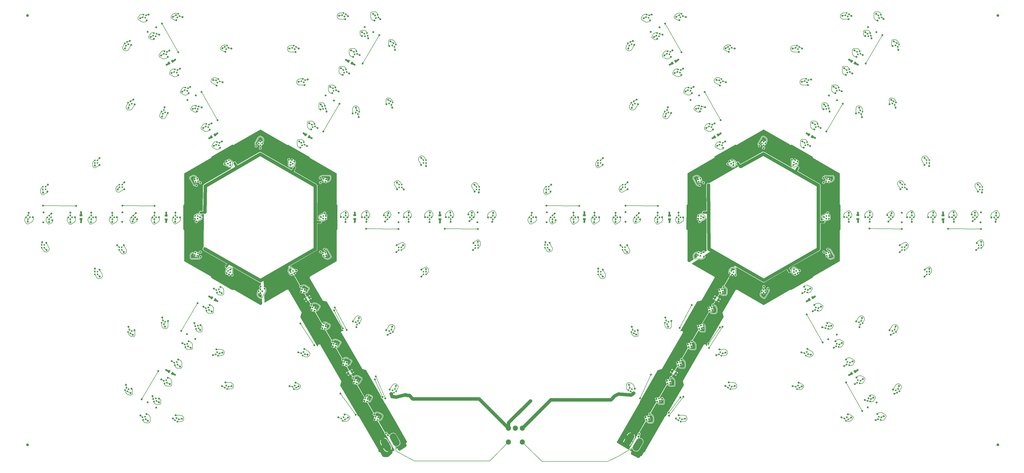
<source format=gbr>
G04 EAGLE Gerber RS-274X export*
G75*
%MOMM*%
%FSLAX34Y34*%
%LPD*%
%INTop Copper*%
%IPPOS*%
%AMOC8*
5,1,8,0,0,1.08239X$1,22.5*%
G01*
%ADD10C,2.500000*%
%ADD11R,0.550000X0.550000*%
%ADD12R,0.700000X1.000000*%
%ADD13C,1.879600*%
%ADD14C,1.000000*%
%ADD15R,0.550000X0.550000*%
%ADD16R,1.000000X0.700000*%
%ADD17C,0.706400*%
%ADD18C,0.152400*%
%ADD19C,0.609600*%
%ADD20C,0.812800*%
%ADD21C,1.270000*%
%ADD22C,0.756400*%

G36*
X1410348Y63399D02*
X1410348Y63399D01*
X1410390Y63398D01*
X1410468Y63423D01*
X1410548Y63439D01*
X1410597Y63464D01*
X1410624Y63473D01*
X1410647Y63490D01*
X1410697Y63516D01*
X1448973Y88787D01*
X1449060Y88868D01*
X1449148Y88947D01*
X1449150Y88951D01*
X1449153Y88954D01*
X1449211Y89059D01*
X1449268Y89161D01*
X1449269Y89166D01*
X1449271Y89170D01*
X1449292Y89287D01*
X1449314Y89403D01*
X1449314Y89408D01*
X1449314Y89412D01*
X1449297Y89529D01*
X1449281Y89647D01*
X1449279Y89652D01*
X1449278Y89656D01*
X1449271Y89669D01*
X1449214Y89801D01*
X1404714Y167624D01*
X1404714Y167625D01*
X1404713Y167627D01*
X1367396Y232226D01*
X1367385Y232239D01*
X1366202Y234293D01*
X1366201Y234293D01*
X1366201Y234294D01*
X1365166Y236086D01*
X1365213Y236260D01*
X1365222Y236350D01*
X1365239Y236438D01*
X1365234Y236472D01*
X1365238Y236505D01*
X1365218Y236593D01*
X1365205Y236682D01*
X1365188Y236721D01*
X1365183Y236745D01*
X1365166Y236772D01*
X1365139Y236836D01*
X1358267Y248853D01*
X1358224Y248907D01*
X1358188Y248966D01*
X1358147Y249002D01*
X1358112Y249044D01*
X1358054Y249081D01*
X1358001Y249126D01*
X1357950Y249146D01*
X1357904Y249176D01*
X1357837Y249192D01*
X1357773Y249218D01*
X1357697Y249226D01*
X1357665Y249234D01*
X1357644Y249232D01*
X1357606Y249236D01*
X1356895Y249236D01*
X1353932Y252199D01*
X1353932Y256232D01*
X1353914Y256343D01*
X1353899Y256455D01*
X1353894Y256467D01*
X1353893Y256474D01*
X1353881Y256496D01*
X1353832Y256609D01*
X1298829Y352802D01*
X1298770Y352874D01*
X1298718Y352950D01*
X1298693Y352969D01*
X1298674Y352993D01*
X1298595Y353043D01*
X1298521Y353098D01*
X1298485Y353112D01*
X1298466Y353124D01*
X1298434Y353132D01*
X1298365Y353159D01*
X1285090Y356716D01*
X1209925Y486907D01*
X1208067Y490124D01*
X1207696Y490768D01*
X1208768Y494770D01*
X1212355Y496841D01*
X1215446Y496013D01*
X1215515Y496006D01*
X1215583Y495989D01*
X1215637Y495994D01*
X1215690Y495989D01*
X1215759Y496004D01*
X1215829Y496010D01*
X1215878Y496032D01*
X1215930Y496043D01*
X1215990Y496080D01*
X1216054Y496108D01*
X1216094Y496144D01*
X1216140Y496172D01*
X1216185Y496226D01*
X1216237Y496273D01*
X1216263Y496319D01*
X1216298Y496361D01*
X1216323Y496426D01*
X1216358Y496487D01*
X1216368Y496540D01*
X1216387Y496590D01*
X1216390Y496660D01*
X1216404Y496729D01*
X1216396Y496782D01*
X1216399Y496835D01*
X1216380Y496903D01*
X1216370Y496972D01*
X1216341Y497041D01*
X1216332Y497072D01*
X1216319Y497091D01*
X1216303Y497126D01*
X1214416Y500427D01*
X1214373Y500480D01*
X1214337Y500540D01*
X1214296Y500575D01*
X1214261Y500618D01*
X1214203Y500655D01*
X1214150Y500700D01*
X1214099Y500720D01*
X1214053Y500749D01*
X1213986Y500766D01*
X1213922Y500792D01*
X1213846Y500800D01*
X1213815Y500808D01*
X1213793Y500806D01*
X1213755Y500810D01*
X1211156Y500810D01*
X1208194Y503772D01*
X1208194Y507961D01*
X1208878Y508646D01*
X1208885Y508654D01*
X1208893Y508661D01*
X1208956Y508754D01*
X1209022Y508845D01*
X1209025Y508856D01*
X1209031Y508864D01*
X1209061Y508973D01*
X1209094Y509081D01*
X1209094Y509091D01*
X1209097Y509101D01*
X1209091Y509214D01*
X1209088Y509326D01*
X1209084Y509336D01*
X1209084Y509347D01*
X1209030Y509506D01*
X1208181Y511326D01*
X1208168Y511345D01*
X1208152Y511382D01*
X1155307Y603801D01*
X1155248Y603873D01*
X1155196Y603949D01*
X1155171Y603968D01*
X1155152Y603992D01*
X1155073Y604041D01*
X1154999Y604097D01*
X1154963Y604111D01*
X1154944Y604123D01*
X1154912Y604131D01*
X1154843Y604158D01*
X1144227Y607003D01*
X1139921Y608156D01*
X1137693Y612015D01*
X1137693Y612016D01*
X1137691Y612019D01*
X1094206Y687338D01*
X1092159Y690883D01*
X1092160Y690885D01*
X1092170Y690906D01*
X1092183Y690925D01*
X1092233Y691052D01*
X1092287Y691177D01*
X1092290Y691200D01*
X1092299Y691221D01*
X1092315Y691357D01*
X1092337Y691491D01*
X1092335Y691514D01*
X1092337Y691537D01*
X1092327Y691697D01*
X1092255Y692239D01*
X1092730Y694011D01*
X1092770Y694161D01*
X1093923Y695663D01*
X1093981Y695739D01*
X1094538Y696060D01*
X1190779Y751625D01*
X1190863Y751689D01*
X1190952Y751746D01*
X1190989Y751785D01*
X1191032Y751818D01*
X1191098Y751900D01*
X1191170Y751977D01*
X1191196Y752025D01*
X1191230Y752067D01*
X1191273Y752163D01*
X1191324Y752256D01*
X1191337Y752308D01*
X1191359Y752357D01*
X1191377Y752462D01*
X1191403Y752564D01*
X1191408Y752649D01*
X1191412Y752671D01*
X1191411Y752686D01*
X1191413Y752725D01*
X1191413Y864497D01*
X1192175Y866335D01*
X1193245Y867406D01*
X1193305Y867483D01*
X1193372Y867554D01*
X1193402Y867609D01*
X1193440Y867657D01*
X1193479Y867747D01*
X1193526Y867833D01*
X1193542Y867892D01*
X1193566Y867949D01*
X1193582Y868046D01*
X1193606Y868140D01*
X1193613Y868243D01*
X1193616Y868263D01*
X1193615Y868275D01*
X1193617Y868301D01*
X1193774Y957320D01*
X1193762Y957419D01*
X1193759Y957519D01*
X1193742Y957576D01*
X1193735Y957635D01*
X1193698Y957728D01*
X1193670Y957825D01*
X1193640Y957876D01*
X1193618Y957931D01*
X1193559Y958012D01*
X1193509Y958098D01*
X1193444Y958172D01*
X1193432Y958189D01*
X1193422Y958197D01*
X1193402Y958219D01*
X1192175Y959447D01*
X1191413Y961285D01*
X1191413Y1073058D01*
X1191400Y1073162D01*
X1191396Y1073268D01*
X1191380Y1073320D01*
X1191373Y1073373D01*
X1191335Y1073471D01*
X1191304Y1073573D01*
X1191276Y1073619D01*
X1191256Y1073669D01*
X1191194Y1073754D01*
X1191140Y1073845D01*
X1191101Y1073883D01*
X1191070Y1073926D01*
X1190988Y1073994D01*
X1190913Y1074068D01*
X1190841Y1074115D01*
X1190825Y1074129D01*
X1190811Y1074136D01*
X1190779Y1074157D01*
X1095923Y1128921D01*
X1093981Y1130042D01*
X1092770Y1131620D01*
X1092324Y1133286D01*
X1092286Y1133378D01*
X1092258Y1133473D01*
X1092227Y1133525D01*
X1092204Y1133581D01*
X1092145Y1133660D01*
X1092093Y1133745D01*
X1092050Y1133787D01*
X1092014Y1133836D01*
X1091937Y1133898D01*
X1091866Y1133968D01*
X1091783Y1134023D01*
X1091767Y1134036D01*
X1091756Y1134041D01*
X1091732Y1134057D01*
X1014761Y1178496D01*
X1014670Y1178535D01*
X1014582Y1178582D01*
X1014524Y1178596D01*
X1014468Y1178620D01*
X1014370Y1178634D01*
X1014274Y1178658D01*
X1014213Y1178657D01*
X1014153Y1178666D01*
X1014055Y1178656D01*
X1013956Y1178655D01*
X1013857Y1178635D01*
X1013837Y1178633D01*
X1013825Y1178629D01*
X1013798Y1178623D01*
X1012132Y1178177D01*
X1010160Y1178436D01*
X1008944Y1179139D01*
X913216Y1234407D01*
X913118Y1234448D01*
X913025Y1234497D01*
X912972Y1234510D01*
X912922Y1234530D01*
X912818Y1234546D01*
X912715Y1234570D01*
X912661Y1234569D01*
X912608Y1234577D01*
X912503Y1234566D01*
X912397Y1234564D01*
X912345Y1234549D01*
X912292Y1234544D01*
X912192Y1234507D01*
X912091Y1234479D01*
X912014Y1234441D01*
X911993Y1234433D01*
X911981Y1234424D01*
X911946Y1234407D01*
X816943Y1179557D01*
X815002Y1178436D01*
X813078Y1178183D01*
X813029Y1178177D01*
X812601Y1178292D01*
X811108Y1178692D01*
X810814Y1178917D01*
X810787Y1178933D01*
X810763Y1178954D01*
X810650Y1179013D01*
X810540Y1179077D01*
X810509Y1179086D01*
X810481Y1179101D01*
X810357Y1179130D01*
X810234Y1179165D01*
X810202Y1179166D01*
X810171Y1179173D01*
X810044Y1179170D01*
X809916Y1179173D01*
X809885Y1179166D01*
X809854Y1179165D01*
X809731Y1179131D01*
X809606Y1179102D01*
X809578Y1179088D01*
X809547Y1179079D01*
X809403Y1179007D01*
X733520Y1134861D01*
X733498Y1134844D01*
X733473Y1134832D01*
X733372Y1134748D01*
X733267Y1134668D01*
X733250Y1134646D01*
X733229Y1134629D01*
X733152Y1134521D01*
X733070Y1134418D01*
X733059Y1134393D01*
X733043Y1134370D01*
X732995Y1134247D01*
X732942Y1134127D01*
X732937Y1134100D01*
X732927Y1134074D01*
X732911Y1133943D01*
X732890Y1133813D01*
X732892Y1133786D01*
X732889Y1133759D01*
X732899Y1133598D01*
X732905Y1133556D01*
X732905Y1133555D01*
X732907Y1133542D01*
X732392Y1131621D01*
X731181Y1130042D01*
X729239Y1128921D01*
X634383Y1074157D01*
X634299Y1074093D01*
X634210Y1074036D01*
X634173Y1073997D01*
X634130Y1073965D01*
X634064Y1073882D01*
X633992Y1073805D01*
X633966Y1073758D01*
X633932Y1073715D01*
X633889Y1073619D01*
X633838Y1073526D01*
X633825Y1073474D01*
X633803Y1073425D01*
X633785Y1073320D01*
X633759Y1073218D01*
X633754Y1073133D01*
X633750Y1073111D01*
X633751Y1073096D01*
X633749Y1073058D01*
X633749Y961285D01*
X632987Y959447D01*
X631581Y958040D01*
X630812Y957722D01*
X630786Y957707D01*
X630758Y957698D01*
X630648Y957629D01*
X630535Y957564D01*
X630514Y957544D01*
X630489Y957528D01*
X630400Y957433D01*
X630307Y957343D01*
X630292Y957318D01*
X630271Y957296D01*
X630209Y957182D01*
X630141Y957072D01*
X630132Y957044D01*
X630118Y957018D01*
X630085Y956892D01*
X630047Y956768D01*
X630046Y956738D01*
X630038Y956710D01*
X630028Y956549D01*
X630009Y869241D01*
X630013Y869212D01*
X630010Y869182D01*
X630033Y869054D01*
X630049Y868926D01*
X630060Y868898D01*
X630065Y868869D01*
X630118Y868751D01*
X630166Y868630D01*
X630183Y868606D01*
X630195Y868579D01*
X630276Y868478D01*
X630353Y868373D01*
X630376Y868354D01*
X630394Y868331D01*
X630498Y868253D01*
X630598Y868170D01*
X630624Y868157D01*
X630648Y868139D01*
X630793Y868068D01*
X631581Y867742D01*
X632987Y866335D01*
X633749Y864497D01*
X633749Y752725D01*
X633762Y752620D01*
X633766Y752514D01*
X633782Y752462D01*
X633789Y752409D01*
X633827Y752311D01*
X633858Y752210D01*
X633886Y752163D01*
X633906Y752113D01*
X633968Y752028D01*
X634022Y751937D01*
X634061Y751900D01*
X634092Y751856D01*
X634174Y751789D01*
X634249Y751715D01*
X634321Y751667D01*
X634337Y751653D01*
X634352Y751647D01*
X634383Y751625D01*
X730577Y696088D01*
X731181Y695739D01*
X731215Y695694D01*
X732392Y694161D01*
X732907Y692239D01*
X732846Y691775D01*
X732846Y691749D01*
X732840Y691724D01*
X732845Y691591D01*
X732844Y691457D01*
X732850Y691432D01*
X732851Y691406D01*
X732889Y691278D01*
X732921Y691148D01*
X732934Y691126D01*
X732941Y691101D01*
X733009Y690987D01*
X733073Y690869D01*
X733091Y690850D01*
X733104Y690828D01*
X733199Y690734D01*
X733290Y690636D01*
X733311Y690622D01*
X733329Y690604D01*
X733463Y690514D01*
X808872Y646370D01*
X808903Y646357D01*
X808930Y646338D01*
X809048Y646295D01*
X809164Y646245D01*
X809197Y646240D01*
X809229Y646229D01*
X809354Y646216D01*
X809479Y646197D01*
X809512Y646200D01*
X809545Y646197D01*
X809670Y646216D01*
X809795Y646228D01*
X809827Y646240D01*
X809860Y646245D01*
X809976Y646294D01*
X810094Y646337D01*
X810122Y646356D01*
X810152Y646369D01*
X810286Y646459D01*
X811108Y647089D01*
X812655Y647504D01*
X813029Y647604D01*
X813132Y647591D01*
X815002Y647345D01*
X816943Y646224D01*
X911946Y591374D01*
X912044Y591333D01*
X912137Y591284D01*
X912190Y591272D01*
X912240Y591251D01*
X912344Y591235D01*
X912447Y591211D01*
X912501Y591212D01*
X912554Y591204D01*
X912659Y591215D01*
X912765Y591217D01*
X912817Y591232D01*
X912870Y591237D01*
X912970Y591274D01*
X913071Y591303D01*
X913148Y591341D01*
X913169Y591348D01*
X913181Y591357D01*
X913216Y591374D01*
X918504Y594427D01*
X918620Y594515D01*
X918739Y594602D01*
X918747Y594612D01*
X918757Y594619D01*
X918848Y594734D01*
X918941Y594847D01*
X918947Y594858D01*
X918955Y594869D01*
X919015Y595003D01*
X919076Y595135D01*
X919079Y595147D01*
X919084Y595159D01*
X919109Y595304D01*
X919136Y595447D01*
X919136Y595465D01*
X919137Y595473D01*
X919136Y595489D01*
X919136Y595608D01*
X917987Y613427D01*
X917969Y613518D01*
X917962Y613609D01*
X917939Y613673D01*
X917927Y613740D01*
X917887Y613823D01*
X917857Y613909D01*
X917820Y613966D01*
X917791Y614027D01*
X917732Y614098D01*
X917681Y614174D01*
X917631Y614220D01*
X917588Y614272D01*
X917513Y614326D01*
X917445Y614387D01*
X917385Y614419D01*
X917330Y614459D01*
X917245Y614492D01*
X917164Y614535D01*
X917097Y614551D01*
X917034Y614575D01*
X916943Y614587D01*
X916854Y614608D01*
X916786Y614607D01*
X916719Y614615D01*
X916628Y614603D01*
X916536Y614602D01*
X916471Y614583D01*
X916403Y614575D01*
X916318Y614541D01*
X916230Y614516D01*
X916123Y614464D01*
X916108Y614458D01*
X916101Y614453D01*
X916085Y614445D01*
X916004Y614398D01*
X911563Y614398D01*
X910916Y614772D01*
X908963Y615900D01*
X908365Y616245D01*
X906248Y617467D01*
X906176Y617508D01*
X906176Y617509D01*
X903584Y619005D01*
X899939Y623755D01*
X898390Y629538D01*
X899171Y635474D01*
X899931Y636791D01*
X901300Y639162D01*
X901344Y639265D01*
X901395Y639365D01*
X901405Y639411D01*
X901424Y639455D01*
X901440Y639566D01*
X901465Y639676D01*
X901463Y639723D01*
X901470Y639769D01*
X901458Y639881D01*
X901455Y639993D01*
X901442Y640039D01*
X901437Y640086D01*
X901398Y640191D01*
X901366Y640299D01*
X901343Y640340D01*
X901326Y640384D01*
X901262Y640476D01*
X901205Y640573D01*
X901157Y640627D01*
X901145Y640645D01*
X901131Y640657D01*
X901099Y640694D01*
X900260Y641532D01*
X900260Y642795D01*
X905042Y647577D01*
X905708Y647577D01*
X905827Y647592D01*
X905945Y647600D01*
X905984Y647612D01*
X906024Y647617D01*
X906135Y647661D01*
X906248Y647698D01*
X906282Y647719D01*
X906320Y647734D01*
X906416Y647804D01*
X906517Y647868D01*
X906544Y647897D01*
X906577Y647921D01*
X906653Y648013D01*
X906734Y648100D01*
X906754Y648135D01*
X906780Y648166D01*
X906831Y648274D01*
X906888Y648378D01*
X906898Y648417D01*
X906915Y648454D01*
X906938Y648571D01*
X906967Y648686D01*
X906971Y648746D01*
X906975Y648766D01*
X906974Y648786D01*
X906978Y648847D01*
X906978Y649513D01*
X909923Y652458D01*
X909967Y652514D01*
X910018Y652565D01*
X910064Y652639D01*
X910118Y652709D01*
X910146Y652775D01*
X910183Y652836D01*
X910209Y652920D01*
X910244Y653001D01*
X910255Y653072D01*
X910276Y653140D01*
X910293Y653300D01*
X910315Y653813D01*
X910305Y653938D01*
X910301Y654065D01*
X910292Y654097D01*
X910289Y654130D01*
X910248Y654249D01*
X910213Y654370D01*
X910196Y654399D01*
X910185Y654430D01*
X910115Y654535D01*
X910051Y654644D01*
X910019Y654680D01*
X910009Y654695D01*
X909993Y654710D01*
X909945Y654765D01*
X908542Y656167D01*
X907773Y658026D01*
X907773Y660038D01*
X908542Y661896D01*
X909965Y663319D01*
X911824Y664088D01*
X913366Y664088D01*
X913366Y664089D01*
X913367Y664088D01*
X913533Y664110D01*
X913681Y664128D01*
X913682Y664129D01*
X913846Y664194D01*
X913977Y664245D01*
X913977Y664246D01*
X913978Y664246D01*
X914111Y664343D01*
X914234Y664432D01*
X914234Y664433D01*
X914235Y664433D01*
X914336Y664555D01*
X914437Y664677D01*
X914437Y664678D01*
X914438Y664678D01*
X914503Y664818D01*
X914572Y664965D01*
X914573Y664965D01*
X914573Y664966D01*
X914605Y665136D01*
X914632Y665277D01*
X914632Y665278D01*
X914632Y665439D01*
X914240Y671520D01*
X914209Y671681D01*
X914181Y671829D01*
X914180Y671831D01*
X914180Y671833D01*
X914111Y671979D01*
X914046Y672117D01*
X914045Y672118D01*
X914044Y672120D01*
X913944Y672241D01*
X913844Y672362D01*
X913842Y672363D01*
X913841Y672365D01*
X913710Y672460D01*
X913587Y672550D01*
X913585Y672550D01*
X913584Y672552D01*
X913437Y672610D01*
X913292Y672667D01*
X913289Y672668D01*
X913288Y672668D01*
X913284Y672669D01*
X913134Y672698D01*
X912572Y672769D01*
X912487Y672769D01*
X912402Y672780D01*
X912264Y672770D01*
X912254Y672770D01*
X912250Y672769D01*
X912241Y672768D01*
X911880Y672719D01*
X910947Y672965D01*
X910944Y672966D01*
X910942Y672967D01*
X910783Y672997D01*
X909826Y673119D01*
X909509Y673300D01*
X909431Y673333D01*
X909356Y673374D01*
X909225Y673418D01*
X909216Y673422D01*
X909211Y673422D01*
X909203Y673425D01*
X908851Y673518D01*
X908083Y674103D01*
X908081Y674104D01*
X908079Y674106D01*
X907944Y674195D01*
X811975Y729057D01*
X811843Y729112D01*
X811713Y729170D01*
X811697Y729173D01*
X811682Y729179D01*
X811540Y729199D01*
X811399Y729223D01*
X811383Y729222D01*
X811367Y729224D01*
X811225Y729208D01*
X811082Y729196D01*
X811067Y729191D01*
X811051Y729189D01*
X810917Y729139D01*
X810782Y729092D01*
X810768Y729083D01*
X810753Y729077D01*
X810636Y728995D01*
X810517Y728916D01*
X810506Y728904D01*
X810493Y728895D01*
X810399Y728786D01*
X810304Y728680D01*
X810296Y728666D01*
X810286Y728653D01*
X810222Y728525D01*
X810156Y728398D01*
X810152Y728383D01*
X810145Y728368D01*
X810116Y728228D01*
X810083Y728089D01*
X810084Y728073D01*
X810080Y728057D01*
X810087Y727914D01*
X810090Y727771D01*
X810094Y727755D01*
X810095Y727739D01*
X810136Y727602D01*
X810175Y727464D01*
X810185Y727444D01*
X810188Y727435D01*
X810197Y727419D01*
X810246Y727320D01*
X812136Y724047D01*
X812136Y723032D01*
X812136Y705949D01*
X812148Y705851D01*
X812151Y705752D01*
X812168Y705694D01*
X812176Y705634D01*
X812212Y705542D01*
X812240Y705447D01*
X812270Y705394D01*
X812293Y705338D01*
X812351Y705258D01*
X812401Y705173D01*
X812468Y705097D01*
X812480Y705081D01*
X812489Y705073D01*
X812508Y705052D01*
X813136Y704423D01*
X813906Y702565D01*
X813906Y700553D01*
X813136Y698695D01*
X811713Y697272D01*
X809855Y696502D01*
X807843Y696502D01*
X805985Y697272D01*
X804562Y698695D01*
X803718Y700732D01*
X803710Y700745D01*
X803706Y700761D01*
X803632Y700883D01*
X803561Y701008D01*
X803550Y701019D01*
X803541Y701033D01*
X803439Y701134D01*
X803340Y701236D01*
X803326Y701245D01*
X803314Y701256D01*
X803180Y701345D01*
X797799Y704452D01*
X797689Y704498D01*
X797583Y704551D01*
X797543Y704559D01*
X797506Y704575D01*
X797388Y704593D01*
X797272Y704617D01*
X797231Y704616D01*
X797191Y704622D01*
X797073Y704609D01*
X796954Y704604D01*
X796915Y704593D01*
X796875Y704588D01*
X796764Y704547D01*
X796703Y704529D01*
X796667Y704527D01*
X796628Y704516D01*
X796588Y704512D01*
X796476Y704470D01*
X796362Y704436D01*
X796328Y704415D01*
X796290Y704401D01*
X796192Y704333D01*
X796090Y704271D01*
X796062Y704243D01*
X796029Y704220D01*
X795951Y704129D01*
X795867Y704044D01*
X795834Y703994D01*
X795821Y703979D01*
X795812Y703961D01*
X795778Y703910D01*
X793185Y699420D01*
X791704Y700275D01*
X791231Y700748D01*
X790897Y701327D01*
X790801Y701683D01*
X790756Y701794D01*
X790718Y701907D01*
X790696Y701940D01*
X790681Y701978D01*
X790610Y702073D01*
X790545Y702173D01*
X790516Y702201D01*
X790492Y702233D01*
X790399Y702308D01*
X790311Y702389D01*
X790276Y702408D01*
X790244Y702433D01*
X790136Y702483D01*
X790031Y702539D01*
X789992Y702549D01*
X789955Y702566D01*
X789838Y702587D01*
X789723Y702616D01*
X789682Y702615D01*
X783728Y706053D01*
X783401Y707273D01*
X783789Y707945D01*
X783830Y708043D01*
X783879Y708136D01*
X783891Y708189D01*
X783912Y708239D01*
X783928Y708343D01*
X783952Y708446D01*
X783951Y708500D01*
X783959Y708553D01*
X783948Y708658D01*
X783946Y708764D01*
X783931Y708816D01*
X783926Y708869D01*
X783889Y708969D01*
X783861Y709070D01*
X783822Y709147D01*
X783815Y709168D01*
X783806Y709180D01*
X783789Y709215D01*
X783562Y709607D01*
X783562Y716998D01*
X786194Y723351D01*
X786834Y723991D01*
X786871Y724038D01*
X786914Y724079D01*
X786968Y724163D01*
X787029Y724243D01*
X787053Y724297D01*
X787085Y724347D01*
X787116Y724442D01*
X787156Y724534D01*
X787165Y724593D01*
X787183Y724649D01*
X787190Y724749D01*
X787205Y724849D01*
X787200Y724908D01*
X787204Y724967D01*
X787185Y725065D01*
X787176Y725165D01*
X787156Y725221D01*
X787145Y725279D01*
X787102Y725370D01*
X787068Y725464D01*
X787035Y725514D01*
X787010Y725567D01*
X786946Y725645D01*
X786889Y725728D01*
X786845Y725767D01*
X786807Y725813D01*
X786726Y725872D01*
X786651Y725938D01*
X786598Y725965D01*
X786550Y726000D01*
X786457Y726037D01*
X786368Y726083D01*
X786310Y726096D01*
X786255Y726118D01*
X786097Y726148D01*
X786041Y726155D01*
X784111Y727258D01*
X782750Y729016D01*
X782165Y731161D01*
X782445Y733367D01*
X787230Y741741D01*
X787276Y741851D01*
X787328Y741957D01*
X787337Y741997D01*
X787352Y742035D01*
X787369Y742152D01*
X787394Y742269D01*
X787392Y742309D01*
X787397Y742349D01*
X787384Y742468D01*
X787379Y742586D01*
X787367Y742625D01*
X787363Y742665D01*
X787321Y742777D01*
X787286Y742891D01*
X787265Y742925D01*
X787251Y742963D01*
X787182Y743061D01*
X787121Y743162D01*
X787092Y743190D01*
X787068Y743224D01*
X786978Y743301D01*
X786893Y743384D01*
X786842Y743417D01*
X786827Y743430D01*
X786808Y743439D01*
X786758Y743472D01*
X703956Y790808D01*
X702038Y793285D01*
X701214Y796307D01*
X701610Y799415D01*
X703165Y802135D01*
X704088Y802850D01*
X704100Y802861D01*
X704114Y802870D01*
X704212Y802973D01*
X704313Y803074D01*
X704322Y803088D01*
X704333Y803100D01*
X704402Y803225D01*
X704475Y803348D01*
X704480Y803364D01*
X704488Y803378D01*
X704524Y803516D01*
X704564Y803653D01*
X704565Y803670D01*
X704569Y803686D01*
X704580Y803846D01*
X705236Y923242D01*
X705221Y923366D01*
X705213Y923491D01*
X705202Y923524D01*
X705198Y923558D01*
X705153Y923674D01*
X705114Y923793D01*
X705095Y923822D01*
X705083Y923854D01*
X705010Y923956D01*
X704942Y924061D01*
X704917Y924085D01*
X704897Y924112D01*
X704801Y924193D01*
X704710Y924278D01*
X704680Y924295D01*
X704653Y924316D01*
X704540Y924371D01*
X704430Y924431D01*
X704397Y924439D01*
X704366Y924454D01*
X704244Y924478D01*
X704122Y924509D01*
X704072Y924512D01*
X704054Y924515D01*
X704033Y924514D01*
X703961Y924518D01*
X697070Y924487D01*
X697010Y924480D01*
X696950Y924481D01*
X696854Y924459D01*
X696755Y924446D01*
X696699Y924424D01*
X696640Y924410D01*
X696552Y924365D01*
X696460Y924328D01*
X696411Y924292D01*
X696358Y924265D01*
X696284Y924199D01*
X696203Y924140D01*
X696165Y924093D01*
X696120Y924053D01*
X696065Y923971D01*
X696002Y923894D01*
X695976Y923839D01*
X695943Y923789D01*
X695909Y923696D01*
X695867Y923606D01*
X695856Y923546D01*
X695836Y923490D01*
X695827Y923391D01*
X695809Y923293D01*
X695813Y923233D01*
X695808Y923173D01*
X695824Y923075D01*
X695830Y922976D01*
X695849Y922918D01*
X695859Y922859D01*
X695899Y922768D01*
X695930Y922674D01*
X695962Y922623D01*
X695986Y922568D01*
X696047Y922489D01*
X696101Y922406D01*
X696145Y922365D01*
X696182Y922317D01*
X696303Y922211D01*
X697332Y921422D01*
X699052Y918444D01*
X699788Y917169D01*
X699788Y917168D01*
X700052Y916712D01*
X701296Y914557D01*
X701296Y909580D01*
X698807Y905270D01*
X697928Y904762D01*
X696755Y904085D01*
X696652Y904026D01*
X695377Y903290D01*
X695377Y903289D01*
X683189Y896253D01*
X683176Y896243D01*
X683162Y896237D01*
X683050Y896147D01*
X682936Y896061D01*
X682926Y896048D01*
X682913Y896038D01*
X682827Y895923D01*
X682738Y895811D01*
X682732Y895797D01*
X682722Y895784D01*
X682651Y895639D01*
X681975Y894008D01*
X680553Y892585D01*
X678694Y891816D01*
X676683Y891816D01*
X674824Y892585D01*
X673402Y894008D01*
X672632Y895866D01*
X672632Y897878D01*
X673402Y899737D01*
X674297Y900632D01*
X674358Y900711D01*
X674426Y900783D01*
X674455Y900836D01*
X674492Y900884D01*
X674531Y900974D01*
X674579Y901061D01*
X674594Y901120D01*
X674618Y901175D01*
X674634Y901273D01*
X674659Y901369D01*
X674665Y901469D01*
X674668Y901489D01*
X674667Y901502D01*
X674669Y901530D01*
X674669Y907888D01*
X674654Y908006D01*
X674647Y908125D01*
X674634Y908163D01*
X674629Y908204D01*
X674585Y908314D01*
X674549Y908428D01*
X674527Y908462D01*
X674512Y908499D01*
X674442Y908596D01*
X674378Y908696D01*
X674349Y908724D01*
X674325Y908757D01*
X674233Y908833D01*
X674188Y908876D01*
X674168Y908906D01*
X674139Y908934D01*
X674115Y908967D01*
X674023Y909043D01*
X673937Y909124D01*
X673901Y909144D01*
X673870Y909170D01*
X673762Y909220D01*
X673658Y909278D01*
X673619Y909288D01*
X673582Y909305D01*
X673466Y909328D01*
X673350Y909357D01*
X673290Y909361D01*
X673270Y909365D01*
X673250Y909364D01*
X673189Y909368D01*
X668004Y909368D01*
X668004Y911078D01*
X668177Y911724D01*
X668512Y912303D01*
X668772Y912564D01*
X668846Y912658D01*
X668924Y912748D01*
X668943Y912784D01*
X668967Y912816D01*
X669015Y912925D01*
X669069Y913031D01*
X669078Y913070D01*
X669094Y913107D01*
X669112Y913225D01*
X669138Y913341D01*
X669137Y913382D01*
X669144Y913421D01*
X669132Y913540D01*
X669129Y913659D01*
X669118Y913698D01*
X669114Y913738D01*
X669073Y913850D01*
X669040Y913965D01*
X669020Y913999D01*
X669020Y920875D01*
X669913Y921768D01*
X670689Y921768D01*
X670794Y921781D01*
X670900Y921786D01*
X670951Y921801D01*
X671005Y921808D01*
X671103Y921847D01*
X671204Y921877D01*
X671250Y921905D01*
X671300Y921925D01*
X671386Y921987D01*
X671476Y922042D01*
X671514Y922080D01*
X671558Y922112D01*
X671625Y922193D01*
X671699Y922269D01*
X671747Y922340D01*
X671761Y922357D01*
X671767Y922371D01*
X671788Y922403D01*
X672015Y922795D01*
X675634Y924885D01*
X678415Y926490D01*
X685234Y927388D01*
X686108Y927154D01*
X686167Y927146D01*
X686224Y927129D01*
X686324Y927124D01*
X686423Y927111D01*
X686482Y927117D01*
X686541Y927115D01*
X686639Y927136D01*
X686739Y927147D01*
X686794Y927168D01*
X686852Y927181D01*
X686943Y927225D01*
X687036Y927261D01*
X687084Y927295D01*
X687137Y927322D01*
X687214Y927387D01*
X687295Y927445D01*
X687334Y927490D01*
X687379Y927529D01*
X687436Y927611D01*
X687501Y927688D01*
X687527Y927741D01*
X687561Y927790D01*
X687596Y927884D01*
X687639Y927974D01*
X687651Y928032D01*
X687672Y928088D01*
X687683Y928187D01*
X687702Y928286D01*
X687699Y928345D01*
X687706Y928404D01*
X687691Y928503D01*
X687686Y928603D01*
X687668Y928660D01*
X687660Y928719D01*
X687607Y928871D01*
X687586Y928922D01*
X687576Y931146D01*
X688417Y933203D01*
X689982Y934783D01*
X692033Y935643D01*
X699530Y935676D01*
X699634Y935690D01*
X699739Y935694D01*
X699791Y935710D01*
X699845Y935717D01*
X699943Y935756D01*
X700043Y935787D01*
X700090Y935815D01*
X700140Y935835D01*
X700225Y935898D01*
X700315Y935952D01*
X700353Y935991D01*
X700397Y936023D01*
X700464Y936105D01*
X700537Y936180D01*
X700564Y936227D01*
X700598Y936269D01*
X700643Y936365D01*
X700695Y936456D01*
X700710Y936509D01*
X700733Y936558D01*
X700752Y936661D01*
X700780Y936763D01*
X700787Y936849D01*
X700791Y936870D01*
X700790Y936885D01*
X700793Y936923D01*
X702361Y1026941D01*
X702359Y1026957D01*
X702361Y1026973D01*
X702349Y1027133D01*
X702233Y1027994D01*
X702350Y1028441D01*
X702360Y1028512D01*
X702379Y1028582D01*
X702392Y1028742D01*
X702400Y1029204D01*
X702747Y1030001D01*
X702751Y1030016D01*
X702759Y1030031D01*
X702810Y1030183D01*
X703032Y1031024D01*
X703311Y1031391D01*
X703347Y1031453D01*
X703392Y1031510D01*
X703465Y1031654D01*
X703649Y1032077D01*
X704274Y1032681D01*
X704285Y1032693D01*
X704297Y1032703D01*
X704403Y1032825D01*
X704929Y1033516D01*
X705328Y1033749D01*
X705385Y1033793D01*
X705448Y1033828D01*
X705571Y1033932D01*
X705903Y1034253D01*
X706711Y1034572D01*
X706725Y1034579D01*
X706741Y1034584D01*
X706885Y1034656D01*
X804733Y1091661D01*
X804847Y1091748D01*
X804963Y1091832D01*
X804973Y1091844D01*
X804986Y1091854D01*
X805074Y1091966D01*
X805165Y1092077D01*
X805172Y1092091D01*
X805182Y1092104D01*
X805240Y1092235D01*
X805301Y1092365D01*
X805304Y1092380D01*
X805310Y1092395D01*
X805334Y1092536D01*
X805361Y1092677D01*
X805360Y1092693D01*
X805362Y1092709D01*
X805350Y1092852D01*
X805341Y1092994D01*
X805336Y1093009D01*
X805335Y1093026D01*
X805287Y1093161D01*
X805243Y1093297D01*
X805234Y1093310D01*
X805229Y1093326D01*
X805149Y1093445D01*
X805073Y1093566D01*
X805061Y1093577D01*
X805052Y1093590D01*
X804945Y1093686D01*
X804841Y1093783D01*
X804827Y1093791D01*
X804815Y1093802D01*
X804688Y1093868D01*
X804563Y1093937D01*
X804547Y1093941D01*
X804533Y1093948D01*
X804394Y1093981D01*
X804255Y1094016D01*
X804233Y1094018D01*
X804223Y1094020D01*
X804205Y1094020D01*
X804094Y1094027D01*
X799087Y1094027D01*
X798207Y1094534D01*
X798207Y1094535D01*
X783489Y1103032D01*
X783468Y1103041D01*
X783449Y1103054D01*
X783322Y1103102D01*
X783196Y1103155D01*
X783173Y1103159D01*
X783152Y1103167D01*
X783016Y1103182D01*
X782881Y1103202D01*
X782859Y1103199D01*
X782836Y1103202D01*
X782701Y1103183D01*
X782565Y1103169D01*
X782544Y1103161D01*
X782521Y1103157D01*
X782369Y1103105D01*
X782260Y1103061D01*
X780249Y1103061D01*
X778390Y1103830D01*
X776968Y1105253D01*
X776198Y1107111D01*
X776198Y1109123D01*
X776968Y1110982D01*
X778390Y1112404D01*
X780249Y1113174D01*
X782260Y1113174D01*
X782680Y1113000D01*
X782702Y1112994D01*
X782722Y1112984D01*
X782855Y1112952D01*
X782987Y1112916D01*
X783009Y1112916D01*
X783032Y1112911D01*
X783168Y1112913D01*
X783304Y1112911D01*
X783327Y1112917D01*
X783349Y1112917D01*
X783481Y1112954D01*
X783614Y1112985D01*
X783634Y1112996D01*
X783656Y1113002D01*
X783800Y1113074D01*
X789285Y1116240D01*
X789379Y1116312D01*
X789479Y1116378D01*
X789506Y1116408D01*
X789538Y1116432D01*
X789612Y1116526D01*
X789692Y1116614D01*
X789710Y1116650D01*
X789736Y1116682D01*
X789784Y1116790D01*
X789839Y1116896D01*
X789849Y1116935D01*
X789865Y1116972D01*
X789885Y1117089D01*
X789899Y1117151D01*
X789916Y1117183D01*
X789926Y1117222D01*
X789942Y1117259D01*
X789962Y1117377D01*
X789989Y1117493D01*
X789988Y1117533D01*
X789995Y1117573D01*
X789985Y1117692D01*
X789983Y1117810D01*
X789972Y1117849D01*
X789969Y1117890D01*
X789930Y1118002D01*
X789898Y1118117D01*
X789871Y1118171D01*
X789864Y1118190D01*
X789853Y1118207D01*
X789826Y1118261D01*
X787233Y1122752D01*
X788714Y1123607D01*
X789361Y1123780D01*
X790030Y1123780D01*
X790386Y1123685D01*
X790504Y1123669D01*
X790621Y1123645D01*
X790661Y1123647D01*
X790701Y1123642D01*
X790820Y1123655D01*
X790938Y1123661D01*
X790977Y1123673D01*
X791017Y1123678D01*
X791129Y1123721D01*
X791242Y1123756D01*
X791276Y1123777D01*
X791314Y1123792D01*
X791411Y1123861D01*
X791512Y1123924D01*
X791540Y1123953D01*
X791573Y1123976D01*
X791650Y1124067D01*
X791733Y1124153D01*
X791753Y1124188D01*
X797707Y1127626D01*
X798927Y1127299D01*
X799315Y1126627D01*
X799379Y1126542D01*
X799436Y1126453D01*
X799475Y1126416D01*
X799507Y1126373D01*
X799590Y1126308D01*
X799667Y1126235D01*
X799714Y1126209D01*
X799757Y1126176D01*
X799853Y1126133D01*
X799946Y1126082D01*
X799998Y1126068D01*
X800047Y1126046D01*
X800152Y1126029D01*
X800254Y1126002D01*
X800339Y1125997D01*
X800361Y1125993D01*
X800376Y1125994D01*
X800414Y1125992D01*
X800868Y1125992D01*
X802614Y1124984D01*
X803357Y1124555D01*
X805565Y1123280D01*
X805566Y1123280D01*
X807268Y1122297D01*
X811455Y1116841D01*
X811689Y1115966D01*
X811711Y1115911D01*
X811725Y1115854D01*
X811771Y1115765D01*
X811809Y1115672D01*
X811844Y1115624D01*
X811872Y1115572D01*
X811939Y1115497D01*
X811999Y1115417D01*
X812045Y1115379D01*
X812084Y1115335D01*
X812168Y1115280D01*
X812246Y1115216D01*
X812300Y1115192D01*
X812349Y1115159D01*
X812444Y1115126D01*
X812535Y1115084D01*
X812593Y1115073D01*
X812649Y1115054D01*
X812749Y1115045D01*
X812848Y1115027D01*
X812907Y1115032D01*
X812966Y1115027D01*
X813065Y1115043D01*
X813165Y1115050D01*
X813221Y1115069D01*
X813280Y1115079D01*
X813371Y1115120D01*
X813466Y1115152D01*
X813516Y1115184D01*
X813570Y1115208D01*
X813649Y1115270D01*
X813733Y1115325D01*
X813773Y1115368D01*
X813820Y1115405D01*
X813925Y1115527D01*
X813959Y1115571D01*
X815880Y1116691D01*
X818083Y1116991D01*
X820233Y1116426D01*
X822003Y1115080D01*
X827179Y1106206D01*
X827251Y1106112D01*
X827317Y1106013D01*
X827348Y1105985D01*
X827372Y1105953D01*
X827466Y1105880D01*
X827554Y1105801D01*
X827591Y1105782D01*
X827623Y1105757D01*
X827731Y1105709D01*
X827837Y1105654D01*
X827876Y1105645D01*
X827914Y1105629D01*
X828031Y1105609D01*
X828146Y1105582D01*
X828187Y1105583D01*
X828227Y1105577D01*
X828346Y1105587D01*
X828464Y1105590D01*
X828504Y1105601D01*
X828544Y1105605D01*
X828656Y1105644D01*
X828770Y1105676D01*
X828825Y1105704D01*
X828844Y1105710D01*
X828861Y1105722D01*
X828914Y1105748D01*
X906624Y1151021D01*
X906757Y1151110D01*
X907539Y1151710D01*
X907872Y1151799D01*
X907953Y1151833D01*
X908038Y1151856D01*
X908153Y1151914D01*
X908166Y1151919D01*
X908171Y1151923D01*
X908182Y1151929D01*
X908479Y1152102D01*
X909456Y1152234D01*
X909613Y1152266D01*
X910565Y1152521D01*
X910906Y1152476D01*
X910994Y1152475D01*
X911082Y1152465D01*
X911211Y1152474D01*
X911224Y1152474D01*
X911230Y1152476D01*
X911243Y1152477D01*
X911584Y1152523D01*
X912536Y1152272D01*
X912694Y1152241D01*
X913671Y1152112D01*
X913969Y1151940D01*
X914050Y1151906D01*
X914127Y1151863D01*
X914250Y1151822D01*
X914262Y1151817D01*
X914268Y1151816D01*
X914280Y1151812D01*
X914613Y1151724D01*
X915397Y1151127D01*
X915531Y1151038D01*
X1025395Y1087608D01*
X1025508Y1087561D01*
X1025617Y1087507D01*
X1025654Y1087499D01*
X1025688Y1087485D01*
X1025809Y1087467D01*
X1025928Y1087442D01*
X1025966Y1087444D01*
X1026003Y1087438D01*
X1026124Y1087451D01*
X1026246Y1087456D01*
X1026282Y1087467D01*
X1026319Y1087471D01*
X1026434Y1087514D01*
X1026550Y1087549D01*
X1026582Y1087569D01*
X1026617Y1087582D01*
X1026717Y1087651D01*
X1026822Y1087715D01*
X1026848Y1087742D01*
X1026879Y1087763D01*
X1026958Y1087855D01*
X1027043Y1087943D01*
X1027074Y1087989D01*
X1027087Y1088004D01*
X1027096Y1088023D01*
X1027132Y1088077D01*
X1030206Y1093456D01*
X1030229Y1093512D01*
X1030260Y1093563D01*
X1030289Y1093658D01*
X1030327Y1093750D01*
X1030336Y1093810D01*
X1030354Y1093867D01*
X1030358Y1093966D01*
X1030373Y1094065D01*
X1030366Y1094125D01*
X1030369Y1094185D01*
X1030349Y1094282D01*
X1030338Y1094381D01*
X1030317Y1094437D01*
X1030305Y1094496D01*
X1030261Y1094586D01*
X1030226Y1094678D01*
X1030191Y1094728D01*
X1030165Y1094782D01*
X1030100Y1094858D01*
X1030043Y1094939D01*
X1029998Y1094978D01*
X1029959Y1095024D01*
X1029877Y1095081D01*
X1029802Y1095146D01*
X1029748Y1095172D01*
X1029699Y1095207D01*
X1029606Y1095242D01*
X1029516Y1095286D01*
X1029457Y1095298D01*
X1029401Y1095320D01*
X1029302Y1095331D01*
X1029205Y1095351D01*
X1029145Y1095348D01*
X1029085Y1095355D01*
X1028987Y1095341D01*
X1028887Y1095337D01*
X1028830Y1095319D01*
X1028770Y1095311D01*
X1028618Y1095259D01*
X1027420Y1094762D01*
X1019493Y1094762D01*
X1015183Y1097251D01*
X1012694Y1101561D01*
X1012694Y1119659D01*
X1012682Y1119757D01*
X1012679Y1119856D01*
X1012662Y1119914D01*
X1012654Y1119974D01*
X1012618Y1120066D01*
X1012590Y1120161D01*
X1012560Y1120214D01*
X1012537Y1120270D01*
X1012479Y1120350D01*
X1012429Y1120435D01*
X1012363Y1120511D01*
X1012351Y1120527D01*
X1012341Y1120535D01*
X1012323Y1120556D01*
X1011694Y1121185D01*
X1010924Y1123043D01*
X1010924Y1125055D01*
X1011694Y1126913D01*
X1013117Y1128336D01*
X1014975Y1129106D01*
X1016987Y1129106D01*
X1018845Y1128336D01*
X1020268Y1126913D01*
X1021112Y1124876D01*
X1021120Y1124862D01*
X1021124Y1124847D01*
X1021198Y1124724D01*
X1021269Y1124600D01*
X1021280Y1124589D01*
X1021289Y1124575D01*
X1021391Y1124474D01*
X1021491Y1124372D01*
X1021504Y1124363D01*
X1021516Y1124352D01*
X1021650Y1124263D01*
X1027031Y1121156D01*
X1027141Y1121110D01*
X1027247Y1121057D01*
X1027287Y1121048D01*
X1027324Y1121033D01*
X1027442Y1121015D01*
X1027558Y1120991D01*
X1027599Y1120992D01*
X1027639Y1120986D01*
X1027757Y1120999D01*
X1027876Y1121004D01*
X1027915Y1121015D01*
X1027955Y1121019D01*
X1028066Y1121061D01*
X1028127Y1121079D01*
X1028163Y1121081D01*
X1028202Y1121092D01*
X1028242Y1121096D01*
X1028354Y1121138D01*
X1028468Y1121172D01*
X1028502Y1121193D01*
X1028540Y1121207D01*
X1028638Y1121275D01*
X1028740Y1121337D01*
X1028768Y1121365D01*
X1028801Y1121389D01*
X1028879Y1121479D01*
X1028963Y1121564D01*
X1028996Y1121614D01*
X1029009Y1121629D01*
X1029018Y1121647D01*
X1029052Y1121698D01*
X1031644Y1126188D01*
X1033126Y1125333D01*
X1033599Y1124860D01*
X1033933Y1124281D01*
X1034029Y1123925D01*
X1034074Y1123814D01*
X1034112Y1123701D01*
X1034134Y1123667D01*
X1034149Y1123630D01*
X1034220Y1123534D01*
X1034285Y1123435D01*
X1034314Y1123407D01*
X1034338Y1123375D01*
X1034431Y1123300D01*
X1034518Y1123219D01*
X1034554Y1123200D01*
X1034585Y1123175D01*
X1034694Y1123125D01*
X1034799Y1123069D01*
X1034838Y1123059D01*
X1034875Y1123042D01*
X1034992Y1123021D01*
X1035107Y1122992D01*
X1035148Y1122993D01*
X1041102Y1119555D01*
X1041429Y1118335D01*
X1041041Y1117663D01*
X1041000Y1117565D01*
X1040951Y1117472D01*
X1040939Y1117419D01*
X1040918Y1117369D01*
X1040902Y1117265D01*
X1040878Y1117162D01*
X1040879Y1117108D01*
X1040871Y1117055D01*
X1040882Y1116950D01*
X1040884Y1116844D01*
X1040899Y1116792D01*
X1040904Y1116739D01*
X1040941Y1116639D01*
X1040970Y1116538D01*
X1041008Y1116461D01*
X1041015Y1116440D01*
X1041024Y1116428D01*
X1041041Y1116393D01*
X1041268Y1116001D01*
X1041268Y1114487D01*
X1041268Y1113126D01*
X1041268Y1108610D01*
X1038636Y1102257D01*
X1037996Y1101617D01*
X1037959Y1101570D01*
X1037916Y1101529D01*
X1037862Y1101445D01*
X1037801Y1101365D01*
X1037777Y1101311D01*
X1037745Y1101261D01*
X1037714Y1101166D01*
X1037674Y1101073D01*
X1037665Y1101015D01*
X1037647Y1100959D01*
X1037640Y1100859D01*
X1037625Y1100759D01*
X1037630Y1100700D01*
X1037626Y1100641D01*
X1037645Y1100543D01*
X1037654Y1100443D01*
X1037675Y1100387D01*
X1037686Y1100329D01*
X1037728Y1100238D01*
X1037762Y1100143D01*
X1037795Y1100094D01*
X1037820Y1100041D01*
X1037884Y1099963D01*
X1037941Y1099880D01*
X1037985Y1099841D01*
X1038023Y1099795D01*
X1038104Y1099736D01*
X1038179Y1099670D01*
X1038232Y1099643D01*
X1038280Y1099608D01*
X1038373Y1099571D01*
X1038462Y1099525D01*
X1038520Y1099512D01*
X1038575Y1099490D01*
X1038733Y1099460D01*
X1038789Y1099453D01*
X1040719Y1098350D01*
X1042080Y1096592D01*
X1042665Y1094447D01*
X1042385Y1092241D01*
X1036806Y1082479D01*
X1036762Y1082372D01*
X1036710Y1082267D01*
X1036701Y1082225D01*
X1036684Y1082185D01*
X1036668Y1082070D01*
X1036644Y1081956D01*
X1036645Y1081913D01*
X1036639Y1081870D01*
X1036652Y1081755D01*
X1036657Y1081639D01*
X1036669Y1081597D01*
X1036674Y1081554D01*
X1036715Y1081445D01*
X1036748Y1081334D01*
X1036771Y1081297D01*
X1036786Y1081256D01*
X1036853Y1081161D01*
X1036913Y1081062D01*
X1036944Y1081032D01*
X1036968Y1080996D01*
X1037057Y1080921D01*
X1037140Y1080839D01*
X1037194Y1080803D01*
X1037210Y1080789D01*
X1037228Y1080781D01*
X1037274Y1080750D01*
X1116299Y1035124D01*
X1116301Y1035124D01*
X1116302Y1035123D01*
X1116446Y1035052D01*
X1117346Y1034677D01*
X1117596Y1034426D01*
X1117665Y1034373D01*
X1117727Y1034312D01*
X1117838Y1034238D01*
X1117847Y1034231D01*
X1117852Y1034229D01*
X1117861Y1034223D01*
X1118168Y1034046D01*
X1118762Y1033272D01*
X1118763Y1033271D01*
X1118763Y1033270D01*
X1118869Y1033149D01*
X1119558Y1032458D01*
X1119693Y1032130D01*
X1119736Y1032055D01*
X1119770Y1031975D01*
X1119844Y1031864D01*
X1119850Y1031854D01*
X1119853Y1031850D01*
X1119859Y1031841D01*
X1120075Y1031560D01*
X1120327Y1030618D01*
X1120328Y1030617D01*
X1120328Y1030615D01*
X1120380Y1030463D01*
X1120751Y1029562D01*
X1120751Y1029207D01*
X1120762Y1029121D01*
X1120762Y1029034D01*
X1120789Y1028904D01*
X1120790Y1028892D01*
X1120792Y1028887D01*
X1120794Y1028876D01*
X1120886Y1028534D01*
X1120758Y1027567D01*
X1120758Y1027566D01*
X1120758Y1027564D01*
X1120748Y1027404D01*
X1120527Y902365D01*
X1120542Y902243D01*
X1120550Y902121D01*
X1120562Y902086D01*
X1120566Y902050D01*
X1120611Y901935D01*
X1120650Y901819D01*
X1120669Y901788D01*
X1120683Y901754D01*
X1120755Y901654D01*
X1120821Y901551D01*
X1120848Y901526D01*
X1120869Y901496D01*
X1120964Y901418D01*
X1121054Y901334D01*
X1121086Y901316D01*
X1121114Y901293D01*
X1121225Y901240D01*
X1121333Y901182D01*
X1121368Y901173D01*
X1121401Y901157D01*
X1121522Y901134D01*
X1121641Y901103D01*
X1121695Y901100D01*
X1121713Y901097D01*
X1121735Y901098D01*
X1121802Y901094D01*
X1127760Y901121D01*
X1127820Y901128D01*
X1127880Y901127D01*
X1127976Y901149D01*
X1128075Y901162D01*
X1128131Y901184D01*
X1128190Y901198D01*
X1128278Y901243D01*
X1128370Y901280D01*
X1128419Y901316D01*
X1128472Y901343D01*
X1128547Y901409D01*
X1128627Y901468D01*
X1128665Y901515D01*
X1128710Y901555D01*
X1128765Y901637D01*
X1128828Y901714D01*
X1128854Y901769D01*
X1128888Y901819D01*
X1128921Y901912D01*
X1128963Y902002D01*
X1128974Y902062D01*
X1128994Y902118D01*
X1129003Y902217D01*
X1129021Y902315D01*
X1129017Y902375D01*
X1129022Y902435D01*
X1129007Y902533D01*
X1129000Y902632D01*
X1128981Y902689D01*
X1128971Y902749D01*
X1128932Y902840D01*
X1128901Y902934D01*
X1128868Y902985D01*
X1128844Y903040D01*
X1128783Y903119D01*
X1128729Y903202D01*
X1128685Y903243D01*
X1128648Y903291D01*
X1128527Y903397D01*
X1127498Y904186D01*
X1126515Y905889D01*
X1125515Y907621D01*
X1124779Y908896D01*
X1124778Y908896D01*
X1124697Y909037D01*
X1124042Y910171D01*
X1124042Y910172D01*
X1123534Y911051D01*
X1123534Y916028D01*
X1126023Y920338D01*
X1126902Y920846D01*
X1129361Y922265D01*
X1129361Y922266D01*
X1129362Y922266D01*
X1129453Y922319D01*
X1129454Y922319D01*
X1141641Y929355D01*
X1141654Y929365D01*
X1141668Y929371D01*
X1141781Y929461D01*
X1141894Y929547D01*
X1141904Y929560D01*
X1141917Y929570D01*
X1142003Y929685D01*
X1142092Y929797D01*
X1142098Y929811D01*
X1142108Y929824D01*
X1142179Y929969D01*
X1142855Y931600D01*
X1144277Y933023D01*
X1146136Y933792D01*
X1148147Y933792D01*
X1150006Y933023D01*
X1151428Y931600D01*
X1152198Y929742D01*
X1152198Y927730D01*
X1151428Y925871D01*
X1150533Y924976D01*
X1150472Y924897D01*
X1150404Y924825D01*
X1150375Y924772D01*
X1150338Y924724D01*
X1150299Y924633D01*
X1150251Y924547D01*
X1150236Y924488D01*
X1150212Y924433D01*
X1150196Y924335D01*
X1150171Y924239D01*
X1150165Y924139D01*
X1150162Y924118D01*
X1150163Y924106D01*
X1150161Y924078D01*
X1150161Y917720D01*
X1150176Y917602D01*
X1150183Y917483D01*
X1150196Y917445D01*
X1150201Y917404D01*
X1150245Y917294D01*
X1150281Y917180D01*
X1150303Y917146D01*
X1150318Y917109D01*
X1150388Y917012D01*
X1150452Y916912D01*
X1150481Y916884D01*
X1150505Y916851D01*
X1150597Y916775D01*
X1150642Y916732D01*
X1150662Y916702D01*
X1150691Y916674D01*
X1150715Y916641D01*
X1150807Y916565D01*
X1150893Y916484D01*
X1150929Y916464D01*
X1150960Y916438D01*
X1151068Y916388D01*
X1151172Y916330D01*
X1151211Y916320D01*
X1151248Y916303D01*
X1151365Y916280D01*
X1151480Y916251D01*
X1151540Y916247D01*
X1151560Y916243D01*
X1151580Y916244D01*
X1151641Y916240D01*
X1156826Y916240D01*
X1156826Y914530D01*
X1156653Y913884D01*
X1156319Y913305D01*
X1156058Y913044D01*
X1155985Y912950D01*
X1155906Y912860D01*
X1155887Y912824D01*
X1155863Y912793D01*
X1155815Y912683D01*
X1155761Y912577D01*
X1155752Y912538D01*
X1155736Y912501D01*
X1155718Y912383D01*
X1155692Y912267D01*
X1155693Y912226D01*
X1155687Y912187D01*
X1155698Y912068D01*
X1155701Y911949D01*
X1155713Y911910D01*
X1155716Y911870D01*
X1155757Y911758D01*
X1155790Y911644D01*
X1155810Y911609D01*
X1155810Y904733D01*
X1154917Y903840D01*
X1154141Y903840D01*
X1154036Y903827D01*
X1153930Y903822D01*
X1153879Y903807D01*
X1153825Y903800D01*
X1153727Y903761D01*
X1153626Y903731D01*
X1153580Y903703D01*
X1153530Y903683D01*
X1153444Y903621D01*
X1153354Y903566D01*
X1153316Y903528D01*
X1153272Y903496D01*
X1153205Y903415D01*
X1153131Y903339D01*
X1153083Y903268D01*
X1153069Y903251D01*
X1153063Y903237D01*
X1153042Y903205D01*
X1152815Y902813D01*
X1152582Y902678D01*
X1151601Y902112D01*
X1150326Y901376D01*
X1150325Y901375D01*
X1148117Y900100D01*
X1146415Y899117D01*
X1139596Y898220D01*
X1138722Y898454D01*
X1138663Y898462D01*
X1138606Y898479D01*
X1138506Y898484D01*
X1138407Y898497D01*
X1138348Y898491D01*
X1138289Y898493D01*
X1138191Y898472D01*
X1138091Y898461D01*
X1138035Y898440D01*
X1137978Y898427D01*
X1137887Y898383D01*
X1137794Y898347D01*
X1137746Y898313D01*
X1137692Y898286D01*
X1137616Y898221D01*
X1137535Y898163D01*
X1137496Y898118D01*
X1137451Y898079D01*
X1137394Y897997D01*
X1137329Y897920D01*
X1137303Y897867D01*
X1137269Y897818D01*
X1137234Y897724D01*
X1137191Y897634D01*
X1137179Y897576D01*
X1137158Y897520D01*
X1137147Y897421D01*
X1137128Y897322D01*
X1137131Y897263D01*
X1137124Y897204D01*
X1137139Y897105D01*
X1137144Y897005D01*
X1137162Y896948D01*
X1137170Y896889D01*
X1137223Y896737D01*
X1137244Y896686D01*
X1137254Y894462D01*
X1136413Y892404D01*
X1134848Y890825D01*
X1132797Y889965D01*
X1121766Y889916D01*
X1121652Y889901D01*
X1121537Y889894D01*
X1121495Y889881D01*
X1121451Y889875D01*
X1121344Y889832D01*
X1121235Y889797D01*
X1121197Y889773D01*
X1121156Y889757D01*
X1121063Y889688D01*
X1120966Y889627D01*
X1120935Y889595D01*
X1120899Y889569D01*
X1120826Y889480D01*
X1120747Y889396D01*
X1120726Y889357D01*
X1120698Y889323D01*
X1120649Y889218D01*
X1120593Y889118D01*
X1120582Y889075D01*
X1120563Y889035D01*
X1120542Y888921D01*
X1120513Y888810D01*
X1120509Y888743D01*
X1120505Y888722D01*
X1120506Y888703D01*
X1120503Y888649D01*
X1120343Y797916D01*
X1120343Y797909D01*
X1120343Y797903D01*
X1120354Y797743D01*
X1120481Y796810D01*
X1120381Y796434D01*
X1120371Y796353D01*
X1120350Y796273D01*
X1120340Y796125D01*
X1120340Y796119D01*
X1120340Y796117D01*
X1120340Y796113D01*
X1120339Y795724D01*
X1119977Y794855D01*
X1119976Y794849D01*
X1119973Y794844D01*
X1119922Y794691D01*
X1119682Y793781D01*
X1119446Y793472D01*
X1119405Y793401D01*
X1119355Y793335D01*
X1119290Y793202D01*
X1119287Y793196D01*
X1119286Y793194D01*
X1119284Y793191D01*
X1119135Y792832D01*
X1118468Y792167D01*
X1118465Y792162D01*
X1118460Y792159D01*
X1118354Y792037D01*
X1117784Y791288D01*
X1117448Y791092D01*
X1117383Y791043D01*
X1117312Y791001D01*
X1117201Y790903D01*
X1117196Y790899D01*
X1117194Y790897D01*
X1117191Y790895D01*
X1116916Y790620D01*
X1116046Y790262D01*
X1116040Y790259D01*
X1116034Y790257D01*
X1115890Y790185D01*
X1023487Y736352D01*
X1023401Y736287D01*
X1023311Y736229D01*
X1023275Y736190D01*
X1023234Y736159D01*
X1023168Y736074D01*
X1023095Y735995D01*
X1023070Y735950D01*
X1023037Y735909D01*
X1022994Y735811D01*
X1022943Y735716D01*
X1022930Y735665D01*
X1022909Y735618D01*
X1022892Y735512D01*
X1022865Y735408D01*
X1022866Y735355D01*
X1022857Y735304D01*
X1022867Y735197D01*
X1022867Y735090D01*
X1022880Y735039D01*
X1022885Y734989D01*
X1019018Y732763D01*
X1019002Y732751D01*
X1018984Y732743D01*
X1018907Y732673D01*
X1018827Y732608D01*
X1018817Y732591D01*
X1018802Y732577D01*
X1018751Y732487D01*
X1018696Y732399D01*
X1018692Y732380D01*
X1018682Y732363D01*
X1018663Y732261D01*
X1018639Y732160D01*
X1018640Y732141D01*
X1018637Y732121D01*
X1018651Y732018D01*
X1018660Y731915D01*
X1018668Y731897D01*
X1018671Y731877D01*
X1018738Y731724D01*
X1018925Y731398D01*
X1018938Y731382D01*
X1018946Y731364D01*
X1019015Y731288D01*
X1019081Y731208D01*
X1019098Y731197D01*
X1019112Y731182D01*
X1019202Y731132D01*
X1019289Y731077D01*
X1019309Y731072D01*
X1019327Y731062D01*
X1019428Y731043D01*
X1019528Y731019D01*
X1019548Y731021D01*
X1019568Y731017D01*
X1019670Y731031D01*
X1019773Y731040D01*
X1019792Y731048D01*
X1019812Y731051D01*
X1019966Y731119D01*
X1020767Y731581D01*
X1025743Y731581D01*
X1027898Y730337D01*
X1028992Y729706D01*
X1029174Y729601D01*
X1041341Y722576D01*
X1041362Y722567D01*
X1041381Y722554D01*
X1041508Y722506D01*
X1041634Y722453D01*
X1041657Y722449D01*
X1041678Y722441D01*
X1041814Y722426D01*
X1041949Y722406D01*
X1041971Y722409D01*
X1041994Y722406D01*
X1042129Y722425D01*
X1042265Y722439D01*
X1042286Y722447D01*
X1042309Y722451D01*
X1042461Y722503D01*
X1042570Y722547D01*
X1044581Y722547D01*
X1046440Y721778D01*
X1047863Y720355D01*
X1048632Y718497D01*
X1048632Y716485D01*
X1047863Y714626D01*
X1046440Y713204D01*
X1044581Y712434D01*
X1042570Y712434D01*
X1042150Y712608D01*
X1042128Y712614D01*
X1042108Y712624D01*
X1041975Y712656D01*
X1041844Y712692D01*
X1041821Y712692D01*
X1041799Y712697D01*
X1041662Y712695D01*
X1041526Y712697D01*
X1041503Y712691D01*
X1041481Y712691D01*
X1041349Y712654D01*
X1041216Y712623D01*
X1041196Y712612D01*
X1041174Y712606D01*
X1041160Y712599D01*
X1041069Y712627D01*
X1041045Y712626D01*
X1041022Y712632D01*
X1040923Y712623D01*
X1040823Y712621D01*
X1040801Y712612D01*
X1040777Y712610D01*
X1040686Y712570D01*
X1040592Y712536D01*
X1040574Y712521D01*
X1040551Y712511D01*
X1040478Y712444D01*
X1040400Y712382D01*
X1040387Y712362D01*
X1040369Y712346D01*
X1040321Y712259D01*
X1040267Y712176D01*
X1040261Y712152D01*
X1040250Y712131D01*
X1040240Y712078D01*
X1037818Y710680D01*
X1035985Y709622D01*
X1035970Y709609D01*
X1035952Y709601D01*
X1035875Y709531D01*
X1035795Y709466D01*
X1035784Y709449D01*
X1035770Y709436D01*
X1035719Y709345D01*
X1035664Y709258D01*
X1035660Y709238D01*
X1035650Y709221D01*
X1035631Y709119D01*
X1035607Y709018D01*
X1035608Y708999D01*
X1035605Y708979D01*
X1035619Y708876D01*
X1035628Y708773D01*
X1035636Y708755D01*
X1035639Y708735D01*
X1035707Y708582D01*
X1035939Y708179D01*
X1035536Y707947D01*
X1035521Y707934D01*
X1035503Y707926D01*
X1035426Y707857D01*
X1035346Y707791D01*
X1035335Y707774D01*
X1035321Y707761D01*
X1035270Y707670D01*
X1035215Y707583D01*
X1035211Y707563D01*
X1035201Y707546D01*
X1035182Y707444D01*
X1035158Y707343D01*
X1035160Y707324D01*
X1035156Y707304D01*
X1035170Y707201D01*
X1035180Y707098D01*
X1035188Y707080D01*
X1035190Y707060D01*
X1035258Y706907D01*
X1037597Y702856D01*
X1036572Y702264D01*
X1036557Y702252D01*
X1036539Y702244D01*
X1036462Y702174D01*
X1036381Y702109D01*
X1036371Y702092D01*
X1036357Y702079D01*
X1036306Y701988D01*
X1036251Y701900D01*
X1036246Y701881D01*
X1036237Y701864D01*
X1036218Y701762D01*
X1036193Y701661D01*
X1036195Y701642D01*
X1036191Y701623D01*
X1036206Y701519D01*
X1036215Y701416D01*
X1036223Y701398D01*
X1036226Y701379D01*
X1036293Y701225D01*
X1057871Y663737D01*
X1057914Y663684D01*
X1057949Y663626D01*
X1057991Y663590D01*
X1058027Y663546D01*
X1058084Y663510D01*
X1058136Y663466D01*
X1058188Y663445D01*
X1058235Y663415D01*
X1058301Y663399D01*
X1058364Y663374D01*
X1058442Y663365D01*
X1058474Y663358D01*
X1058495Y663359D01*
X1058531Y663355D01*
X1061364Y663355D01*
X1061405Y663362D01*
X1061447Y663360D01*
X1061526Y663382D01*
X1061607Y663395D01*
X1061644Y663415D01*
X1061684Y663426D01*
X1061817Y663507D01*
X1061824Y663510D01*
X1061825Y663511D01*
X1061827Y663513D01*
X1064191Y665326D01*
X1069646Y666788D01*
X1075246Y666051D01*
X1077691Y664639D01*
X1078785Y664007D01*
X1088514Y658390D01*
X1090032Y657514D01*
X1092252Y653668D01*
X1092252Y649227D01*
X1091773Y648398D01*
X1090947Y646968D01*
X1090511Y646211D01*
X1087497Y640991D01*
X1086866Y639898D01*
X1085661Y637812D01*
X1081840Y634879D01*
X1077186Y633633D01*
X1076564Y633715D01*
X1076542Y633714D01*
X1076522Y633719D01*
X1076420Y633710D01*
X1076318Y633707D01*
X1076298Y633699D01*
X1076277Y633697D01*
X1076183Y633657D01*
X1076088Y633621D01*
X1076071Y633608D01*
X1076051Y633599D01*
X1075975Y633530D01*
X1075896Y633466D01*
X1075885Y633448D01*
X1075869Y633434D01*
X1075819Y633345D01*
X1075764Y633259D01*
X1075759Y633238D01*
X1075749Y633219D01*
X1075730Y633119D01*
X1075706Y633020D01*
X1075707Y632998D01*
X1075704Y632977D01*
X1075718Y632876D01*
X1075726Y632775D01*
X1075735Y632755D01*
X1075738Y632734D01*
X1075805Y632580D01*
X1082164Y621531D01*
X1082210Y621475D01*
X1082248Y621414D01*
X1082287Y621381D01*
X1082320Y621341D01*
X1082381Y621302D01*
X1082437Y621256D01*
X1082485Y621237D01*
X1082528Y621210D01*
X1082598Y621193D01*
X1082666Y621166D01*
X1082717Y621164D01*
X1082767Y621152D01*
X1082839Y621158D01*
X1082911Y621155D01*
X1082961Y621169D01*
X1083012Y621173D01*
X1083078Y621202D01*
X1083148Y621222D01*
X1083191Y621251D01*
X1083238Y621272D01*
X1083291Y621320D01*
X1083351Y621361D01*
X1083382Y621402D01*
X1083420Y621437D01*
X1083455Y621500D01*
X1083499Y621558D01*
X1083524Y621624D01*
X1083540Y621652D01*
X1083544Y621675D01*
X1083560Y621714D01*
X1083582Y621797D01*
X1083916Y622376D01*
X1084389Y622849D01*
X1086391Y624005D01*
X1089780Y618134D01*
X1089793Y618119D01*
X1089801Y618101D01*
X1089871Y618024D01*
X1089936Y617944D01*
X1089953Y617933D01*
X1089966Y617919D01*
X1090057Y617868D01*
X1090144Y617813D01*
X1090164Y617809D01*
X1090181Y617799D01*
X1090283Y617780D01*
X1090383Y617756D01*
X1090403Y617758D01*
X1090423Y617754D01*
X1090525Y617768D01*
X1090628Y617778D01*
X1090647Y617786D01*
X1090666Y617788D01*
X1090820Y617856D01*
X1091481Y618237D01*
X1091481Y618236D01*
X1090821Y617854D01*
X1090806Y617842D01*
X1090787Y617834D01*
X1090711Y617764D01*
X1090631Y617698D01*
X1090620Y617682D01*
X1090605Y617668D01*
X1090555Y617578D01*
X1090500Y617490D01*
X1090495Y617471D01*
X1090485Y617453D01*
X1090467Y617352D01*
X1090442Y617251D01*
X1090444Y617231D01*
X1090440Y617212D01*
X1090455Y617109D01*
X1090464Y617006D01*
X1090472Y616988D01*
X1090475Y616968D01*
X1090542Y616814D01*
X1093932Y610944D01*
X1091930Y609788D01*
X1091284Y609615D01*
X1090615Y609615D01*
X1090505Y609644D01*
X1090434Y609652D01*
X1090365Y609668D01*
X1090313Y609664D01*
X1090260Y609669D01*
X1090191Y609653D01*
X1090120Y609647D01*
X1090072Y609626D01*
X1090021Y609614D01*
X1089960Y609577D01*
X1089895Y609548D01*
X1089856Y609513D01*
X1089811Y609486D01*
X1089765Y609431D01*
X1089712Y609383D01*
X1089687Y609337D01*
X1089653Y609297D01*
X1089627Y609231D01*
X1089592Y609169D01*
X1089583Y609117D01*
X1089564Y609068D01*
X1089560Y608997D01*
X1089547Y608927D01*
X1089554Y608875D01*
X1089552Y608822D01*
X1089571Y608754D01*
X1089581Y608683D01*
X1089610Y608617D01*
X1089619Y608586D01*
X1089632Y608566D01*
X1089648Y608529D01*
X1096466Y596686D01*
X1096509Y596633D01*
X1096544Y596574D01*
X1096586Y596538D01*
X1096621Y596495D01*
X1096679Y596459D01*
X1096731Y596414D01*
X1096782Y596394D01*
X1096829Y596364D01*
X1096895Y596348D01*
X1096959Y596323D01*
X1097036Y596314D01*
X1097068Y596306D01*
X1097090Y596308D01*
X1097125Y596304D01*
X1098996Y596304D01*
X1099037Y596311D01*
X1099079Y596309D01*
X1099158Y596331D01*
X1099239Y596344D01*
X1099276Y596363D01*
X1099316Y596375D01*
X1099450Y596455D01*
X1099456Y596459D01*
X1099457Y596460D01*
X1099459Y596461D01*
X1102967Y599153D01*
X1109237Y600833D01*
X1115673Y599986D01*
X1117391Y598994D01*
X1126543Y593710D01*
X1127632Y593081D01*
X1128096Y592814D01*
X1128726Y592450D01*
X1129555Y591971D01*
X1131776Y588125D01*
X1131776Y583684D01*
X1130666Y581762D01*
X1130665Y581761D01*
X1130461Y581408D01*
X1126485Y574520D01*
X1125854Y573427D01*
X1124614Y571280D01*
X1120681Y568262D01*
X1115892Y566979D01*
X1114902Y567109D01*
X1114880Y567109D01*
X1114859Y567114D01*
X1114758Y567105D01*
X1114656Y567102D01*
X1114636Y567094D01*
X1114614Y567092D01*
X1114521Y567052D01*
X1114425Y567016D01*
X1114409Y567003D01*
X1114389Y566994D01*
X1114313Y566925D01*
X1114234Y566861D01*
X1114223Y566843D01*
X1114207Y566829D01*
X1114157Y566740D01*
X1114102Y566654D01*
X1114097Y566633D01*
X1114087Y566614D01*
X1114068Y566514D01*
X1114043Y566415D01*
X1114045Y566393D01*
X1114041Y566372D01*
X1114055Y566271D01*
X1114064Y566170D01*
X1114072Y566150D01*
X1114075Y566129D01*
X1114143Y565975D01*
X1138446Y523751D01*
X1138477Y523714D01*
X1138500Y523671D01*
X1138554Y523619D01*
X1138602Y523561D01*
X1138643Y523535D01*
X1138678Y523502D01*
X1138747Y523470D01*
X1138810Y523430D01*
X1138857Y523418D01*
X1138901Y523398D01*
X1138976Y523390D01*
X1139049Y523372D01*
X1139098Y523376D01*
X1139146Y523371D01*
X1139219Y523387D01*
X1139294Y523393D01*
X1139339Y523413D01*
X1139386Y523423D01*
X1139451Y523462D01*
X1139520Y523492D01*
X1139556Y523524D01*
X1139597Y523549D01*
X1139646Y523606D01*
X1139702Y523657D01*
X1139726Y523699D01*
X1139757Y523736D01*
X1139785Y523806D01*
X1139822Y523872D01*
X1139831Y523919D01*
X1139849Y523964D01*
X1139863Y524091D01*
X1139867Y524114D01*
X1139866Y524121D01*
X1139867Y524131D01*
X1139867Y527126D01*
X1142830Y530088D01*
X1147298Y530088D01*
X1147411Y530107D01*
X1147525Y530123D01*
X1147534Y530127D01*
X1147540Y530128D01*
X1147560Y530139D01*
X1147678Y530190D01*
X1147900Y530318D01*
X1152341Y530319D01*
X1153170Y529840D01*
X1155276Y528624D01*
X1155357Y528577D01*
X1166615Y522077D01*
X1167445Y521598D01*
X1169665Y517752D01*
X1169665Y513311D01*
X1168555Y511389D01*
X1168555Y511388D01*
X1167924Y510295D01*
X1166660Y508105D01*
X1166222Y507347D01*
X1166222Y507346D01*
X1164841Y504955D01*
X1160460Y501594D01*
X1155126Y500164D01*
X1153297Y500405D01*
X1153275Y500404D01*
X1153254Y500410D01*
X1153153Y500401D01*
X1153051Y500397D01*
X1153031Y500390D01*
X1153009Y500388D01*
X1152916Y500347D01*
X1152820Y500312D01*
X1152804Y500298D01*
X1152784Y500290D01*
X1152708Y500221D01*
X1152629Y500157D01*
X1152618Y500139D01*
X1152602Y500124D01*
X1152552Y500035D01*
X1152497Y499949D01*
X1152492Y499928D01*
X1152482Y499910D01*
X1152463Y499810D01*
X1152438Y499711D01*
X1152440Y499689D01*
X1152436Y499668D01*
X1152450Y499567D01*
X1152459Y499465D01*
X1152467Y499446D01*
X1152470Y499424D01*
X1152538Y499271D01*
X1173097Y463552D01*
X1173140Y463500D01*
X1173175Y463441D01*
X1173217Y463405D01*
X1173252Y463362D01*
X1173310Y463326D01*
X1173362Y463281D01*
X1173414Y463261D01*
X1173461Y463231D01*
X1173527Y463215D01*
X1173590Y463189D01*
X1173668Y463181D01*
X1173700Y463173D01*
X1173721Y463175D01*
X1173757Y463171D01*
X1175771Y463171D01*
X1175812Y463178D01*
X1175854Y463175D01*
X1175933Y463197D01*
X1176014Y463211D01*
X1176051Y463230D01*
X1176091Y463241D01*
X1176225Y463322D01*
X1176231Y463326D01*
X1176233Y463327D01*
X1176235Y463328D01*
X1179696Y465985D01*
X1185934Y467656D01*
X1192336Y466813D01*
X1195132Y465199D01*
X1196225Y464568D01*
X1196225Y464567D01*
X1205407Y459266D01*
X1206005Y458921D01*
X1207957Y455539D01*
X1207957Y451634D01*
X1207612Y451037D01*
X1201523Y440490D01*
X1201130Y439809D01*
X1199613Y437182D01*
X1194359Y434149D01*
X1191338Y434149D01*
X1191245Y434134D01*
X1191150Y434125D01*
X1191124Y434114D01*
X1191095Y434109D01*
X1191012Y434065D01*
X1190925Y434027D01*
X1190903Y434008D01*
X1190878Y433994D01*
X1190813Y433925D01*
X1190742Y433862D01*
X1190728Y433837D01*
X1190709Y433816D01*
X1190669Y433730D01*
X1190622Y433647D01*
X1190617Y433619D01*
X1190605Y433593D01*
X1190594Y433499D01*
X1190577Y433405D01*
X1190581Y433377D01*
X1190578Y433348D01*
X1190598Y433256D01*
X1190611Y433162D01*
X1190626Y433129D01*
X1190630Y433108D01*
X1190647Y433080D01*
X1190647Y433079D01*
X1190648Y433078D01*
X1190649Y433075D01*
X1190678Y433008D01*
X1211466Y396893D01*
X1211509Y396840D01*
X1211544Y396781D01*
X1211587Y396745D01*
X1211622Y396702D01*
X1211679Y396666D01*
X1211731Y396621D01*
X1211783Y396601D01*
X1211830Y396571D01*
X1211896Y396555D01*
X1211959Y396530D01*
X1212037Y396521D01*
X1212069Y396513D01*
X1212090Y396515D01*
X1212126Y396511D01*
X1214441Y396511D01*
X1214483Y396518D01*
X1214524Y396516D01*
X1214603Y396538D01*
X1214684Y396551D01*
X1214721Y396570D01*
X1214761Y396582D01*
X1214895Y396662D01*
X1214902Y396666D01*
X1214903Y396667D01*
X1214905Y396668D01*
X1218059Y399088D01*
X1224077Y400701D01*
X1230254Y399888D01*
X1231858Y398961D01*
X1233423Y398058D01*
X1234045Y397699D01*
X1242610Y392754D01*
X1243703Y392122D01*
X1245626Y391012D01*
X1247847Y387166D01*
X1247847Y382725D01*
X1247368Y381896D01*
X1243413Y375046D01*
X1242782Y373952D01*
X1242533Y373522D01*
X1242151Y372859D01*
X1242150Y372859D01*
X1241427Y371605D01*
X1237127Y368306D01*
X1231892Y366903D01*
X1229997Y367153D01*
X1229975Y367152D01*
X1229954Y367157D01*
X1229853Y367148D01*
X1229751Y367145D01*
X1229731Y367138D01*
X1229709Y367136D01*
X1229616Y367095D01*
X1229520Y367059D01*
X1229503Y367046D01*
X1229484Y367037D01*
X1229408Y366969D01*
X1229329Y366905D01*
X1229317Y366887D01*
X1229302Y366872D01*
X1229252Y366783D01*
X1229197Y366697D01*
X1229192Y366676D01*
X1229181Y366657D01*
X1229163Y366557D01*
X1229138Y366458D01*
X1229140Y366437D01*
X1229136Y366416D01*
X1229150Y366315D01*
X1229159Y366213D01*
X1229167Y366193D01*
X1229170Y366172D01*
X1229207Y366089D01*
X1229207Y366088D01*
X1229208Y366086D01*
X1229237Y366018D01*
X1237502Y351660D01*
X1237563Y351585D01*
X1237618Y351507D01*
X1237640Y351490D01*
X1237658Y351469D01*
X1237739Y351418D01*
X1237816Y351361D01*
X1237843Y351353D01*
X1237866Y351338D01*
X1237959Y351315D01*
X1238050Y351286D01*
X1238078Y351287D01*
X1238105Y351280D01*
X1238201Y351289D01*
X1238296Y351290D01*
X1238323Y351299D01*
X1238350Y351302D01*
X1238438Y351340D01*
X1238528Y351372D01*
X1238550Y351389D01*
X1238576Y351400D01*
X1238646Y351464D01*
X1238722Y351524D01*
X1238743Y351552D01*
X1238758Y351565D01*
X1238774Y351594D01*
X1238821Y351659D01*
X1238997Y351962D01*
X1239470Y352435D01*
X1241471Y353591D01*
X1244860Y347720D01*
X1244873Y347705D01*
X1244881Y347687D01*
X1244951Y347610D01*
X1245016Y347530D01*
X1245033Y347519D01*
X1245047Y347505D01*
X1245137Y347454D01*
X1245225Y347399D01*
X1245244Y347395D01*
X1245261Y347385D01*
X1245363Y347366D01*
X1245464Y347342D01*
X1245484Y347344D01*
X1245503Y347340D01*
X1245606Y347354D01*
X1245709Y347364D01*
X1245727Y347372D01*
X1245747Y347374D01*
X1245900Y347442D01*
X1246561Y347823D01*
X1246562Y347822D01*
X1245901Y347440D01*
X1245886Y347428D01*
X1245868Y347420D01*
X1245791Y347350D01*
X1245711Y347284D01*
X1245700Y347268D01*
X1245686Y347254D01*
X1245635Y347164D01*
X1245580Y347076D01*
X1245575Y347057D01*
X1245566Y347039D01*
X1245547Y346938D01*
X1245523Y346837D01*
X1245524Y346817D01*
X1245521Y346797D01*
X1245535Y346695D01*
X1245544Y346592D01*
X1245552Y346574D01*
X1245555Y346554D01*
X1245623Y346400D01*
X1249012Y340530D01*
X1247010Y339374D01*
X1246364Y339201D01*
X1245990Y339201D01*
X1245896Y339186D01*
X1245802Y339177D01*
X1245775Y339166D01*
X1245747Y339161D01*
X1245663Y339117D01*
X1245576Y339079D01*
X1245555Y339060D01*
X1245530Y339046D01*
X1245465Y338978D01*
X1245394Y338914D01*
X1245380Y338889D01*
X1245360Y338868D01*
X1245320Y338782D01*
X1245274Y338699D01*
X1245269Y338671D01*
X1245257Y338645D01*
X1245246Y338551D01*
X1245229Y338457D01*
X1245233Y338429D01*
X1245230Y338400D01*
X1245250Y338308D01*
X1245263Y338214D01*
X1245277Y338181D01*
X1245282Y338160D01*
X1245299Y338132D01*
X1245330Y338060D01*
X1249700Y330468D01*
X1249743Y330415D01*
X1249778Y330356D01*
X1249821Y330320D01*
X1249856Y330277D01*
X1249913Y330241D01*
X1249965Y330197D01*
X1250017Y330176D01*
X1250064Y330146D01*
X1250130Y330130D01*
X1250193Y330105D01*
X1250271Y330096D01*
X1250303Y330088D01*
X1250324Y330090D01*
X1250360Y330086D01*
X1252520Y330086D01*
X1252561Y330093D01*
X1252603Y330091D01*
X1252682Y330113D01*
X1252763Y330126D01*
X1252800Y330145D01*
X1252840Y330157D01*
X1252974Y330237D01*
X1252980Y330241D01*
X1252981Y330242D01*
X1252984Y330243D01*
X1256893Y333243D01*
X1263448Y335000D01*
X1270177Y334114D01*
X1272023Y333048D01*
X1273304Y332308D01*
X1274209Y331786D01*
X1280402Y328211D01*
X1281495Y327579D01*
X1283418Y326469D01*
X1285638Y322623D01*
X1285638Y318182D01*
X1284528Y316260D01*
X1283897Y315166D01*
X1279687Y307874D01*
X1279056Y306781D01*
X1277856Y304703D01*
X1274049Y301782D01*
X1269413Y300540D01*
X1268251Y300693D01*
X1268229Y300692D01*
X1268209Y300697D01*
X1268107Y300688D01*
X1268005Y300685D01*
X1267985Y300677D01*
X1267964Y300675D01*
X1267870Y300635D01*
X1267775Y300599D01*
X1267758Y300586D01*
X1267738Y300577D01*
X1267663Y300509D01*
X1267583Y300444D01*
X1267572Y300426D01*
X1267556Y300412D01*
X1267506Y300323D01*
X1267452Y300237D01*
X1267446Y300216D01*
X1267436Y300197D01*
X1267417Y300097D01*
X1267393Y299998D01*
X1267395Y299977D01*
X1267391Y299955D01*
X1267405Y299854D01*
X1267413Y299753D01*
X1267422Y299733D01*
X1267425Y299712D01*
X1267492Y299558D01*
X1293292Y254736D01*
X1293350Y254665D01*
X1293402Y254589D01*
X1293427Y254570D01*
X1293447Y254545D01*
X1293525Y254496D01*
X1293598Y254441D01*
X1293636Y254426D01*
X1293655Y254414D01*
X1293687Y254406D01*
X1293754Y254380D01*
X1298513Y253105D01*
X1298560Y253100D01*
X1298606Y253086D01*
X1298682Y253088D01*
X1298757Y253081D01*
X1298804Y253091D01*
X1298852Y253092D01*
X1298923Y253119D01*
X1298997Y253135D01*
X1299038Y253161D01*
X1299083Y253177D01*
X1299142Y253224D01*
X1299207Y253264D01*
X1299238Y253301D01*
X1299275Y253331D01*
X1299316Y253394D01*
X1299365Y253453D01*
X1299382Y253497D01*
X1299408Y253538D01*
X1299427Y253611D01*
X1299454Y253682D01*
X1299456Y253730D01*
X1299468Y253776D01*
X1299462Y253852D01*
X1299466Y253927D01*
X1299453Y253973D01*
X1299449Y254021D01*
X1299419Y254091D01*
X1299399Y254164D01*
X1299371Y254204D01*
X1299353Y254248D01*
X1299272Y254348D01*
X1299259Y254367D01*
X1299254Y254371D01*
X1299248Y254379D01*
X1296924Y256703D01*
X1296924Y260892D01*
X1299886Y263854D01*
X1304076Y263854D01*
X1304189Y263872D01*
X1304303Y263889D01*
X1304312Y263893D01*
X1304319Y263894D01*
X1304338Y263904D01*
X1304457Y263956D01*
X1305577Y264603D01*
X1310574Y264603D01*
X1311644Y263985D01*
X1311645Y263985D01*
X1313351Y263000D01*
X1313831Y262722D01*
X1320137Y259082D01*
X1321442Y258328D01*
X1323662Y254482D01*
X1323662Y250041D01*
X1322780Y248513D01*
X1322074Y247291D01*
X1321921Y247025D01*
X1318741Y241518D01*
X1318313Y240777D01*
X1317479Y239331D01*
X1316871Y238279D01*
X1312940Y235263D01*
X1308154Y233980D01*
X1306527Y234194D01*
X1306506Y234193D01*
X1306485Y234199D01*
X1306383Y234190D01*
X1306282Y234186D01*
X1306261Y234179D01*
X1306240Y234177D01*
X1306146Y234136D01*
X1306051Y234101D01*
X1306034Y234087D01*
X1306015Y234079D01*
X1305939Y234010D01*
X1305860Y233946D01*
X1305848Y233928D01*
X1305832Y233913D01*
X1305783Y233824D01*
X1305728Y233738D01*
X1305723Y233717D01*
X1305712Y233699D01*
X1305694Y233599D01*
X1305669Y233500D01*
X1305671Y233478D01*
X1305667Y233457D01*
X1305681Y233356D01*
X1305690Y233254D01*
X1305698Y233235D01*
X1305701Y233213D01*
X1305768Y233060D01*
X1326707Y196682D01*
X1326750Y196629D01*
X1326785Y196571D01*
X1326827Y196535D01*
X1326863Y196492D01*
X1326920Y196455D01*
X1326972Y196411D01*
X1327024Y196390D01*
X1327071Y196361D01*
X1327137Y196345D01*
X1327200Y196319D01*
X1327278Y196310D01*
X1327310Y196303D01*
X1327331Y196305D01*
X1327367Y196301D01*
X1329337Y196301D01*
X1329378Y196307D01*
X1329420Y196305D01*
X1329499Y196327D01*
X1329580Y196340D01*
X1329616Y196360D01*
X1329657Y196371D01*
X1329790Y196452D01*
X1329797Y196455D01*
X1329798Y196457D01*
X1329800Y196458D01*
X1332923Y198854D01*
X1338920Y200461D01*
X1345074Y199651D01*
X1346669Y198730D01*
X1347163Y198445D01*
X1347762Y198099D01*
X1348856Y197468D01*
X1357002Y192764D01*
X1357001Y192764D01*
X1357002Y192764D01*
X1358043Y192163D01*
X1358788Y191733D01*
X1359136Y191532D01*
X1360198Y190919D01*
X1362686Y186609D01*
X1362686Y181633D01*
X1361442Y179478D01*
X1360993Y178701D01*
X1358506Y174393D01*
X1357875Y173299D01*
X1357490Y172632D01*
X1357244Y172206D01*
X1357243Y172206D01*
X1356519Y170951D01*
X1352216Y167649D01*
X1346977Y166245D01*
X1345529Y166436D01*
X1345507Y166436D01*
X1345486Y166441D01*
X1345385Y166432D01*
X1345283Y166428D01*
X1345263Y166421D01*
X1345241Y166419D01*
X1345148Y166378D01*
X1345052Y166343D01*
X1345036Y166329D01*
X1345016Y166321D01*
X1344940Y166252D01*
X1344861Y166188D01*
X1344850Y166170D01*
X1344834Y166155D01*
X1344784Y166066D01*
X1344729Y165980D01*
X1344724Y165960D01*
X1344714Y165941D01*
X1344695Y165840D01*
X1344671Y165742D01*
X1344672Y165720D01*
X1344668Y165699D01*
X1344682Y165598D01*
X1344691Y165496D01*
X1344700Y165477D01*
X1344702Y165455D01*
X1344770Y165302D01*
X1367616Y125610D01*
X1367691Y125518D01*
X1367766Y125425D01*
X1367769Y125423D01*
X1367771Y125420D01*
X1367872Y125357D01*
X1367973Y125292D01*
X1367977Y125291D01*
X1367980Y125289D01*
X1368096Y125261D01*
X1368211Y125232D01*
X1368215Y125232D01*
X1368219Y125231D01*
X1368339Y125242D01*
X1368457Y125251D01*
X1368460Y125252D01*
X1368464Y125253D01*
X1368574Y125301D01*
X1368683Y125347D01*
X1368686Y125350D01*
X1368689Y125351D01*
X1368698Y125359D01*
X1368814Y125452D01*
X1369985Y126623D01*
X1374174Y126623D01*
X1377136Y123661D01*
X1377136Y120296D01*
X1377139Y120276D01*
X1377137Y120256D01*
X1377159Y120155D01*
X1377176Y120053D01*
X1377185Y120035D01*
X1377189Y120016D01*
X1377243Y119927D01*
X1377291Y119836D01*
X1377305Y119822D01*
X1377316Y119805D01*
X1377394Y119737D01*
X1377469Y119666D01*
X1377487Y119658D01*
X1377502Y119645D01*
X1377599Y119606D01*
X1377692Y119563D01*
X1377712Y119560D01*
X1377731Y119553D01*
X1377897Y119534D01*
X1381051Y119534D01*
X1384013Y116572D01*
X1384013Y116063D01*
X1384033Y115945D01*
X1384052Y115824D01*
X1384053Y115822D01*
X1384053Y115820D01*
X1384111Y115711D01*
X1384166Y115606D01*
X1384167Y115605D01*
X1384168Y115603D01*
X1384254Y115522D01*
X1384343Y115436D01*
X1384345Y115435D01*
X1384347Y115433D01*
X1384455Y115383D01*
X1384566Y115331D01*
X1384568Y115331D01*
X1384570Y115330D01*
X1384688Y115317D01*
X1384810Y115303D01*
X1384812Y115303D01*
X1384814Y115303D01*
X1384931Y115328D01*
X1385051Y115353D01*
X1385052Y115355D01*
X1385054Y115355D01*
X1385158Y115417D01*
X1385262Y115479D01*
X1385264Y115480D01*
X1385266Y115481D01*
X1385271Y115487D01*
X1385379Y115600D01*
X1388365Y119492D01*
X1393197Y122282D01*
X1398729Y123010D01*
X1404118Y121566D01*
X1408545Y118170D01*
X1423834Y91687D01*
X1424563Y86155D01*
X1423119Y80766D01*
X1419722Y76340D01*
X1414890Y73550D01*
X1409416Y72829D01*
X1409409Y72827D01*
X1409403Y72828D01*
X1409293Y72792D01*
X1409180Y72758D01*
X1409175Y72754D01*
X1409169Y72752D01*
X1409075Y72683D01*
X1408980Y72616D01*
X1408976Y72611D01*
X1408971Y72607D01*
X1408904Y72511D01*
X1408835Y72417D01*
X1408833Y72411D01*
X1408830Y72405D01*
X1408797Y72294D01*
X1408762Y72182D01*
X1408762Y72176D01*
X1408760Y72169D01*
X1408757Y72002D01*
X1409520Y64078D01*
X1409541Y63999D01*
X1409553Y63918D01*
X1409572Y63881D01*
X1409583Y63840D01*
X1409628Y63772D01*
X1409665Y63699D01*
X1409695Y63670D01*
X1409718Y63635D01*
X1409782Y63585D01*
X1409841Y63527D01*
X1409879Y63509D01*
X1409912Y63483D01*
X1409989Y63456D01*
X1410063Y63421D01*
X1410104Y63416D01*
X1410144Y63402D01*
X1410226Y63400D01*
X1410307Y63390D01*
X1410348Y63399D01*
G37*
G36*
X2306312Y37286D02*
X2306312Y37286D01*
X2306414Y37288D01*
X2306434Y37296D01*
X2306455Y37297D01*
X2306549Y37337D01*
X2306645Y37372D01*
X2306662Y37385D01*
X2306681Y37394D01*
X2306812Y37498D01*
X2308081Y38767D01*
X2308109Y38779D01*
X2308209Y38841D01*
X2308309Y38900D01*
X2308313Y38905D01*
X2308318Y38908D01*
X2308393Y38999D01*
X2308469Y39087D01*
X2308471Y39093D01*
X2308475Y39098D01*
X2308517Y39206D01*
X2308561Y39315D01*
X2308561Y39323D01*
X2308563Y39327D01*
X2308564Y39346D01*
X2308579Y39482D01*
X2308579Y40395D01*
X2309721Y43152D01*
X2311831Y45262D01*
X2311859Y45274D01*
X2311959Y45336D01*
X2312059Y45395D01*
X2312063Y45400D01*
X2312068Y45403D01*
X2312143Y45494D01*
X2312219Y45582D01*
X2312221Y45588D01*
X2312225Y45593D01*
X2312267Y45702D01*
X2312311Y45810D01*
X2312311Y45818D01*
X2312313Y45823D01*
X2312314Y45841D01*
X2312329Y45977D01*
X2312329Y46891D01*
X2313471Y49647D01*
X2315581Y51757D01*
X2318338Y52899D01*
X2318342Y52899D01*
X2318407Y52910D01*
X2318473Y52911D01*
X2318527Y52930D01*
X2318584Y52939D01*
X2318643Y52970D01*
X2318705Y52992D01*
X2318751Y53027D01*
X2318802Y53054D01*
X2318847Y53102D01*
X2318899Y53143D01*
X2318948Y53209D01*
X2318971Y53233D01*
X2318979Y53251D01*
X2318999Y53277D01*
X2321637Y57803D01*
X2321671Y57890D01*
X2321711Y57973D01*
X2321714Y58004D01*
X2321725Y58033D01*
X2321729Y58125D01*
X2321740Y58217D01*
X2321735Y58256D01*
X2321735Y58278D01*
X2321726Y58310D01*
X2321715Y58383D01*
X2321507Y59161D01*
X2321969Y59962D01*
X2321992Y60023D01*
X2322025Y60080D01*
X2322045Y60161D01*
X2322056Y60192D01*
X2322057Y60211D01*
X2322065Y60243D01*
X2322185Y61159D01*
X2322920Y61723D01*
X2322965Y61771D01*
X2323017Y61811D01*
X2323066Y61878D01*
X2323089Y61902D01*
X2323097Y61920D01*
X2323116Y61946D01*
X2392133Y181387D01*
X2393170Y183185D01*
X2394710Y183597D01*
X2394792Y183634D01*
X2394877Y183664D01*
X2394904Y183685D01*
X2394934Y183699D01*
X2395000Y183760D01*
X2395071Y183815D01*
X2395097Y183849D01*
X2395115Y183866D01*
X2395130Y183894D01*
X2395171Y183949D01*
X2401406Y194645D01*
X2401447Y194753D01*
X2401491Y194861D01*
X2401492Y194870D01*
X2401494Y194875D01*
X2401494Y194894D01*
X2401509Y195028D01*
X2401509Y198985D01*
X2404471Y201947D01*
X2405225Y201947D01*
X2405290Y201958D01*
X2405356Y201959D01*
X2405411Y201978D01*
X2405468Y201987D01*
X2405526Y202018D01*
X2405588Y202040D01*
X2405634Y202075D01*
X2405685Y202102D01*
X2405731Y202150D01*
X2405783Y202190D01*
X2405832Y202257D01*
X2405855Y202281D01*
X2405863Y202299D01*
X2405883Y202325D01*
X2461479Y297700D01*
X2461512Y297787D01*
X2461552Y297870D01*
X2461556Y297901D01*
X2461567Y297930D01*
X2461571Y298023D01*
X2461582Y298115D01*
X2461576Y298153D01*
X2461577Y298176D01*
X2461568Y298207D01*
X2461557Y298280D01*
X2457793Y312328D01*
X2460021Y316189D01*
X2460022Y316189D01*
X2532858Y442345D01*
X2535087Y446206D01*
X2539089Y447278D01*
X2542676Y445207D01*
X2543711Y441345D01*
X2543740Y441281D01*
X2543760Y441213D01*
X2543790Y441169D01*
X2543812Y441120D01*
X2543860Y441069D01*
X2543900Y441012D01*
X2543943Y440980D01*
X2543980Y440940D01*
X2544041Y440907D01*
X2544098Y440865D01*
X2544149Y440848D01*
X2544196Y440823D01*
X2544265Y440811D01*
X2544332Y440789D01*
X2544385Y440790D01*
X2544438Y440780D01*
X2544507Y440791D01*
X2544578Y440792D01*
X2544628Y440809D01*
X2544681Y440818D01*
X2544744Y440850D01*
X2544810Y440873D01*
X2544852Y440906D01*
X2544900Y440930D01*
X2544949Y440981D01*
X2545004Y441024D01*
X2545048Y441083D01*
X2545071Y441107D01*
X2545081Y441127D01*
X2545104Y441158D01*
X2547402Y445101D01*
X2547418Y445143D01*
X2547443Y445181D01*
X2547462Y445257D01*
X2547490Y445331D01*
X2547492Y445376D01*
X2547503Y445420D01*
X2547497Y445498D01*
X2547500Y445576D01*
X2547487Y445620D01*
X2547484Y445665D01*
X2547453Y445737D01*
X2547431Y445812D01*
X2547405Y445850D01*
X2547388Y445892D01*
X2547301Y446000D01*
X2547291Y446014D01*
X2547287Y446017D01*
X2547283Y446022D01*
X2546509Y446796D01*
X2546509Y450985D01*
X2549471Y453947D01*
X2551918Y453947D01*
X2551952Y453953D01*
X2551987Y453950D01*
X2552073Y453973D01*
X2552161Y453987D01*
X2552191Y454003D01*
X2552225Y454012D01*
X2552299Y454060D01*
X2552378Y454102D01*
X2552402Y454127D01*
X2552431Y454146D01*
X2552542Y454272D01*
X2553759Y456011D01*
X2553769Y456032D01*
X2553793Y456064D01*
X2606989Y547321D01*
X2607022Y547408D01*
X2607062Y547492D01*
X2607066Y547522D01*
X2607077Y547551D01*
X2607080Y547644D01*
X2607092Y547736D01*
X2607086Y547774D01*
X2607087Y547797D01*
X2607078Y547828D01*
X2607066Y547902D01*
X2603673Y560564D01*
X2602862Y563594D01*
X2650748Y646538D01*
X2650778Y646534D01*
X2650800Y646537D01*
X2650823Y646534D01*
X2650958Y646555D01*
X2651094Y646571D01*
X2651115Y646579D01*
X2651138Y646582D01*
X2651264Y646636D01*
X2651391Y646684D01*
X2651409Y646698D01*
X2651430Y646707D01*
X2651564Y646796D01*
X2651946Y647089D01*
X2652313Y647188D01*
X2653868Y647604D01*
X2653970Y647591D01*
X2655840Y647345D01*
X2656186Y647145D01*
X2657781Y646224D01*
X2752784Y591374D01*
X2752882Y591333D01*
X2752975Y591284D01*
X2753028Y591272D01*
X2753078Y591251D01*
X2753182Y591235D01*
X2753285Y591211D01*
X2753339Y591212D01*
X2753392Y591204D01*
X2753497Y591215D01*
X2753603Y591217D01*
X2753655Y591232D01*
X2753708Y591237D01*
X2753808Y591274D01*
X2753909Y591303D01*
X2753986Y591341D01*
X2754007Y591348D01*
X2754019Y591357D01*
X2754054Y591374D01*
X2849057Y646224D01*
X2850998Y647345D01*
X2852922Y647598D01*
X2852971Y647604D01*
X2853399Y647489D01*
X2854861Y647098D01*
X2854958Y647085D01*
X2855053Y647062D01*
X2855114Y647063D01*
X2855176Y647055D01*
X2855273Y647066D01*
X2855371Y647068D01*
X2855430Y647084D01*
X2855492Y647091D01*
X2855583Y647126D01*
X2855677Y647152D01*
X2855770Y647198D01*
X2855789Y647205D01*
X2855798Y647212D01*
X2855822Y647224D01*
X2932451Y691285D01*
X2932531Y691346D01*
X2932616Y691399D01*
X2932657Y691441D01*
X2932705Y691477D01*
X2932767Y691556D01*
X2932837Y691628D01*
X2932866Y691680D01*
X2932903Y691726D01*
X2932944Y691818D01*
X2932993Y691905D01*
X2933024Y691997D01*
X2933033Y692016D01*
X2933035Y692029D01*
X2933044Y692057D01*
X2933608Y694161D01*
X2934761Y695663D01*
X2934819Y695739D01*
X2935376Y696060D01*
X3031617Y751625D01*
X3031701Y751689D01*
X3031790Y751746D01*
X3031827Y751785D01*
X3031870Y751818D01*
X3031936Y751900D01*
X3032008Y751977D01*
X3032034Y752025D01*
X3032068Y752067D01*
X3032111Y752163D01*
X3032162Y752256D01*
X3032175Y752308D01*
X3032197Y752357D01*
X3032215Y752462D01*
X3032241Y752564D01*
X3032246Y752649D01*
X3032250Y752671D01*
X3032249Y752686D01*
X3032251Y752725D01*
X3032251Y864497D01*
X3033013Y866335D01*
X3034464Y867786D01*
X3034524Y867864D01*
X3034592Y867937D01*
X3034621Y867990D01*
X3034658Y868037D01*
X3034698Y868128D01*
X3034746Y868215D01*
X3034761Y868274D01*
X3034785Y868329D01*
X3034800Y868427D01*
X3034825Y868523D01*
X3034831Y868623D01*
X3034835Y868643D01*
X3034833Y868656D01*
X3034835Y868684D01*
X3034835Y957098D01*
X3034823Y957197D01*
X3034820Y957296D01*
X3034803Y957354D01*
X3034795Y957414D01*
X3034759Y957506D01*
X3034731Y957601D01*
X3034701Y957653D01*
X3034678Y957710D01*
X3034620Y957790D01*
X3034570Y957875D01*
X3034504Y957950D01*
X3034492Y957967D01*
X3034482Y957975D01*
X3034464Y957996D01*
X3033013Y959447D01*
X3032251Y961285D01*
X3032251Y1073058D01*
X3032238Y1073162D01*
X3032234Y1073268D01*
X3032218Y1073320D01*
X3032211Y1073373D01*
X3032173Y1073471D01*
X3032142Y1073573D01*
X3032114Y1073619D01*
X3032094Y1073669D01*
X3032032Y1073754D01*
X3031978Y1073845D01*
X3031939Y1073883D01*
X3031908Y1073926D01*
X3031826Y1073994D01*
X3031751Y1074068D01*
X3031679Y1074115D01*
X3031663Y1074129D01*
X3031649Y1074136D01*
X3031617Y1074157D01*
X2936761Y1128921D01*
X2934819Y1130042D01*
X2933608Y1131620D01*
X2933093Y1133542D01*
X2933101Y1133603D01*
X2933101Y1133604D01*
X2933151Y1133979D01*
X2933151Y1134011D01*
X2933157Y1134042D01*
X2933152Y1134170D01*
X2933152Y1134297D01*
X2933145Y1134328D01*
X2933143Y1134360D01*
X2933106Y1134482D01*
X2933075Y1134606D01*
X2933060Y1134634D01*
X2933051Y1134664D01*
X2932984Y1134773D01*
X2932923Y1134885D01*
X2932902Y1134908D01*
X2932885Y1134935D01*
X2932794Y1135025D01*
X2932707Y1135118D01*
X2932680Y1135135D01*
X2932658Y1135157D01*
X2932523Y1135246D01*
X2856397Y1178863D01*
X2856371Y1178874D01*
X2856349Y1178889D01*
X2856225Y1178935D01*
X2856103Y1178986D01*
X2856076Y1178990D01*
X2856050Y1178999D01*
X2855919Y1179012D01*
X2855788Y1179031D01*
X2855761Y1179028D01*
X2855734Y1179031D01*
X2855603Y1179011D01*
X2855472Y1178997D01*
X2855446Y1178987D01*
X2855419Y1178983D01*
X2855298Y1178932D01*
X2855174Y1178885D01*
X2855152Y1178869D01*
X2855127Y1178859D01*
X2854993Y1178769D01*
X2854892Y1178692D01*
X2853345Y1178277D01*
X2852971Y1178177D01*
X2852868Y1178190D01*
X2850998Y1178436D01*
X2849057Y1179557D01*
X2754054Y1234407D01*
X2753956Y1234448D01*
X2753863Y1234497D01*
X2753810Y1234510D01*
X2753760Y1234530D01*
X2753656Y1234546D01*
X2753553Y1234570D01*
X2753499Y1234569D01*
X2753446Y1234577D01*
X2753341Y1234566D01*
X2753235Y1234564D01*
X2753183Y1234549D01*
X2753130Y1234544D01*
X2753030Y1234507D01*
X2752929Y1234479D01*
X2752852Y1234441D01*
X2752831Y1234433D01*
X2752819Y1234424D01*
X2752784Y1234407D01*
X2657781Y1179557D01*
X2655840Y1178436D01*
X2653916Y1178183D01*
X2653915Y1178183D01*
X2653867Y1178177D01*
X2653439Y1178292D01*
X2651946Y1178692D01*
X2651428Y1179089D01*
X2651403Y1179104D01*
X2651381Y1179123D01*
X2651266Y1179184D01*
X2651154Y1179249D01*
X2651125Y1179257D01*
X2651099Y1179271D01*
X2650973Y1179301D01*
X2650848Y1179337D01*
X2650818Y1179337D01*
X2650790Y1179344D01*
X2650660Y1179342D01*
X2650530Y1179345D01*
X2650501Y1179338D01*
X2650472Y1179338D01*
X2650347Y1179303D01*
X2650220Y1179274D01*
X2650194Y1179261D01*
X2650165Y1179253D01*
X2650021Y1179181D01*
X2574281Y1135475D01*
X2574257Y1135457D01*
X2574231Y1135444D01*
X2574131Y1135361D01*
X2574028Y1135282D01*
X2574009Y1135259D01*
X2573986Y1135240D01*
X2573910Y1135135D01*
X2573830Y1135033D01*
X2573818Y1135006D01*
X2573801Y1134982D01*
X2573753Y1134861D01*
X2573700Y1134743D01*
X2573695Y1134714D01*
X2573685Y1134686D01*
X2573669Y1134557D01*
X2573647Y1134429D01*
X2573650Y1134400D01*
X2573646Y1134370D01*
X2573657Y1134210D01*
X2573743Y1133555D01*
X2573745Y1133542D01*
X2573230Y1131621D01*
X2572019Y1130042D01*
X2570077Y1128921D01*
X2475221Y1074157D01*
X2475137Y1074093D01*
X2475048Y1074036D01*
X2475011Y1073997D01*
X2474968Y1073965D01*
X2474902Y1073882D01*
X2474830Y1073805D01*
X2474804Y1073758D01*
X2474770Y1073715D01*
X2474727Y1073619D01*
X2474676Y1073526D01*
X2474663Y1073474D01*
X2474641Y1073425D01*
X2474623Y1073320D01*
X2474597Y1073218D01*
X2474592Y1073133D01*
X2474588Y1073111D01*
X2474589Y1073096D01*
X2474587Y1073058D01*
X2474587Y961285D01*
X2473825Y959447D01*
X2472419Y958040D01*
X2472365Y958018D01*
X2472343Y958005D01*
X2472318Y957998D01*
X2472205Y957927D01*
X2472089Y957861D01*
X2472071Y957843D01*
X2472049Y957829D01*
X2471956Y957732D01*
X2471861Y957639D01*
X2471847Y957617D01*
X2471829Y957599D01*
X2471764Y957482D01*
X2471694Y957368D01*
X2471687Y957344D01*
X2471674Y957321D01*
X2471640Y957192D01*
X2471601Y957064D01*
X2471600Y957039D01*
X2471593Y957014D01*
X2471582Y956853D01*
X2471055Y869163D01*
X2471059Y869129D01*
X2471056Y869096D01*
X2471073Y868999D01*
X2471077Y868933D01*
X2471086Y868907D01*
X2471093Y868847D01*
X2471105Y868816D01*
X2471111Y868783D01*
X2471163Y868668D01*
X2471167Y868657D01*
X2471176Y868630D01*
X2471180Y868623D01*
X2471208Y868550D01*
X2471228Y868523D01*
X2471241Y868493D01*
X2471320Y868394D01*
X2471394Y868292D01*
X2471419Y868271D01*
X2471440Y868244D01*
X2471541Y868169D01*
X2471637Y868088D01*
X2471667Y868073D01*
X2471694Y868053D01*
X2471839Y867982D01*
X2472419Y867742D01*
X2473825Y866335D01*
X2474587Y864497D01*
X2474587Y752725D01*
X2474600Y752620D01*
X2474604Y752514D01*
X2474620Y752462D01*
X2474627Y752409D01*
X2474665Y752311D01*
X2474696Y752210D01*
X2474724Y752163D01*
X2474744Y752113D01*
X2474806Y752028D01*
X2474860Y751937D01*
X2474899Y751900D01*
X2474930Y751856D01*
X2475012Y751789D01*
X2475087Y751715D01*
X2475159Y751667D01*
X2475175Y751653D01*
X2475190Y751647D01*
X2475221Y751625D01*
X2480827Y748389D01*
X2480962Y748332D01*
X2481096Y748273D01*
X2481109Y748270D01*
X2481121Y748265D01*
X2481266Y748244D01*
X2481409Y748220D01*
X2481422Y748221D01*
X2481435Y748219D01*
X2481581Y748234D01*
X2481726Y748247D01*
X2481739Y748251D01*
X2481751Y748252D01*
X2481888Y748303D01*
X2482027Y748351D01*
X2482042Y748360D01*
X2482050Y748363D01*
X2482063Y748372D01*
X2482166Y748432D01*
X2497084Y758377D01*
X2497154Y758437D01*
X2497229Y758490D01*
X2497273Y758541D01*
X2497325Y758585D01*
X2497377Y758661D01*
X2497437Y758730D01*
X2497467Y758791D01*
X2497506Y758847D01*
X2497538Y758933D01*
X2497578Y759015D01*
X2497593Y759081D01*
X2497616Y759145D01*
X2497626Y759236D01*
X2497645Y759326D01*
X2497642Y759394D01*
X2497649Y759461D01*
X2497636Y759552D01*
X2497632Y759644D01*
X2497612Y759709D01*
X2497602Y759776D01*
X2497567Y759860D01*
X2497540Y759948D01*
X2497505Y760007D01*
X2497479Y760069D01*
X2497423Y760142D01*
X2497376Y760221D01*
X2497327Y760268D01*
X2497286Y760322D01*
X2497214Y760379D01*
X2497149Y760443D01*
X2497050Y760509D01*
X2497037Y760519D01*
X2497029Y760523D01*
X2497015Y760533D01*
X2496934Y760579D01*
X2494713Y764425D01*
X2494713Y768118D01*
X2494713Y768119D01*
X2494713Y773639D01*
X2497004Y779170D01*
X2501238Y783404D01*
X2506769Y785695D01*
X2511027Y785695D01*
X2511139Y785709D01*
X2511251Y785715D01*
X2511296Y785729D01*
X2511343Y785735D01*
X2511447Y785776D01*
X2511555Y785810D01*
X2511595Y785835D01*
X2511638Y785852D01*
X2511729Y785918D01*
X2511825Y785977D01*
X2511858Y786011D01*
X2511896Y786039D01*
X2511968Y786125D01*
X2512045Y786206D01*
X2512069Y786247D01*
X2512099Y786284D01*
X2512146Y786385D01*
X2512202Y786483D01*
X2512225Y786552D01*
X2512234Y786571D01*
X2512238Y786589D01*
X2512253Y786636D01*
X2512560Y787781D01*
X2513654Y788413D01*
X2520187Y786662D01*
X2520520Y786085D01*
X2520592Y785991D01*
X2520657Y785891D01*
X2520688Y785864D01*
X2520712Y785832D01*
X2520805Y785758D01*
X2520894Y785678D01*
X2520929Y785660D01*
X2520961Y785634D01*
X2521070Y785586D01*
X2521175Y785531D01*
X2521215Y785522D01*
X2521252Y785505D01*
X2521369Y785485D01*
X2521485Y785458D01*
X2521525Y785459D01*
X2521565Y785452D01*
X2521684Y785462D01*
X2521803Y785464D01*
X2521842Y785475D01*
X2521882Y785478D01*
X2521995Y785517D01*
X2522109Y785549D01*
X2522163Y785576D01*
X2522183Y785583D01*
X2522200Y785594D01*
X2522254Y785621D01*
X2522830Y785954D01*
X2526853Y784876D01*
X2526924Y784866D01*
X2526994Y784847D01*
X2527081Y784845D01*
X2527168Y784833D01*
X2527240Y784841D01*
X2527312Y784839D01*
X2527397Y784859D01*
X2527484Y784869D01*
X2527551Y784895D01*
X2527621Y784911D01*
X2527769Y784976D01*
X2528261Y785233D01*
X2528370Y785308D01*
X2528482Y785380D01*
X2528500Y785399D01*
X2528522Y785414D01*
X2528609Y785514D01*
X2528700Y785611D01*
X2528713Y785634D01*
X2528730Y785654D01*
X2528789Y785773D01*
X2528854Y785890D01*
X2528860Y785915D01*
X2528872Y785939D01*
X2528900Y786069D01*
X2528933Y786198D01*
X2528935Y786235D01*
X2528939Y786250D01*
X2528938Y786272D01*
X2528943Y786358D01*
X2528943Y786651D01*
X2529713Y788510D01*
X2531136Y789933D01*
X2532994Y790702D01*
X2535006Y790702D01*
X2536864Y789933D01*
X2538287Y788510D01*
X2538560Y787850D01*
X2538602Y787777D01*
X2538634Y787700D01*
X2538680Y787639D01*
X2538718Y787573D01*
X2538776Y787513D01*
X2538827Y787446D01*
X2538887Y787399D01*
X2538939Y787345D01*
X2539011Y787301D01*
X2539076Y787249D01*
X2539146Y787218D01*
X2539210Y787179D01*
X2539290Y787154D01*
X2539367Y787120D01*
X2539442Y787107D01*
X2539514Y787085D01*
X2539598Y787081D01*
X2539681Y787067D01*
X2539756Y787074D01*
X2539832Y787070D01*
X2539914Y787087D01*
X2539997Y787094D01*
X2540069Y787119D01*
X2540143Y787134D01*
X2540219Y787171D01*
X2540298Y787199D01*
X2540422Y787270D01*
X2540429Y787274D01*
X2540431Y787276D01*
X2540437Y787279D01*
X2545521Y790668D01*
X2545641Y790773D01*
X2545758Y790873D01*
X2545760Y790875D01*
X2545761Y790877D01*
X2545849Y791003D01*
X2545940Y791134D01*
X2545941Y791136D01*
X2545942Y791138D01*
X2545997Y791284D01*
X2546052Y791432D01*
X2546052Y791434D01*
X2546053Y791436D01*
X2546069Y791589D01*
X2546086Y791748D01*
X2546086Y791750D01*
X2546086Y791752D01*
X2546063Y791902D01*
X2546057Y791945D01*
X2546055Y791982D01*
X2546049Y792000D01*
X2546040Y792063D01*
X2546039Y792066D01*
X2546039Y792067D01*
X2546037Y792070D01*
X2545987Y792215D01*
X2545768Y792737D01*
X2545726Y792811D01*
X2545692Y792890D01*
X2545615Y793004D01*
X2545610Y793013D01*
X2545607Y793016D01*
X2545602Y793023D01*
X2545379Y793311D01*
X2545125Y794243D01*
X2545124Y794245D01*
X2545124Y794248D01*
X2545071Y794400D01*
X2544698Y795291D01*
X2544696Y795655D01*
X2544685Y795740D01*
X2544684Y795825D01*
X2544657Y795960D01*
X2544655Y795970D01*
X2544654Y795974D01*
X2544652Y795983D01*
X2544556Y796334D01*
X2544679Y797292D01*
X2544679Y797294D01*
X2544679Y797297D01*
X2544689Y797458D01*
X2544216Y908000D01*
X2544198Y908143D01*
X2544183Y908284D01*
X2544177Y908300D01*
X2544175Y908316D01*
X2544122Y908448D01*
X2544072Y908582D01*
X2544063Y908596D01*
X2544057Y908611D01*
X2543972Y908726D01*
X2543891Y908844D01*
X2543879Y908854D01*
X2543869Y908867D01*
X2543758Y908958D01*
X2543650Y909052D01*
X2543636Y909059D01*
X2543623Y909069D01*
X2543494Y909129D01*
X2543365Y909193D01*
X2543350Y909197D01*
X2543335Y909203D01*
X2543194Y909230D01*
X2543054Y909260D01*
X2543038Y909259D01*
X2543022Y909262D01*
X2542880Y909252D01*
X2542737Y909247D01*
X2542721Y909242D01*
X2542705Y909241D01*
X2542569Y909196D01*
X2542432Y909155D01*
X2542418Y909147D01*
X2542403Y909141D01*
X2542282Y909065D01*
X2542160Y908991D01*
X2542149Y908979D01*
X2542135Y908970D01*
X2542037Y908865D01*
X2541937Y908764D01*
X2541925Y908745D01*
X2541918Y908738D01*
X2541909Y908721D01*
X2541848Y908630D01*
X2539958Y905357D01*
X2539079Y904849D01*
X2524340Y896339D01*
X2524327Y896330D01*
X2524313Y896323D01*
X2524200Y896233D01*
X2524087Y896147D01*
X2524077Y896135D01*
X2524064Y896125D01*
X2523978Y896010D01*
X2523889Y895898D01*
X2523883Y895883D01*
X2523873Y895871D01*
X2523802Y895726D01*
X2523126Y894094D01*
X2521704Y892672D01*
X2519845Y891902D01*
X2517834Y891902D01*
X2515975Y892672D01*
X2514553Y894094D01*
X2513783Y895953D01*
X2513783Y897965D01*
X2514553Y899823D01*
X2515448Y900719D01*
X2515509Y900797D01*
X2515577Y900869D01*
X2515606Y900922D01*
X2515643Y900970D01*
X2515682Y901061D01*
X2515730Y901148D01*
X2515745Y901206D01*
X2515769Y901262D01*
X2515785Y901360D01*
X2515810Y901456D01*
X2515816Y901556D01*
X2515819Y901576D01*
X2515818Y901588D01*
X2515820Y901616D01*
X2515820Y907975D01*
X2515805Y908093D01*
X2515798Y908212D01*
X2515785Y908250D01*
X2515780Y908290D01*
X2515736Y908401D01*
X2515700Y908514D01*
X2515678Y908548D01*
X2515663Y908586D01*
X2515593Y908682D01*
X2515529Y908783D01*
X2515500Y908811D01*
X2515476Y908843D01*
X2515384Y908919D01*
X2515339Y908962D01*
X2515319Y908993D01*
X2515290Y909021D01*
X2515266Y909053D01*
X2515174Y909129D01*
X2515088Y909211D01*
X2515052Y909230D01*
X2515021Y909256D01*
X2514913Y909307D01*
X2514809Y909364D01*
X2514770Y909375D01*
X2514733Y909392D01*
X2514616Y909414D01*
X2514501Y909444D01*
X2514441Y909448D01*
X2514421Y909452D01*
X2514401Y909450D01*
X2514340Y909454D01*
X2509155Y909454D01*
X2509155Y911164D01*
X2509328Y911811D01*
X2509662Y912390D01*
X2509923Y912651D01*
X2509996Y912745D01*
X2510075Y912834D01*
X2510094Y912870D01*
X2510118Y912902D01*
X2510166Y913011D01*
X2510220Y913117D01*
X2510229Y913157D01*
X2510245Y913194D01*
X2510263Y913311D01*
X2510289Y913428D01*
X2510288Y913468D01*
X2510295Y913508D01*
X2510283Y913626D01*
X2510280Y913746D01*
X2510269Y913784D01*
X2510265Y913825D01*
X2510224Y913937D01*
X2510191Y914051D01*
X2510171Y914086D01*
X2510171Y920961D01*
X2511064Y921855D01*
X2511840Y921855D01*
X2511945Y921868D01*
X2512051Y921872D01*
X2512102Y921888D01*
X2512156Y921894D01*
X2512254Y921933D01*
X2512355Y921964D01*
X2512401Y921992D01*
X2512451Y922012D01*
X2512537Y922074D01*
X2512627Y922128D01*
X2512665Y922167D01*
X2512709Y922198D01*
X2512776Y922280D01*
X2512850Y922355D01*
X2512898Y922427D01*
X2512912Y922443D01*
X2512918Y922457D01*
X2512939Y922489D01*
X2513166Y922882D01*
X2514642Y923734D01*
X2515313Y924121D01*
X2516588Y924858D01*
X2516589Y924858D01*
X2519566Y926577D01*
X2526385Y927475D01*
X2527259Y927240D01*
X2527318Y927232D01*
X2527375Y927215D01*
X2527475Y927211D01*
X2527574Y927197D01*
X2527633Y927204D01*
X2527692Y927201D01*
X2527790Y927222D01*
X2527890Y927234D01*
X2527945Y927255D01*
X2528003Y927267D01*
X2528094Y927312D01*
X2528187Y927348D01*
X2528235Y927382D01*
X2528288Y927408D01*
X2528365Y927474D01*
X2528446Y927532D01*
X2528485Y927577D01*
X2528530Y927616D01*
X2528587Y927698D01*
X2528652Y927774D01*
X2528678Y927828D01*
X2528711Y927876D01*
X2528747Y927971D01*
X2528790Y928061D01*
X2528802Y928119D01*
X2528823Y928174D01*
X2528834Y928274D01*
X2528853Y928372D01*
X2528850Y928432D01*
X2528857Y928490D01*
X2528842Y928590D01*
X2528837Y928690D01*
X2528819Y928747D01*
X2528811Y928805D01*
X2528758Y928957D01*
X2528737Y929009D01*
X2528727Y931232D01*
X2529568Y933290D01*
X2531133Y934869D01*
X2533184Y935729D01*
X2542829Y935772D01*
X2542947Y935788D01*
X2543065Y935795D01*
X2543104Y935808D01*
X2543144Y935813D01*
X2543255Y935858D01*
X2543367Y935895D01*
X2543401Y935917D01*
X2543439Y935932D01*
X2543535Y936002D01*
X2543635Y936066D01*
X2543663Y936096D01*
X2543696Y936120D01*
X2543771Y936212D01*
X2543852Y936299D01*
X2543872Y936334D01*
X2543897Y936366D01*
X2543948Y936473D01*
X2544005Y936578D01*
X2544015Y936617D01*
X2544032Y936654D01*
X2544053Y936771D01*
X2544083Y936886D01*
X2544086Y936946D01*
X2544090Y936966D01*
X2544089Y936987D01*
X2544092Y937047D01*
X2543685Y1032423D01*
X2544871Y1035323D01*
X2547077Y1037547D01*
X2549966Y1038759D01*
X2553099Y1038772D01*
X2554179Y1038330D01*
X2554195Y1038326D01*
X2554210Y1038318D01*
X2554349Y1038284D01*
X2554486Y1038247D01*
X2554503Y1038247D01*
X2554519Y1038243D01*
X2554662Y1038245D01*
X2554804Y1038243D01*
X2554820Y1038247D01*
X2554837Y1038248D01*
X2554975Y1038285D01*
X2555113Y1038319D01*
X2555128Y1038327D01*
X2555144Y1038331D01*
X2555288Y1038402D01*
X2659016Y1097532D01*
X2659117Y1097607D01*
X2659220Y1097677D01*
X2659243Y1097702D01*
X2659271Y1097722D01*
X2659349Y1097820D01*
X2659432Y1097914D01*
X2659448Y1097944D01*
X2659469Y1097971D01*
X2659521Y1098085D01*
X2659579Y1098196D01*
X2659586Y1098229D01*
X2659600Y1098260D01*
X2659622Y1098384D01*
X2659650Y1098506D01*
X2659649Y1098540D01*
X2659655Y1098574D01*
X2659646Y1098699D01*
X2659643Y1098824D01*
X2659633Y1098857D01*
X2659631Y1098891D01*
X2659590Y1099009D01*
X2659556Y1099130D01*
X2659534Y1099174D01*
X2659528Y1099192D01*
X2659516Y1099210D01*
X2659484Y1099274D01*
X2656012Y1105226D01*
X2655975Y1105274D01*
X2655946Y1105327D01*
X2655879Y1105400D01*
X2655818Y1105479D01*
X2655771Y1105516D01*
X2655730Y1105560D01*
X2655646Y1105614D01*
X2655568Y1105675D01*
X2655513Y1105699D01*
X2655463Y1105732D01*
X2655368Y1105763D01*
X2655277Y1105803D01*
X2655218Y1105813D01*
X2655161Y1105832D01*
X2655062Y1105839D01*
X2654964Y1105855D01*
X2654903Y1105850D01*
X2654843Y1105854D01*
X2654746Y1105836D01*
X2654647Y1105827D01*
X2654590Y1105807D01*
X2654531Y1105796D01*
X2654440Y1105754D01*
X2654347Y1105721D01*
X2654297Y1105688D01*
X2654242Y1105663D01*
X2654165Y1105600D01*
X2654083Y1105544D01*
X2654042Y1105499D01*
X2653996Y1105461D01*
X2653937Y1105381D01*
X2653871Y1105307D01*
X2653843Y1105254D01*
X2653807Y1105205D01*
X2653770Y1105113D01*
X2653724Y1105025D01*
X2653711Y1104966D01*
X2653688Y1104910D01*
X2653657Y1104752D01*
X2653488Y1103467D01*
X2652505Y1101764D01*
X2650032Y1097482D01*
X2650032Y1097481D01*
X2649524Y1096602D01*
X2645214Y1094113D01*
X2640238Y1094113D01*
X2639358Y1094621D01*
X2624640Y1103119D01*
X2624619Y1103127D01*
X2624600Y1103141D01*
X2624473Y1103189D01*
X2624347Y1103242D01*
X2624324Y1103245D01*
X2624303Y1103253D01*
X2624167Y1103268D01*
X2624032Y1103288D01*
X2624010Y1103286D01*
X2623987Y1103288D01*
X2623851Y1103269D01*
X2623716Y1103255D01*
X2623695Y1103247D01*
X2623672Y1103244D01*
X2623520Y1103192D01*
X2623411Y1103147D01*
X2621400Y1103147D01*
X2619541Y1103917D01*
X2618119Y1105339D01*
X2617349Y1107198D01*
X2617349Y1109210D01*
X2618119Y1111068D01*
X2619541Y1112491D01*
X2621400Y1113261D01*
X2623411Y1113261D01*
X2623831Y1113087D01*
X2623853Y1113081D01*
X2623873Y1113070D01*
X2624006Y1113039D01*
X2624137Y1113003D01*
X2624160Y1113003D01*
X2624182Y1112997D01*
X2624319Y1113000D01*
X2624455Y1112998D01*
X2624478Y1113003D01*
X2624500Y1113004D01*
X2624632Y1113040D01*
X2624765Y1113072D01*
X2624785Y1113083D01*
X2624807Y1113089D01*
X2624951Y1113160D01*
X2630436Y1116327D01*
X2630530Y1116399D01*
X2630630Y1116464D01*
X2630657Y1116495D01*
X2630689Y1116519D01*
X2630763Y1116612D01*
X2630843Y1116701D01*
X2630861Y1116737D01*
X2630887Y1116768D01*
X2630935Y1116877D01*
X2630990Y1116982D01*
X2631000Y1117022D01*
X2631016Y1117059D01*
X2631036Y1117176D01*
X2631050Y1117237D01*
X2631067Y1117270D01*
X2631076Y1117309D01*
X2631093Y1117346D01*
X2631113Y1117463D01*
X2631140Y1117579D01*
X2631139Y1117620D01*
X2631146Y1117660D01*
X2631136Y1117778D01*
X2631134Y1117897D01*
X2631123Y1117936D01*
X2631120Y1117977D01*
X2631080Y1118089D01*
X2631049Y1118204D01*
X2631022Y1118258D01*
X2631015Y1118277D01*
X2631004Y1118294D01*
X2630977Y1118348D01*
X2628384Y1122839D01*
X2629865Y1123694D01*
X2630512Y1123867D01*
X2631181Y1123867D01*
X2631537Y1123771D01*
X2631655Y1123755D01*
X2631772Y1123732D01*
X2631812Y1123734D01*
X2631852Y1123728D01*
X2631971Y1123742D01*
X2632089Y1123748D01*
X2632128Y1123760D01*
X2632168Y1123765D01*
X2632280Y1123807D01*
X2632393Y1123843D01*
X2632427Y1123864D01*
X2632465Y1123879D01*
X2632562Y1123948D01*
X2632663Y1124010D01*
X2632691Y1124039D01*
X2632724Y1124063D01*
X2632801Y1124154D01*
X2632884Y1124240D01*
X2632904Y1124275D01*
X2638858Y1127712D01*
X2640078Y1127385D01*
X2640466Y1126713D01*
X2640530Y1126629D01*
X2640587Y1126540D01*
X2640626Y1126503D01*
X2640658Y1126460D01*
X2640741Y1126394D01*
X2640818Y1126322D01*
X2640866Y1126296D01*
X2640908Y1126262D01*
X2641004Y1126219D01*
X2641097Y1126168D01*
X2641149Y1126155D01*
X2641198Y1126133D01*
X2641302Y1126115D01*
X2641405Y1126089D01*
X2641490Y1126083D01*
X2641512Y1126080D01*
X2641527Y1126081D01*
X2641565Y1126079D01*
X2642019Y1126079D01*
X2643775Y1125064D01*
X2643776Y1125064D01*
X2644508Y1124642D01*
X2644508Y1124641D01*
X2646716Y1123367D01*
X2646717Y1123366D01*
X2648419Y1122384D01*
X2652606Y1116928D01*
X2652840Y1116053D01*
X2652862Y1115998D01*
X2652876Y1115940D01*
X2652922Y1115851D01*
X2652960Y1115758D01*
X2652995Y1115711D01*
X2653023Y1115658D01*
X2653090Y1115584D01*
X2653150Y1115503D01*
X2653196Y1115466D01*
X2653235Y1115422D01*
X2653319Y1115366D01*
X2653397Y1115303D01*
X2653451Y1115278D01*
X2653500Y1115245D01*
X2653595Y1115212D01*
X2653686Y1115170D01*
X2653744Y1115160D01*
X2653800Y1115140D01*
X2653900Y1115132D01*
X2653999Y1115114D01*
X2654058Y1115118D01*
X2654117Y1115113D01*
X2654216Y1115130D01*
X2654316Y1115137D01*
X2654372Y1115156D01*
X2654431Y1115166D01*
X2654522Y1115206D01*
X2654617Y1115238D01*
X2654667Y1115271D01*
X2654721Y1115295D01*
X2654800Y1115357D01*
X2654884Y1115411D01*
X2654924Y1115455D01*
X2654971Y1115492D01*
X2655076Y1115613D01*
X2655110Y1115658D01*
X2657031Y1116778D01*
X2659234Y1117078D01*
X2661384Y1116512D01*
X2663154Y1115167D01*
X2666931Y1108691D01*
X2666995Y1108607D01*
X2667052Y1108518D01*
X2667091Y1108481D01*
X2667124Y1108438D01*
X2667207Y1108373D01*
X2667284Y1108301D01*
X2667332Y1108275D01*
X2667374Y1108242D01*
X2667471Y1108199D01*
X2667563Y1108149D01*
X2667616Y1108136D01*
X2667665Y1108114D01*
X2667770Y1108097D01*
X2667871Y1108071D01*
X2667926Y1108071D01*
X2667979Y1108062D01*
X2668084Y1108071D01*
X2668189Y1108071D01*
X2668242Y1108085D01*
X2668296Y1108090D01*
X2668395Y1108125D01*
X2668497Y1108151D01*
X2668576Y1108188D01*
X2668596Y1108196D01*
X2668609Y1108204D01*
X2668643Y1108220D01*
X2747384Y1151871D01*
X2747397Y1151881D01*
X2747412Y1151887D01*
X2747545Y1151977D01*
X2748233Y1152509D01*
X2748678Y1152630D01*
X2748745Y1152658D01*
X2748815Y1152676D01*
X2748960Y1152745D01*
X2749364Y1152969D01*
X2750227Y1153067D01*
X2750243Y1153071D01*
X2750259Y1153071D01*
X2750417Y1153103D01*
X2751255Y1153332D01*
X2751713Y1153273D01*
X2751786Y1153273D01*
X2751857Y1153263D01*
X2752018Y1153271D01*
X2752477Y1153323D01*
X2753312Y1153084D01*
X2753328Y1153081D01*
X2753343Y1153075D01*
X2753501Y1153045D01*
X2754363Y1152935D01*
X2754764Y1152706D01*
X2754830Y1152678D01*
X2754893Y1152641D01*
X2755044Y1152587D01*
X2755488Y1152460D01*
X2756168Y1151919D01*
X2756182Y1151911D01*
X2756193Y1151899D01*
X2756328Y1151811D01*
X2854619Y1095574D01*
X2854752Y1095519D01*
X2854883Y1095461D01*
X2854898Y1095458D01*
X2854913Y1095452D01*
X2855054Y1095432D01*
X2855196Y1095408D01*
X2855212Y1095409D01*
X2855228Y1095407D01*
X2855370Y1095422D01*
X2855513Y1095434D01*
X2855528Y1095440D01*
X2855544Y1095441D01*
X2855678Y1095492D01*
X2855813Y1095539D01*
X2855827Y1095548D01*
X2855842Y1095553D01*
X2855959Y1095635D01*
X2856078Y1095715D01*
X2856089Y1095726D01*
X2856102Y1095736D01*
X2856196Y1095844D01*
X2856291Y1095951D01*
X2856299Y1095965D01*
X2856309Y1095977D01*
X2856373Y1096106D01*
X2856439Y1096232D01*
X2856443Y1096248D01*
X2856450Y1096262D01*
X2856479Y1096403D01*
X2856512Y1096542D01*
X2856512Y1096558D01*
X2856515Y1096574D01*
X2856508Y1096717D01*
X2856506Y1096860D01*
X2856501Y1096875D01*
X2856501Y1096891D01*
X2856459Y1097028D01*
X2856420Y1097166D01*
X2856411Y1097186D01*
X2856408Y1097196D01*
X2856398Y1097211D01*
X2856349Y1097311D01*
X2853845Y1101647D01*
X2853845Y1119745D01*
X2853833Y1119843D01*
X2853830Y1119942D01*
X2853813Y1120001D01*
X2853805Y1120061D01*
X2853769Y1120153D01*
X2853741Y1120248D01*
X2853711Y1120300D01*
X2853688Y1120356D01*
X2853630Y1120436D01*
X2853580Y1120522D01*
X2853514Y1120597D01*
X2853502Y1120614D01*
X2853492Y1120622D01*
X2853474Y1120643D01*
X2852845Y1121271D01*
X2852075Y1123130D01*
X2852075Y1125141D01*
X2852845Y1127000D01*
X2854268Y1128422D01*
X2856126Y1129192D01*
X2858138Y1129192D01*
X2859996Y1128422D01*
X2861419Y1127000D01*
X2862263Y1124963D01*
X2862271Y1124949D01*
X2862275Y1124934D01*
X2862349Y1124811D01*
X2862420Y1124687D01*
X2862431Y1124675D01*
X2862440Y1124661D01*
X2862542Y1124561D01*
X2862642Y1124458D01*
X2862655Y1124450D01*
X2862667Y1124439D01*
X2862801Y1124349D01*
X2868182Y1121243D01*
X2868292Y1121196D01*
X2868398Y1121143D01*
X2868438Y1121135D01*
X2868475Y1121119D01*
X2868593Y1121102D01*
X2868709Y1121077D01*
X2868750Y1121079D01*
X2868790Y1121073D01*
X2868908Y1121085D01*
X2869027Y1121090D01*
X2869066Y1121102D01*
X2869106Y1121106D01*
X2869218Y1121148D01*
X2869278Y1121166D01*
X2869314Y1121167D01*
X2869353Y1121179D01*
X2869393Y1121183D01*
X2869505Y1121224D01*
X2869619Y1121259D01*
X2869653Y1121280D01*
X2869691Y1121294D01*
X2869789Y1121362D01*
X2869891Y1121423D01*
X2869919Y1121452D01*
X2869952Y1121475D01*
X2870030Y1121565D01*
X2870114Y1121650D01*
X2870147Y1121700D01*
X2870160Y1121716D01*
X2870169Y1121734D01*
X2870203Y1121784D01*
X2872795Y1126275D01*
X2874277Y1125420D01*
X2874750Y1124947D01*
X2875084Y1124367D01*
X2875180Y1124011D01*
X2875225Y1123901D01*
X2875263Y1123788D01*
X2875285Y1123754D01*
X2875300Y1123717D01*
X2875371Y1123621D01*
X2875436Y1123521D01*
X2875465Y1123494D01*
X2875489Y1123461D01*
X2875582Y1123386D01*
X2875669Y1123306D01*
X2875705Y1123287D01*
X2875736Y1123261D01*
X2875845Y1123211D01*
X2875950Y1123155D01*
X2875989Y1123145D01*
X2876026Y1123129D01*
X2876143Y1123107D01*
X2876258Y1123079D01*
X2876299Y1123079D01*
X2882253Y1119641D01*
X2882580Y1118421D01*
X2882192Y1117749D01*
X2882151Y1117652D01*
X2882102Y1117558D01*
X2882090Y1117506D01*
X2882069Y1117456D01*
X2882053Y1117351D01*
X2882029Y1117249D01*
X2882030Y1117195D01*
X2882022Y1117141D01*
X2882033Y1117036D01*
X2882035Y1116931D01*
X2882050Y1116879D01*
X2882055Y1116825D01*
X2882092Y1116726D01*
X2882121Y1116624D01*
X2882159Y1116547D01*
X2882166Y1116527D01*
X2882175Y1116514D01*
X2882192Y1116480D01*
X2882419Y1116087D01*
X2882419Y1114562D01*
X2882419Y1113213D01*
X2882419Y1108697D01*
X2879787Y1102343D01*
X2879147Y1101703D01*
X2879110Y1101656D01*
X2879067Y1101616D01*
X2879013Y1101531D01*
X2878952Y1101452D01*
X2878928Y1101397D01*
X2878896Y1101347D01*
X2878865Y1101252D01*
X2878825Y1101160D01*
X2878816Y1101101D01*
X2878798Y1101045D01*
X2878791Y1100945D01*
X2878776Y1100846D01*
X2878781Y1100787D01*
X2878777Y1100728D01*
X2878796Y1100629D01*
X2878805Y1100529D01*
X2878825Y1100474D01*
X2878836Y1100415D01*
X2878879Y1100324D01*
X2878913Y1100230D01*
X2878946Y1100181D01*
X2878971Y1100127D01*
X2879035Y1100050D01*
X2879092Y1099967D01*
X2879136Y1099928D01*
X2879174Y1099882D01*
X2879255Y1099823D01*
X2879330Y1099756D01*
X2879383Y1099729D01*
X2879431Y1099695D01*
X2879524Y1099657D01*
X2879613Y1099612D01*
X2879671Y1099599D01*
X2879726Y1099577D01*
X2879884Y1099547D01*
X2879940Y1099539D01*
X2881870Y1098436D01*
X2883231Y1096679D01*
X2883816Y1094534D01*
X2883536Y1092328D01*
X2878439Y1083408D01*
X2878393Y1083298D01*
X2878341Y1083192D01*
X2878332Y1083152D01*
X2878317Y1083114D01*
X2878300Y1082997D01*
X2878276Y1082880D01*
X2878277Y1082840D01*
X2878272Y1082799D01*
X2878285Y1082682D01*
X2878290Y1082563D01*
X2878302Y1082524D01*
X2878306Y1082483D01*
X2878348Y1082372D01*
X2878383Y1082259D01*
X2878404Y1082224D01*
X2878418Y1082186D01*
X2878486Y1082088D01*
X2878548Y1081987D01*
X2878577Y1081959D01*
X2878601Y1081925D01*
X2878691Y1081848D01*
X2878776Y1081765D01*
X2878827Y1081731D01*
X2878842Y1081718D01*
X2878860Y1081709D01*
X2878910Y1081676D01*
X2956972Y1037014D01*
X2957117Y1036943D01*
X2958027Y1036566D01*
X2958270Y1036323D01*
X2958340Y1036269D01*
X2958403Y1036207D01*
X2958511Y1036136D01*
X2958521Y1036128D01*
X2958527Y1036126D01*
X2958537Y1036119D01*
X2958836Y1035948D01*
X2959439Y1035169D01*
X2959545Y1035048D01*
X2960242Y1034351D01*
X2960374Y1034033D01*
X2960417Y1033957D01*
X2960452Y1033876D01*
X2960524Y1033769D01*
X2960531Y1033757D01*
X2960535Y1033753D01*
X2960542Y1033742D01*
X2960753Y1033470D01*
X2961012Y1032519D01*
X2961064Y1032367D01*
X2961441Y1031457D01*
X2961441Y1031113D01*
X2961452Y1031025D01*
X2961453Y1030937D01*
X2961479Y1030810D01*
X2961481Y1030797D01*
X2961483Y1030792D01*
X2961485Y1030779D01*
X2961576Y1030447D01*
X2961451Y1029470D01*
X2961441Y1029309D01*
X2961441Y902449D01*
X2961456Y902328D01*
X2961464Y902206D01*
X2961476Y902171D01*
X2961481Y902133D01*
X2961525Y902020D01*
X2961563Y901904D01*
X2961584Y901872D01*
X2961598Y901838D01*
X2961669Y901739D01*
X2961735Y901636D01*
X2961762Y901611D01*
X2961784Y901580D01*
X2961878Y901502D01*
X2961967Y901419D01*
X2962000Y901401D01*
X2962029Y901377D01*
X2962140Y901326D01*
X2962247Y901267D01*
X2962283Y901258D01*
X2962317Y901242D01*
X2962436Y901219D01*
X2962555Y901189D01*
X2962610Y901186D01*
X2962629Y901182D01*
X2962650Y901183D01*
X2962716Y901180D01*
X2968911Y901207D01*
X2968971Y901215D01*
X2969031Y901213D01*
X2969127Y901235D01*
X2969226Y901248D01*
X2969282Y901271D01*
X2969341Y901284D01*
X2969429Y901330D01*
X2969521Y901367D01*
X2969570Y901402D01*
X2969623Y901430D01*
X2969698Y901496D01*
X2969778Y901555D01*
X2969816Y901601D01*
X2969861Y901641D01*
X2969916Y901724D01*
X2969979Y901801D01*
X2970005Y901855D01*
X2970038Y901905D01*
X2970072Y901999D01*
X2970114Y902089D01*
X2970125Y902148D01*
X2970145Y902205D01*
X2970154Y902304D01*
X2970172Y902402D01*
X2970168Y902462D01*
X2970173Y902522D01*
X2970157Y902620D01*
X2970151Y902719D01*
X2970132Y902776D01*
X2970122Y902836D01*
X2970083Y902926D01*
X2970051Y903021D01*
X2970019Y903072D01*
X2969995Y903127D01*
X2969934Y903205D01*
X2969880Y903289D01*
X2969836Y903330D01*
X2969799Y903377D01*
X2969678Y903483D01*
X2968649Y904273D01*
X2966930Y907250D01*
X2966929Y907251D01*
X2966624Y907780D01*
X2965929Y908983D01*
X2964685Y911138D01*
X2964685Y916115D01*
X2967174Y920424D01*
X2968053Y920932D01*
X2970519Y922356D01*
X2970520Y922356D01*
X2970604Y922405D01*
X2982792Y929442D01*
X2982805Y929451D01*
X2982819Y929458D01*
X2982932Y929548D01*
X2983045Y929634D01*
X2983055Y929646D01*
X2983068Y929657D01*
X2983154Y929771D01*
X2983243Y929883D01*
X2983249Y929898D01*
X2983259Y929911D01*
X2983330Y930055D01*
X2984006Y931687D01*
X2985428Y933109D01*
X2987287Y933879D01*
X2989298Y933879D01*
X2991157Y933109D01*
X2992579Y931687D01*
X2993349Y929828D01*
X2993349Y927816D01*
X2992579Y925958D01*
X2991684Y925062D01*
X2991623Y924984D01*
X2991555Y924912D01*
X2991526Y924859D01*
X2991489Y924811D01*
X2991450Y924720D01*
X2991402Y924633D01*
X2991387Y924575D01*
X2991363Y924519D01*
X2991347Y924421D01*
X2991322Y924325D01*
X2991316Y924225D01*
X2991313Y924205D01*
X2991314Y924193D01*
X2991312Y924165D01*
X2991312Y917806D01*
X2991327Y917688D01*
X2991334Y917570D01*
X2991347Y917531D01*
X2991352Y917491D01*
X2991396Y917380D01*
X2991432Y917267D01*
X2991454Y917233D01*
X2991469Y917195D01*
X2991539Y917099D01*
X2991603Y916998D01*
X2991632Y916971D01*
X2991656Y916938D01*
X2991748Y916862D01*
X2991793Y916819D01*
X2991813Y916788D01*
X2991842Y916760D01*
X2991866Y916728D01*
X2991958Y916652D01*
X2992044Y916570D01*
X2992080Y916551D01*
X2992111Y916525D01*
X2992219Y916474D01*
X2992323Y916417D01*
X2992362Y916407D01*
X2992399Y916389D01*
X2992516Y916367D01*
X2992631Y916337D01*
X2992691Y916333D01*
X2992711Y916330D01*
X2992731Y916331D01*
X2992792Y916327D01*
X2997977Y916327D01*
X2997977Y914617D01*
X2997804Y913970D01*
X2997470Y913391D01*
X2997209Y913130D01*
X2997136Y913036D01*
X2997057Y912947D01*
X2997038Y912911D01*
X2997014Y912879D01*
X2996966Y912770D01*
X2996912Y912664D01*
X2996903Y912624D01*
X2996887Y912587D01*
X2996869Y912470D01*
X2996843Y912354D01*
X2996844Y912313D01*
X2996837Y912273D01*
X2996849Y912155D01*
X2996852Y912036D01*
X2996863Y911997D01*
X2996867Y911957D01*
X2996908Y911844D01*
X2996941Y911730D01*
X2996961Y911695D01*
X2996961Y904820D01*
X2996068Y903927D01*
X2995292Y903927D01*
X2995187Y903913D01*
X2995081Y903909D01*
X2995030Y903893D01*
X2994976Y903887D01*
X2994878Y903848D01*
X2994777Y903817D01*
X2994731Y903789D01*
X2994681Y903770D01*
X2994595Y903708D01*
X2994505Y903653D01*
X2994467Y903614D01*
X2994423Y903583D01*
X2994356Y903501D01*
X2994282Y903426D01*
X2994234Y903355D01*
X2994220Y903338D01*
X2994214Y903324D01*
X2994193Y903292D01*
X2993966Y902899D01*
X2993029Y902358D01*
X2992752Y902198D01*
X2991477Y901462D01*
X2991476Y901462D01*
X2990544Y900923D01*
X2990543Y900923D01*
X2987566Y899204D01*
X2980747Y898306D01*
X2979873Y898541D01*
X2979814Y898549D01*
X2979757Y898566D01*
X2979657Y898570D01*
X2979558Y898584D01*
X2979499Y898577D01*
X2979440Y898580D01*
X2979342Y898559D01*
X2979242Y898547D01*
X2979187Y898526D01*
X2979129Y898514D01*
X2979038Y898469D01*
X2978945Y898434D01*
X2978897Y898399D01*
X2978844Y898373D01*
X2978767Y898308D01*
X2978686Y898249D01*
X2978647Y898204D01*
X2978602Y898166D01*
X2978545Y898083D01*
X2978480Y898007D01*
X2978454Y897953D01*
X2978421Y897905D01*
X2978385Y897811D01*
X2978342Y897720D01*
X2978330Y897662D01*
X2978309Y897607D01*
X2978298Y897507D01*
X2978279Y897409D01*
X2978282Y897350D01*
X2978275Y897291D01*
X2978290Y897191D01*
X2978295Y897091D01*
X2978313Y897035D01*
X2978321Y896976D01*
X2978374Y896824D01*
X2978395Y896772D01*
X2978405Y894549D01*
X2977564Y892491D01*
X2975999Y890912D01*
X2973948Y890052D01*
X2962704Y890002D01*
X2962589Y889987D01*
X2962473Y889980D01*
X2962432Y889966D01*
X2962389Y889961D01*
X2962281Y889917D01*
X2962171Y889882D01*
X2962134Y889858D01*
X2962094Y889842D01*
X2962000Y889774D01*
X2961902Y889711D01*
X2961872Y889680D01*
X2961837Y889654D01*
X2961763Y889564D01*
X2961684Y889480D01*
X2961663Y889442D01*
X2961636Y889408D01*
X2961586Y889303D01*
X2961530Y889201D01*
X2961520Y889159D01*
X2961501Y889120D01*
X2961480Y889006D01*
X2961451Y888893D01*
X2961447Y888828D01*
X2961443Y888808D01*
X2961444Y888788D01*
X2961441Y888733D01*
X2961441Y797482D01*
X2961441Y797480D01*
X2961441Y797479D01*
X2961451Y797318D01*
X2961577Y796351D01*
X2961485Y796009D01*
X2961473Y795923D01*
X2961451Y795839D01*
X2961442Y795706D01*
X2961441Y795694D01*
X2961441Y795689D01*
X2961441Y795679D01*
X2961441Y795324D01*
X2961068Y794423D01*
X2961067Y794422D01*
X2961066Y794421D01*
X2961015Y794268D01*
X2960761Y793327D01*
X2960545Y793046D01*
X2960501Y792971D01*
X2960448Y792902D01*
X2960390Y792782D01*
X2960384Y792772D01*
X2960382Y792767D01*
X2960377Y792757D01*
X2960242Y792430D01*
X2959552Y791740D01*
X2959551Y791739D01*
X2959550Y791738D01*
X2959444Y791617D01*
X2958849Y790845D01*
X2958542Y790668D01*
X2958473Y790616D01*
X2958398Y790572D01*
X2958298Y790484D01*
X2958288Y790476D01*
X2958285Y790472D01*
X2958277Y790465D01*
X2958027Y790215D01*
X2957126Y789842D01*
X2957125Y789841D01*
X2957123Y789840D01*
X2956979Y789769D01*
X2848582Y727441D01*
X2848484Y727367D01*
X2848382Y727298D01*
X2848357Y727271D01*
X2848328Y727249D01*
X2848252Y727153D01*
X2848170Y727061D01*
X2848153Y727029D01*
X2848130Y727000D01*
X2848080Y726888D01*
X2848023Y726779D01*
X2848015Y726743D01*
X2848000Y726710D01*
X2847980Y726589D01*
X2847952Y726469D01*
X2847953Y726433D01*
X2847947Y726397D01*
X2847957Y726274D01*
X2847960Y726151D01*
X2847970Y726116D01*
X2847973Y726080D01*
X2848013Y725964D01*
X2848046Y725845D01*
X2848070Y725797D01*
X2848076Y725779D01*
X2848088Y725761D01*
X2848118Y725701D01*
X2851120Y720555D01*
X2851157Y720507D01*
X2851186Y720454D01*
X2851253Y720381D01*
X2851314Y720302D01*
X2851361Y720265D01*
X2851402Y720221D01*
X2851486Y720167D01*
X2851564Y720106D01*
X2851619Y720082D01*
X2851670Y720049D01*
X2851764Y720018D01*
X2851855Y719978D01*
X2851914Y719968D01*
X2851971Y719949D01*
X2852070Y719942D01*
X2852169Y719926D01*
X2852229Y719931D01*
X2852289Y719927D01*
X2852386Y719945D01*
X2852485Y719954D01*
X2852542Y719974D01*
X2852601Y719985D01*
X2852692Y720027D01*
X2852785Y720060D01*
X2852835Y720093D01*
X2852890Y720119D01*
X2852967Y720181D01*
X2853049Y720237D01*
X2853090Y720282D01*
X2853136Y720320D01*
X2853195Y720400D01*
X2853261Y720474D01*
X2853289Y720527D01*
X2853325Y720576D01*
X2853362Y720668D01*
X2853408Y720756D01*
X2853421Y720815D01*
X2853444Y720871D01*
X2853475Y721029D01*
X2853644Y722315D01*
X2854627Y724017D01*
X2855856Y726145D01*
X2856100Y726568D01*
X2857100Y728299D01*
X2857100Y728300D01*
X2857608Y729180D01*
X2861918Y731668D01*
X2866894Y731668D01*
X2867774Y731160D01*
X2882492Y722663D01*
X2882513Y722654D01*
X2882532Y722641D01*
X2882659Y722592D01*
X2882785Y722539D01*
X2882808Y722536D01*
X2882829Y722528D01*
X2882965Y722513D01*
X2883100Y722493D01*
X2883122Y722495D01*
X2883145Y722493D01*
X2883281Y722512D01*
X2883416Y722526D01*
X2883437Y722534D01*
X2883460Y722537D01*
X2883612Y722589D01*
X2883721Y722634D01*
X2885732Y722634D01*
X2887591Y721864D01*
X2889013Y720442D01*
X2889783Y718583D01*
X2889783Y716571D01*
X2889013Y714713D01*
X2887591Y713290D01*
X2885732Y712521D01*
X2883721Y712521D01*
X2883301Y712694D01*
X2883279Y712700D01*
X2883259Y712711D01*
X2883126Y712742D01*
X2882994Y712778D01*
X2882972Y712779D01*
X2882950Y712784D01*
X2882813Y712781D01*
X2882676Y712783D01*
X2882654Y712778D01*
X2882632Y712777D01*
X2882500Y712741D01*
X2882367Y712709D01*
X2882347Y712698D01*
X2882325Y712692D01*
X2882181Y712621D01*
X2876696Y709454D01*
X2876601Y709382D01*
X2876502Y709317D01*
X2876475Y709287D01*
X2876443Y709262D01*
X2876369Y709169D01*
X2876289Y709080D01*
X2876271Y709044D01*
X2876245Y709013D01*
X2876197Y708904D01*
X2876142Y708799D01*
X2876132Y708759D01*
X2876116Y708722D01*
X2876096Y708605D01*
X2876082Y708544D01*
X2876065Y708512D01*
X2876055Y708472D01*
X2876039Y708435D01*
X2876019Y708318D01*
X2875992Y708202D01*
X2875993Y708162D01*
X2875986Y708122D01*
X2875996Y708003D01*
X2875998Y707884D01*
X2876009Y707845D01*
X2876012Y707805D01*
X2876051Y707692D01*
X2876083Y707578D01*
X2876110Y707524D01*
X2876117Y707504D01*
X2876128Y707487D01*
X2876155Y707433D01*
X2878748Y702943D01*
X2877266Y702087D01*
X2876620Y701914D01*
X2875951Y701914D01*
X2875595Y702010D01*
X2875477Y702026D01*
X2875360Y702050D01*
X2875320Y702047D01*
X2875280Y702053D01*
X2875161Y702039D01*
X2875043Y702033D01*
X2875004Y702021D01*
X2874964Y702016D01*
X2874852Y701974D01*
X2874739Y701938D01*
X2874705Y701917D01*
X2874667Y701903D01*
X2874570Y701833D01*
X2874469Y701771D01*
X2874441Y701742D01*
X2874408Y701718D01*
X2874331Y701628D01*
X2874248Y701542D01*
X2874228Y701507D01*
X2868274Y698069D01*
X2867054Y698396D01*
X2866666Y699068D01*
X2866602Y699152D01*
X2866545Y699241D01*
X2866506Y699278D01*
X2866474Y699321D01*
X2866391Y699387D01*
X2866314Y699459D01*
X2866267Y699485D01*
X2866224Y699519D01*
X2866128Y699562D01*
X2866035Y699613D01*
X2865983Y699626D01*
X2865934Y699648D01*
X2865829Y699666D01*
X2865727Y699692D01*
X2865642Y699698D01*
X2865620Y699701D01*
X2865605Y699700D01*
X2865567Y699702D01*
X2865113Y699702D01*
X2863900Y700403D01*
X2863899Y700403D01*
X2862624Y701140D01*
X2861691Y701678D01*
X2858713Y703398D01*
X2854527Y708854D01*
X2854292Y709728D01*
X2854270Y709783D01*
X2854256Y709841D01*
X2854210Y709930D01*
X2854172Y710023D01*
X2854137Y710070D01*
X2854109Y710123D01*
X2854042Y710197D01*
X2853982Y710278D01*
X2853936Y710315D01*
X2853897Y710359D01*
X2853813Y710415D01*
X2853735Y710478D01*
X2853681Y710503D01*
X2853632Y710536D01*
X2853538Y710569D01*
X2853446Y710611D01*
X2853388Y710621D01*
X2853332Y710641D01*
X2853232Y710649D01*
X2853133Y710667D01*
X2853074Y710663D01*
X2853015Y710668D01*
X2852916Y710651D01*
X2852816Y710644D01*
X2852760Y710625D01*
X2852701Y710615D01*
X2852610Y710575D01*
X2852515Y710543D01*
X2852465Y710511D01*
X2852411Y710487D01*
X2852332Y710424D01*
X2852248Y710370D01*
X2852208Y710326D01*
X2852161Y710290D01*
X2852056Y710168D01*
X2852022Y710123D01*
X2850101Y709003D01*
X2847898Y708703D01*
X2845748Y709269D01*
X2843978Y710615D01*
X2838420Y720143D01*
X2838350Y720234D01*
X2838287Y720331D01*
X2838254Y720360D01*
X2838227Y720396D01*
X2838137Y720467D01*
X2838051Y720544D01*
X2838012Y720565D01*
X2837977Y720592D01*
X2837871Y720638D01*
X2837770Y720692D01*
X2837727Y720702D01*
X2837686Y720720D01*
X2837572Y720739D01*
X2837460Y720766D01*
X2837416Y720765D01*
X2837372Y720772D01*
X2837257Y720762D01*
X2837142Y720760D01*
X2837100Y720748D01*
X2837055Y720744D01*
X2836947Y720706D01*
X2836836Y720675D01*
X2836775Y720645D01*
X2836755Y720638D01*
X2836739Y720628D01*
X2836691Y720604D01*
X2758034Y675376D01*
X2758029Y675372D01*
X2758023Y675370D01*
X2757890Y675279D01*
X2757145Y674704D01*
X2756770Y674601D01*
X2756694Y674570D01*
X2756615Y674548D01*
X2756481Y674482D01*
X2756476Y674480D01*
X2756474Y674479D01*
X2756470Y674477D01*
X2756133Y674283D01*
X2755200Y674162D01*
X2755194Y674160D01*
X2755188Y674160D01*
X2755030Y674128D01*
X2754123Y673881D01*
X2753737Y673930D01*
X2753655Y673930D01*
X2753573Y673940D01*
X2753424Y673931D01*
X2753419Y673931D01*
X2753417Y673930D01*
X2753412Y673930D01*
X2753027Y673880D01*
X2752118Y674125D01*
X2752112Y674126D01*
X2752106Y674128D01*
X2751948Y674158D01*
X2751015Y674278D01*
X2750677Y674471D01*
X2750602Y674502D01*
X2750530Y674543D01*
X2750389Y674591D01*
X2750384Y674593D01*
X2750382Y674593D01*
X2750378Y674595D01*
X2750002Y674696D01*
X2749257Y675270D01*
X2749251Y675273D01*
X2749247Y675277D01*
X2749113Y675366D01*
X2656290Y728474D01*
X2656191Y728515D01*
X2656095Y728564D01*
X2656044Y728576D01*
X2655996Y728596D01*
X2655890Y728611D01*
X2655785Y728635D01*
X2655733Y728634D01*
X2655681Y728641D01*
X2655575Y728629D01*
X2655467Y728627D01*
X2655417Y728612D01*
X2655365Y728607D01*
X2655265Y728569D01*
X2655161Y728539D01*
X2655116Y728513D01*
X2655067Y728495D01*
X2654980Y728433D01*
X2654887Y728379D01*
X2654850Y728342D01*
X2654809Y728314D01*
X2650947Y730549D01*
X2650929Y730556D01*
X2650913Y730568D01*
X2650814Y730600D01*
X2650717Y730637D01*
X2650698Y730637D01*
X2650679Y730643D01*
X2650575Y730642D01*
X2650472Y730646D01*
X2650453Y730640D01*
X2650433Y730640D01*
X2650335Y730606D01*
X2650236Y730576D01*
X2650219Y730565D01*
X2650201Y730558D01*
X2650119Y730495D01*
X2650034Y730435D01*
X2650022Y730419D01*
X2650007Y730407D01*
X2649907Y730272D01*
X2649719Y729947D01*
X2649712Y729928D01*
X2649700Y729912D01*
X2649668Y729813D01*
X2649632Y729717D01*
X2649631Y729697D01*
X2649625Y729677D01*
X2649626Y729574D01*
X2649622Y729471D01*
X2649628Y729452D01*
X2649629Y729431D01*
X2649663Y729334D01*
X2649692Y729235D01*
X2649704Y729219D01*
X2649710Y729199D01*
X2649774Y729119D01*
X2649833Y729034D01*
X2649850Y729022D01*
X2649862Y729006D01*
X2649997Y728906D01*
X2650798Y728444D01*
X2653287Y724134D01*
X2653287Y705825D01*
X2653301Y705735D01*
X2653309Y705644D01*
X2653321Y705615D01*
X2653326Y705583D01*
X2653369Y705502D01*
X2653405Y705418D01*
X2653431Y705386D01*
X2653442Y705365D01*
X2653465Y705343D01*
X2653510Y705287D01*
X2654287Y704510D01*
X2655057Y702651D01*
X2655057Y700640D01*
X2654287Y698781D01*
X2652864Y697359D01*
X2651006Y696589D01*
X2648994Y696589D01*
X2647136Y697359D01*
X2645713Y698781D01*
X2644943Y700640D01*
X2644943Y701707D01*
X2644936Y701754D01*
X2644937Y701802D01*
X2644916Y701875D01*
X2644904Y701950D01*
X2644881Y701992D01*
X2644868Y702038D01*
X2644824Y702100D01*
X2644788Y702167D01*
X2644754Y702200D01*
X2644726Y702239D01*
X2644665Y702284D01*
X2644610Y702336D01*
X2644567Y702357D01*
X2644528Y702385D01*
X2644456Y702408D01*
X2644387Y702440D01*
X2644339Y702445D01*
X2644294Y702460D01*
X2644218Y702459D01*
X2644143Y702467D01*
X2644096Y702457D01*
X2644048Y702456D01*
X2643976Y702431D01*
X2643902Y702415D01*
X2643861Y702390D01*
X2643816Y702374D01*
X2643756Y702327D01*
X2643691Y702289D01*
X2643660Y702252D01*
X2643622Y702223D01*
X2643546Y702119D01*
X2643531Y702102D01*
X2643529Y702095D01*
X2643523Y702087D01*
X2643441Y701946D01*
X2641223Y703226D01*
X2641222Y703227D01*
X2639390Y704284D01*
X2639371Y704291D01*
X2639355Y704303D01*
X2639257Y704335D01*
X2639160Y704371D01*
X2639140Y704372D01*
X2639121Y704378D01*
X2639018Y704377D01*
X2638914Y704380D01*
X2638895Y704375D01*
X2638875Y704374D01*
X2638778Y704340D01*
X2638678Y704311D01*
X2638662Y704299D01*
X2638643Y704293D01*
X2638562Y704229D01*
X2638477Y704169D01*
X2638465Y704153D01*
X2638450Y704141D01*
X2638350Y704006D01*
X2638118Y703603D01*
X2637715Y703836D01*
X2637697Y703843D01*
X2637680Y703855D01*
X2637581Y703886D01*
X2637485Y703923D01*
X2637465Y703923D01*
X2637446Y703929D01*
X2637343Y703928D01*
X2637239Y703932D01*
X2637220Y703926D01*
X2637200Y703926D01*
X2637103Y703891D01*
X2637003Y703862D01*
X2636987Y703850D01*
X2636968Y703844D01*
X2636887Y703780D01*
X2636802Y703720D01*
X2636790Y703704D01*
X2636775Y703692D01*
X2636675Y703557D01*
X2634336Y699506D01*
X2633312Y700098D01*
X2633294Y700105D01*
X2633278Y700116D01*
X2633179Y700148D01*
X2633082Y700185D01*
X2633062Y700185D01*
X2633044Y700191D01*
X2632940Y700190D01*
X2632836Y700194D01*
X2632817Y700188D01*
X2632798Y700188D01*
X2632699Y700153D01*
X2632600Y700124D01*
X2632584Y700113D01*
X2632566Y700106D01*
X2632483Y700042D01*
X2632399Y699983D01*
X2632387Y699967D01*
X2632372Y699955D01*
X2632272Y699820D01*
X2610464Y662161D01*
X2610448Y662120D01*
X2610424Y662082D01*
X2610405Y662005D01*
X2610377Y661931D01*
X2610375Y661887D01*
X2610364Y661844D01*
X2610370Y661765D01*
X2610367Y661685D01*
X2610380Y661643D01*
X2610383Y661599D01*
X2610414Y661526D01*
X2610437Y661449D01*
X2610462Y661413D01*
X2610479Y661372D01*
X2610569Y661260D01*
X2610578Y661248D01*
X2610581Y661246D01*
X2610584Y661241D01*
X2612146Y659679D01*
X2612146Y659455D01*
X2612165Y659341D01*
X2612182Y659224D01*
X2612185Y659219D01*
X2612186Y659213D01*
X2612240Y659110D01*
X2612294Y659005D01*
X2612298Y659001D01*
X2612301Y658995D01*
X2612385Y658915D01*
X2612469Y658833D01*
X2612476Y658829D01*
X2612479Y658826D01*
X2612496Y658818D01*
X2612616Y658752D01*
X2615132Y657710D01*
X2619125Y653716D01*
X2621287Y648498D01*
X2621287Y632843D01*
X2621287Y631425D01*
X2619066Y627579D01*
X2615220Y625359D01*
X2614263Y625359D01*
X2614262Y625359D01*
X2611738Y625359D01*
X2601203Y625359D01*
X2595583Y628604D01*
X2593969Y631400D01*
X2593909Y631473D01*
X2593854Y631551D01*
X2593831Y631568D01*
X2593813Y631591D01*
X2593733Y631641D01*
X2593656Y631697D01*
X2593629Y631706D01*
X2593604Y631721D01*
X2593512Y631743D01*
X2593422Y631772D01*
X2593393Y631772D01*
X2593365Y631779D01*
X2593271Y631770D01*
X2593176Y631769D01*
X2593149Y631759D01*
X2593120Y631757D01*
X2593034Y631719D01*
X2592944Y631687D01*
X2592921Y631670D01*
X2592895Y631658D01*
X2592825Y631594D01*
X2592750Y631536D01*
X2592729Y631507D01*
X2592713Y631493D01*
X2592697Y631464D01*
X2592651Y631401D01*
X2586191Y620247D01*
X2586166Y620179D01*
X2586131Y620116D01*
X2586122Y620065D01*
X2586104Y620017D01*
X2586101Y619945D01*
X2586089Y619874D01*
X2586096Y619823D01*
X2586095Y619771D01*
X2586115Y619702D01*
X2586126Y619630D01*
X2586149Y619585D01*
X2586164Y619535D01*
X2586205Y619476D01*
X2586239Y619412D01*
X2586276Y619376D01*
X2586305Y619334D01*
X2586363Y619291D01*
X2586415Y619241D01*
X2586462Y619218D01*
X2586503Y619188D01*
X2586572Y619166D01*
X2586637Y619135D01*
X2586688Y619128D01*
X2586737Y619113D01*
X2586810Y619114D01*
X2586881Y619105D01*
X2586951Y619115D01*
X2586983Y619116D01*
X2587006Y619124D01*
X2587047Y619130D01*
X2587130Y619152D01*
X2587799Y619152D01*
X2588445Y618979D01*
X2590447Y617823D01*
X2587057Y611953D01*
X2587050Y611934D01*
X2587038Y611918D01*
X2587007Y611820D01*
X2586970Y611723D01*
X2586970Y611703D01*
X2586963Y611684D01*
X2586965Y611581D01*
X2586961Y611477D01*
X2586967Y611458D01*
X2586967Y611438D01*
X2587002Y611341D01*
X2587031Y611241D01*
X2587042Y611225D01*
X2587049Y611206D01*
X2587113Y611125D01*
X2587172Y611040D01*
X2587188Y611028D01*
X2587201Y611013D01*
X2587336Y610913D01*
X2587996Y610532D01*
X2587996Y610530D01*
X2587335Y610912D01*
X2587316Y610919D01*
X2587300Y610931D01*
X2587202Y610962D01*
X2587105Y610999D01*
X2587085Y610999D01*
X2587066Y611005D01*
X2586963Y611004D01*
X2586859Y611008D01*
X2586840Y611002D01*
X2586820Y611002D01*
X2586723Y610967D01*
X2586623Y610938D01*
X2586607Y610926D01*
X2586588Y610920D01*
X2586507Y610856D01*
X2586422Y610797D01*
X2586410Y610781D01*
X2586394Y610768D01*
X2586295Y610633D01*
X2582906Y604763D01*
X2580904Y605918D01*
X2580431Y606391D01*
X2580097Y606971D01*
X2580067Y607080D01*
X2580038Y607145D01*
X2580018Y607214D01*
X2579988Y607257D01*
X2579966Y607305D01*
X2579918Y607357D01*
X2579877Y607415D01*
X2579834Y607446D01*
X2579799Y607485D01*
X2579736Y607519D01*
X2579679Y607561D01*
X2579629Y607577D01*
X2579582Y607602D01*
X2579512Y607614D01*
X2579445Y607636D01*
X2579392Y607635D01*
X2579340Y607645D01*
X2579270Y607634D01*
X2579199Y607633D01*
X2579149Y607615D01*
X2579097Y607607D01*
X2579034Y607575D01*
X2578967Y607551D01*
X2578925Y607519D01*
X2578878Y607495D01*
X2578829Y607444D01*
X2578773Y607400D01*
X2578730Y607341D01*
X2578707Y607318D01*
X2578697Y607297D01*
X2578673Y607265D01*
X2571787Y595373D01*
X2571771Y595332D01*
X2571747Y595294D01*
X2571728Y595217D01*
X2571699Y595143D01*
X2571698Y595099D01*
X2571687Y595056D01*
X2571693Y594977D01*
X2571690Y594897D01*
X2571703Y594855D01*
X2571706Y594811D01*
X2571737Y594738D01*
X2571759Y594661D01*
X2571785Y594625D01*
X2571802Y594584D01*
X2571892Y594472D01*
X2571901Y594460D01*
X2571904Y594458D01*
X2571907Y594453D01*
X2573027Y593334D01*
X2573027Y593285D01*
X2573045Y593170D01*
X2573062Y593054D01*
X2573065Y593048D01*
X2573066Y593042D01*
X2573121Y592939D01*
X2573174Y592834D01*
X2573178Y592830D01*
X2573181Y592824D01*
X2573265Y592745D01*
X2573350Y592662D01*
X2573356Y592658D01*
X2573360Y592655D01*
X2573377Y592647D01*
X2573496Y592581D01*
X2577213Y591042D01*
X2581803Y586452D01*
X2584287Y580455D01*
X2584287Y564425D01*
X2582066Y560579D01*
X2578220Y558359D01*
X2577263Y558359D01*
X2567639Y558359D01*
X2563897Y558359D01*
X2559317Y560256D01*
X2555811Y563762D01*
X2555429Y564685D01*
X2555418Y564703D01*
X2555412Y564724D01*
X2555353Y564807D01*
X2555300Y564894D01*
X2555283Y564907D01*
X2555271Y564925D01*
X2555189Y564985D01*
X2555110Y565051D01*
X2555090Y565058D01*
X2555073Y565071D01*
X2554975Y565102D01*
X2554880Y565139D01*
X2554859Y565140D01*
X2554838Y565146D01*
X2554736Y565145D01*
X2554635Y565149D01*
X2554614Y565143D01*
X2554593Y565143D01*
X2554496Y565109D01*
X2554398Y565081D01*
X2554381Y565068D01*
X2554360Y565061D01*
X2554280Y564998D01*
X2554196Y564940D01*
X2554184Y564923D01*
X2554167Y564910D01*
X2554067Y564775D01*
X2529584Y522498D01*
X2529576Y522475D01*
X2529561Y522455D01*
X2529532Y522361D01*
X2529497Y522268D01*
X2529496Y522243D01*
X2529489Y522220D01*
X2529492Y522121D01*
X2529488Y522022D01*
X2529495Y521999D01*
X2529495Y521974D01*
X2529529Y521881D01*
X2529557Y521786D01*
X2529571Y521766D01*
X2529580Y521743D01*
X2529641Y521666D01*
X2529698Y521585D01*
X2529718Y521570D01*
X2529733Y521551D01*
X2529817Y521498D01*
X2529896Y521439D01*
X2529920Y521431D01*
X2529940Y521418D01*
X2530036Y521394D01*
X2530130Y521364D01*
X2530155Y521364D01*
X2530179Y521358D01*
X2530277Y521366D01*
X2530376Y521367D01*
X2530400Y521375D01*
X2530424Y521377D01*
X2530515Y521416D01*
X2530608Y521449D01*
X2530628Y521464D01*
X2530650Y521473D01*
X2530781Y521578D01*
X2531905Y522702D01*
X2536095Y522702D01*
X2539057Y519740D01*
X2539057Y518734D01*
X2539068Y518668D01*
X2539069Y518600D01*
X2539087Y518547D01*
X2539096Y518492D01*
X2539128Y518432D01*
X2539151Y518368D01*
X2539185Y518324D01*
X2539212Y518274D01*
X2539260Y518228D01*
X2539302Y518174D01*
X2539366Y518127D01*
X2539390Y518105D01*
X2539409Y518096D01*
X2539437Y518075D01*
X2540066Y517712D01*
X2542287Y513866D01*
X2542287Y496425D01*
X2540066Y492579D01*
X2536220Y490359D01*
X2532738Y490359D01*
X2526572Y490359D01*
X2521470Y492472D01*
X2517565Y496377D01*
X2516859Y498082D01*
X2516848Y498100D01*
X2516842Y498120D01*
X2516783Y498204D01*
X2516729Y498291D01*
X2516713Y498304D01*
X2516700Y498322D01*
X2516618Y498382D01*
X2516540Y498447D01*
X2516520Y498455D01*
X2516502Y498468D01*
X2516405Y498499D01*
X2516310Y498536D01*
X2516289Y498537D01*
X2516268Y498543D01*
X2516166Y498542D01*
X2516064Y498546D01*
X2516044Y498540D01*
X2516022Y498540D01*
X2515926Y498506D01*
X2515828Y498477D01*
X2515811Y498465D01*
X2515790Y498458D01*
X2515710Y498395D01*
X2515626Y498337D01*
X2515613Y498320D01*
X2515596Y498307D01*
X2515497Y498172D01*
X2494788Y462411D01*
X2494772Y462370D01*
X2494748Y462332D01*
X2494732Y462269D01*
X2494727Y462258D01*
X2494726Y462248D01*
X2494700Y462181D01*
X2494699Y462137D01*
X2494688Y462094D01*
X2494694Y462015D01*
X2494691Y461935D01*
X2494704Y461893D01*
X2494707Y461849D01*
X2494738Y461776D01*
X2494761Y461699D01*
X2494786Y461663D01*
X2494803Y461622D01*
X2494893Y461510D01*
X2494902Y461498D01*
X2494905Y461496D01*
X2494908Y461491D01*
X2496112Y460287D01*
X2496112Y460231D01*
X2496131Y460116D01*
X2496148Y460000D01*
X2496151Y459994D01*
X2496152Y459988D01*
X2496206Y459886D01*
X2496260Y459781D01*
X2496264Y459776D01*
X2496267Y459771D01*
X2496351Y459691D01*
X2496435Y459608D01*
X2496442Y459605D01*
X2496445Y459601D01*
X2496462Y459594D01*
X2496582Y459528D01*
X2500250Y458008D01*
X2504816Y453442D01*
X2507287Y447477D01*
X2507287Y431693D01*
X2505334Y428311D01*
X2501953Y426359D01*
X2486046Y426359D01*
X2481885Y428082D01*
X2478701Y431267D01*
X2478478Y431805D01*
X2478467Y431823D01*
X2478461Y431844D01*
X2478402Y431928D01*
X2478348Y432014D01*
X2478332Y432028D01*
X2478319Y432045D01*
X2478237Y432106D01*
X2478159Y432171D01*
X2478139Y432179D01*
X2478121Y432191D01*
X2478024Y432223D01*
X2477929Y432259D01*
X2477908Y432260D01*
X2477887Y432267D01*
X2477785Y432265D01*
X2477683Y432269D01*
X2477663Y432263D01*
X2477641Y432263D01*
X2477545Y432229D01*
X2477447Y432201D01*
X2477430Y432189D01*
X2477409Y432182D01*
X2477329Y432119D01*
X2477245Y432061D01*
X2477232Y432043D01*
X2477215Y432030D01*
X2477116Y431895D01*
X2456212Y395799D01*
X2456197Y395758D01*
X2456173Y395720D01*
X2456153Y395643D01*
X2456125Y395569D01*
X2456123Y395525D01*
X2456113Y395482D01*
X2456119Y395403D01*
X2456116Y395323D01*
X2456128Y395281D01*
X2456132Y395237D01*
X2456163Y395164D01*
X2456185Y395087D01*
X2456211Y395051D01*
X2456228Y395010D01*
X2456318Y394898D01*
X2456326Y394886D01*
X2456329Y394884D01*
X2456333Y394879D01*
X2457682Y393530D01*
X2457682Y393426D01*
X2457701Y393312D01*
X2457718Y393195D01*
X2457721Y393190D01*
X2457722Y393184D01*
X2457776Y393081D01*
X2457830Y392976D01*
X2457834Y392972D01*
X2457837Y392966D01*
X2457921Y392886D01*
X2458005Y392804D01*
X2458012Y392800D01*
X2458016Y392797D01*
X2458032Y392789D01*
X2458152Y392723D01*
X2461497Y391338D01*
X2465902Y386932D01*
X2468287Y381176D01*
X2468287Y363425D01*
X2466066Y359579D01*
X2462220Y357359D01*
X2449380Y357359D01*
X2444373Y359433D01*
X2440541Y363265D01*
X2439809Y365031D01*
X2439798Y365050D01*
X2439792Y365070D01*
X2439733Y365154D01*
X2439679Y365240D01*
X2439663Y365254D01*
X2439650Y365272D01*
X2439568Y365332D01*
X2439490Y365397D01*
X2439470Y365405D01*
X2439452Y365418D01*
X2439355Y365449D01*
X2439260Y365485D01*
X2439239Y365486D01*
X2439218Y365493D01*
X2439116Y365491D01*
X2439015Y365496D01*
X2438994Y365490D01*
X2438972Y365490D01*
X2438876Y365456D01*
X2438778Y365427D01*
X2438761Y365415D01*
X2438740Y365408D01*
X2438660Y365345D01*
X2438576Y365287D01*
X2438563Y365270D01*
X2438546Y365257D01*
X2438447Y365122D01*
X2430144Y350785D01*
X2430110Y350695D01*
X2430070Y350608D01*
X2430067Y350581D01*
X2430057Y350555D01*
X2430053Y350459D01*
X2430043Y350364D01*
X2430049Y350337D01*
X2430048Y350309D01*
X2430075Y350217D01*
X2430095Y350123D01*
X2430109Y350099D01*
X2430117Y350073D01*
X2430172Y349994D01*
X2430221Y349912D01*
X2430242Y349894D01*
X2430258Y349871D01*
X2430335Y349814D01*
X2430408Y349752D01*
X2430434Y349742D01*
X2430456Y349725D01*
X2430547Y349696D01*
X2430636Y349660D01*
X2430671Y349656D01*
X2430690Y349650D01*
X2430723Y349651D01*
X2430803Y349642D01*
X2431153Y349642D01*
X2431800Y349469D01*
X2433801Y348313D01*
X2430412Y342442D01*
X2430405Y342424D01*
X2430393Y342408D01*
X2430362Y342309D01*
X2430325Y342212D01*
X2430324Y342193D01*
X2430318Y342174D01*
X2430320Y342070D01*
X2430316Y341967D01*
X2430322Y341947D01*
X2430322Y341928D01*
X2430356Y341830D01*
X2430386Y341731D01*
X2430397Y341714D01*
X2430404Y341696D01*
X2430467Y341614D01*
X2430527Y341529D01*
X2430543Y341518D01*
X2430555Y341502D01*
X2430691Y341403D01*
X2431351Y341021D01*
X2431350Y341020D01*
X2430690Y341401D01*
X2430671Y341408D01*
X2430655Y341420D01*
X2430556Y341452D01*
X2430460Y341488D01*
X2430440Y341489D01*
X2430421Y341495D01*
X2430317Y341493D01*
X2430214Y341497D01*
X2430195Y341492D01*
X2430175Y341491D01*
X2430077Y341457D01*
X2429978Y341427D01*
X2429962Y341416D01*
X2429943Y341409D01*
X2429861Y341345D01*
X2429777Y341286D01*
X2429765Y341270D01*
X2429749Y341258D01*
X2429650Y341123D01*
X2426261Y335252D01*
X2424259Y336408D01*
X2423786Y336881D01*
X2423599Y337205D01*
X2423539Y337278D01*
X2423484Y337356D01*
X2423461Y337373D01*
X2423443Y337395D01*
X2423363Y337445D01*
X2423286Y337502D01*
X2423259Y337511D01*
X2423235Y337526D01*
X2423143Y337548D01*
X2423052Y337577D01*
X2423023Y337577D01*
X2422996Y337583D01*
X2422901Y337575D01*
X2422806Y337574D01*
X2422779Y337564D01*
X2422751Y337562D01*
X2422664Y337524D01*
X2422574Y337492D01*
X2422551Y337474D01*
X2422525Y337463D01*
X2422455Y337399D01*
X2422380Y337341D01*
X2422359Y337312D01*
X2422343Y337297D01*
X2422327Y337269D01*
X2422281Y337206D01*
X2417801Y329470D01*
X2417785Y329429D01*
X2417761Y329392D01*
X2417742Y329315D01*
X2417714Y329240D01*
X2417712Y329196D01*
X2417701Y329153D01*
X2417708Y329074D01*
X2417705Y328995D01*
X2417717Y328952D01*
X2417721Y328908D01*
X2417752Y328835D01*
X2417774Y328759D01*
X2417800Y328722D01*
X2417817Y328682D01*
X2417906Y328570D01*
X2417915Y328557D01*
X2417918Y328555D01*
X2417922Y328551D01*
X2419286Y327186D01*
X2419302Y327086D01*
X2419319Y326970D01*
X2419322Y326964D01*
X2419323Y326958D01*
X2419378Y326855D01*
X2419431Y326750D01*
X2419435Y326746D01*
X2419438Y326740D01*
X2419522Y326661D01*
X2419607Y326578D01*
X2419613Y326574D01*
X2419617Y326571D01*
X2419634Y326563D01*
X2419753Y326497D01*
X2423891Y324784D01*
X2428689Y319985D01*
X2431287Y313714D01*
X2431287Y309058D01*
X2431287Y299383D01*
X2431287Y298425D01*
X2429066Y294579D01*
X2425220Y292359D01*
X2421738Y292359D01*
X2421737Y292359D01*
X2409656Y292359D01*
X2405222Y294195D01*
X2401829Y297589D01*
X2401380Y298672D01*
X2401369Y298690D01*
X2401363Y298711D01*
X2401304Y298794D01*
X2401250Y298881D01*
X2401234Y298895D01*
X2401221Y298912D01*
X2401139Y298973D01*
X2401061Y299038D01*
X2401041Y299045D01*
X2401023Y299058D01*
X2400926Y299089D01*
X2400831Y299126D01*
X2400810Y299127D01*
X2400789Y299133D01*
X2400687Y299132D01*
X2400585Y299136D01*
X2400565Y299130D01*
X2400543Y299130D01*
X2400447Y299096D01*
X2400349Y299068D01*
X2400332Y299056D01*
X2400311Y299048D01*
X2400231Y298986D01*
X2400147Y298928D01*
X2400134Y298910D01*
X2400117Y298897D01*
X2400018Y298762D01*
X2374100Y254008D01*
X2374068Y253922D01*
X2374028Y253839D01*
X2374024Y253807D01*
X2374013Y253778D01*
X2374010Y253686D01*
X2373998Y253595D01*
X2374005Y253555D01*
X2374004Y253532D01*
X2374013Y253501D01*
X2374024Y253429D01*
X2375409Y248259D01*
X2375419Y248237D01*
X2375423Y248213D01*
X2375469Y248126D01*
X2375510Y248035D01*
X2375527Y248017D01*
X2375538Y247996D01*
X2375610Y247928D01*
X2375678Y247855D01*
X2375699Y247843D01*
X2375716Y247827D01*
X2375806Y247785D01*
X2375894Y247737D01*
X2375918Y247733D01*
X2375939Y247723D01*
X2376038Y247712D01*
X2376136Y247695D01*
X2376160Y247699D01*
X2376184Y247696D01*
X2376281Y247717D01*
X2376379Y247732D01*
X2376400Y247743D01*
X2376424Y247748D01*
X2376510Y247799D01*
X2376598Y247845D01*
X2376615Y247862D01*
X2376635Y247874D01*
X2376700Y247950D01*
X2376769Y248021D01*
X2376779Y248043D01*
X2376795Y248061D01*
X2376832Y248154D01*
X2376875Y248243D01*
X2376878Y248267D01*
X2376887Y248290D01*
X2376906Y248456D01*
X2376906Y250608D01*
X2379868Y253570D01*
X2384057Y253570D01*
X2387019Y250608D01*
X2387019Y249763D01*
X2387030Y249696D01*
X2387031Y249628D01*
X2387050Y249575D01*
X2387059Y249520D01*
X2387090Y249460D01*
X2387113Y249397D01*
X2387148Y249352D01*
X2387174Y249303D01*
X2387223Y249256D01*
X2387264Y249203D01*
X2387328Y249156D01*
X2387352Y249133D01*
X2387371Y249124D01*
X2387400Y249103D01*
X2388788Y248302D01*
X2391287Y243974D01*
X2391287Y240214D01*
X2391287Y240213D01*
X2391287Y232383D01*
X2391287Y231425D01*
X2389066Y227579D01*
X2385220Y225359D01*
X2384263Y225359D01*
X2375379Y225359D01*
X2371638Y225359D01*
X2367060Y227255D01*
X2363557Y230759D01*
X2362929Y232274D01*
X2362918Y232293D01*
X2362911Y232313D01*
X2362853Y232397D01*
X2362799Y232483D01*
X2362783Y232497D01*
X2362770Y232515D01*
X2362688Y232575D01*
X2362610Y232640D01*
X2362590Y232648D01*
X2362572Y232661D01*
X2362475Y232692D01*
X2362380Y232728D01*
X2362359Y232729D01*
X2362338Y232736D01*
X2362236Y232735D01*
X2362134Y232739D01*
X2362114Y232733D01*
X2362092Y232733D01*
X2361996Y232699D01*
X2361898Y232670D01*
X2361881Y232658D01*
X2361860Y232651D01*
X2361780Y232588D01*
X2361696Y232530D01*
X2361683Y232513D01*
X2361666Y232500D01*
X2361567Y232365D01*
X2340493Y195974D01*
X2340477Y195933D01*
X2340453Y195895D01*
X2340437Y195832D01*
X2340432Y195820D01*
X2340431Y195810D01*
X2340406Y195744D01*
X2340404Y195700D01*
X2340393Y195657D01*
X2340399Y195578D01*
X2340396Y195498D01*
X2340409Y195456D01*
X2340412Y195412D01*
X2340443Y195339D01*
X2340466Y195262D01*
X2340491Y195226D01*
X2340508Y195185D01*
X2340598Y195073D01*
X2340607Y195061D01*
X2340610Y195059D01*
X2340613Y195054D01*
X2341739Y193928D01*
X2341739Y193820D01*
X2341758Y193705D01*
X2341775Y193589D01*
X2341778Y193584D01*
X2341779Y193577D01*
X2341833Y193475D01*
X2341887Y193370D01*
X2341891Y193366D01*
X2341894Y193360D01*
X2341978Y193280D01*
X2342062Y193198D01*
X2342069Y193194D01*
X2342072Y193191D01*
X2342089Y193183D01*
X2342209Y193117D01*
X2345522Y191745D01*
X2349911Y187355D01*
X2352287Y181620D01*
X2352287Y164157D01*
X2349798Y159847D01*
X2345488Y157359D01*
X2344263Y157359D01*
X2337129Y157359D01*
X2337128Y157359D01*
X2333154Y157359D01*
X2328143Y159434D01*
X2324309Y163269D01*
X2323749Y164619D01*
X2323738Y164637D01*
X2323732Y164658D01*
X2323673Y164742D01*
X2323620Y164828D01*
X2323603Y164842D01*
X2323591Y164860D01*
X2323509Y164920D01*
X2323430Y164985D01*
X2323410Y164993D01*
X2323393Y165006D01*
X2323296Y165037D01*
X2323201Y165073D01*
X2323179Y165074D01*
X2323159Y165081D01*
X2323057Y165079D01*
X2322955Y165084D01*
X2322934Y165078D01*
X2322913Y165077D01*
X2322816Y165043D01*
X2322719Y165015D01*
X2322701Y165003D01*
X2322681Y164996D01*
X2322600Y164933D01*
X2322517Y164875D01*
X2322504Y164858D01*
X2322487Y164844D01*
X2322387Y164709D01*
X2299617Y125390D01*
X2299583Y125300D01*
X2299543Y125214D01*
X2299540Y125186D01*
X2299530Y125160D01*
X2299526Y125064D01*
X2299516Y124969D01*
X2299522Y124942D01*
X2299521Y124914D01*
X2299548Y124822D01*
X2299568Y124729D01*
X2299582Y124705D01*
X2299590Y124678D01*
X2299645Y124600D01*
X2299694Y124518D01*
X2299715Y124500D01*
X2299731Y124477D01*
X2299808Y124420D01*
X2299881Y124358D01*
X2299907Y124347D01*
X2299929Y124331D01*
X2300020Y124302D01*
X2300109Y124266D01*
X2300144Y124262D01*
X2300163Y124256D01*
X2300196Y124256D01*
X2300259Y124249D01*
X2303223Y121285D01*
X2303223Y117096D01*
X2300261Y114134D01*
X2300012Y114134D01*
X2299941Y114122D01*
X2299869Y114120D01*
X2299820Y114103D01*
X2299769Y114094D01*
X2299706Y114061D01*
X2299638Y114036D01*
X2299598Y114003D01*
X2299552Y113979D01*
X2299502Y113927D01*
X2299446Y113882D01*
X2299418Y113838D01*
X2299382Y113801D01*
X2299352Y113736D01*
X2299313Y113675D01*
X2299301Y113625D01*
X2299279Y113578D01*
X2299271Y113506D01*
X2299253Y113437D01*
X2299257Y113385D01*
X2299252Y113333D01*
X2299267Y113263D01*
X2299272Y113192D01*
X2299293Y113144D01*
X2299304Y113093D01*
X2299341Y113031D01*
X2299369Y112965D01*
X2299414Y112909D01*
X2299430Y112882D01*
X2299448Y112866D01*
X2299474Y112834D01*
X2300523Y111785D01*
X2300523Y107596D01*
X2298945Y106018D01*
X2298932Y106000D01*
X2298915Y105986D01*
X2298860Y105900D01*
X2298801Y105818D01*
X2298795Y105797D01*
X2298783Y105778D01*
X2298758Y105680D01*
X2298729Y105583D01*
X2298729Y105561D01*
X2298724Y105540D01*
X2298732Y105438D01*
X2298735Y105337D01*
X2298743Y105316D01*
X2298744Y105295D01*
X2298785Y105201D01*
X2298819Y105106D01*
X2298833Y105089D01*
X2298842Y105069D01*
X2298910Y104993D01*
X2298973Y104914D01*
X2298992Y104902D01*
X2299006Y104886D01*
X2299095Y104836D01*
X2299180Y104781D01*
X2299201Y104776D01*
X2299221Y104765D01*
X2299383Y104725D01*
X2304513Y104049D01*
X2309345Y101260D01*
X2312742Y96833D01*
X2314186Y91444D01*
X2313457Y85912D01*
X2298168Y59430D01*
X2293741Y56033D01*
X2288352Y54589D01*
X2282820Y55318D01*
X2277988Y58107D01*
X2274592Y62534D01*
X2274090Y64406D01*
X2274041Y64516D01*
X2273990Y64628D01*
X2273990Y64629D01*
X2273989Y64630D01*
X2273906Y64719D01*
X2273824Y64809D01*
X2273822Y64809D01*
X2273822Y64810D01*
X2273712Y64870D01*
X2273608Y64927D01*
X2273607Y64927D01*
X2273606Y64928D01*
X2273483Y64949D01*
X2273366Y64970D01*
X2273364Y64970D01*
X2273363Y64970D01*
X2273243Y64952D01*
X2273122Y64934D01*
X2273121Y64933D01*
X2273120Y64933D01*
X2273116Y64931D01*
X2272969Y64865D01*
X2264040Y59617D01*
X2263952Y59544D01*
X2263862Y59472D01*
X2263858Y59465D01*
X2263851Y59459D01*
X2263791Y59362D01*
X2263729Y59265D01*
X2263727Y59257D01*
X2263722Y59250D01*
X2263696Y59138D01*
X2263668Y59027D01*
X2263668Y59019D01*
X2263667Y59011D01*
X2263678Y58896D01*
X2263686Y58782D01*
X2263689Y58774D01*
X2263690Y58766D01*
X2263737Y58661D01*
X2263782Y58555D01*
X2263787Y58549D01*
X2263791Y58541D01*
X2263869Y58457D01*
X2263945Y58371D01*
X2263953Y58365D01*
X2263958Y58361D01*
X2263977Y58350D01*
X2264086Y58280D01*
X2305933Y37356D01*
X2305953Y37350D01*
X2305971Y37338D01*
X2306070Y37313D01*
X2306168Y37283D01*
X2306189Y37283D01*
X2306210Y37278D01*
X2306312Y37286D01*
G37*
G36*
X2258529Y61792D02*
X2258529Y61792D01*
X2258572Y61789D01*
X2258650Y61810D01*
X2258730Y61822D01*
X2258782Y61845D01*
X2258810Y61852D01*
X2258833Y61868D01*
X2258883Y61890D01*
X2261079Y63181D01*
X2261165Y63252D01*
X2261253Y63321D01*
X2261261Y63332D01*
X2261268Y63338D01*
X2261282Y63361D01*
X2261352Y63456D01*
X2293007Y118117D01*
X2293048Y118224D01*
X2293091Y118332D01*
X2293092Y118341D01*
X2293094Y118347D01*
X2293095Y118368D01*
X2293109Y118498D01*
X2293109Y121285D01*
X2296071Y124247D01*
X2296118Y124247D01*
X2296184Y124258D01*
X2296252Y124259D01*
X2296305Y124278D01*
X2296361Y124287D01*
X2296420Y124318D01*
X2296484Y124341D01*
X2296528Y124376D01*
X2296578Y124402D01*
X2296624Y124451D01*
X2296677Y124492D01*
X2296725Y124557D01*
X2296748Y124581D01*
X2296756Y124599D01*
X2296777Y124627D01*
X2321054Y166548D01*
X2321086Y166633D01*
X2321126Y166716D01*
X2321129Y166748D01*
X2321141Y166778D01*
X2321144Y166869D01*
X2321155Y166960D01*
X2321149Y167000D01*
X2321150Y167023D01*
X2321141Y167054D01*
X2321130Y167126D01*
X2319515Y173152D01*
X2319609Y173314D01*
X2319645Y173410D01*
X2319680Y173484D01*
X2319682Y173504D01*
X2319694Y173536D01*
X2319694Y173540D01*
X2319696Y173544D01*
X2319700Y173664D01*
X2319701Y173675D01*
X2319707Y173728D01*
X2319704Y173741D01*
X2319706Y173781D01*
X2319705Y173785D01*
X2319705Y173790D01*
X2319671Y173904D01*
X2319660Y173941D01*
X2319655Y173969D01*
X2319651Y173975D01*
X2319639Y174018D01*
X2319636Y174021D01*
X2319635Y174025D01*
X2319566Y174124D01*
X2319533Y174172D01*
X2319528Y174180D01*
X2319527Y174181D01*
X2319500Y174221D01*
X2319496Y174223D01*
X2319494Y174227D01*
X2319396Y174299D01*
X2319342Y174339D01*
X2319341Y174340D01*
X2319303Y174369D01*
X2319298Y174370D01*
X2319296Y174372D01*
X2319282Y174377D01*
X2319147Y174430D01*
X2319136Y174433D01*
X2318556Y174767D01*
X2318083Y175240D01*
X2317749Y175819D01*
X2317306Y177471D01*
X2321824Y178682D01*
X2321843Y178690D01*
X2321862Y178693D01*
X2321954Y178741D01*
X2322049Y178783D01*
X2322063Y178797D01*
X2322081Y178806D01*
X2322153Y178880D01*
X2322229Y178951D01*
X2322238Y178968D01*
X2322252Y178983D01*
X2322297Y179076D01*
X2322346Y179167D01*
X2322350Y179186D01*
X2322358Y179204D01*
X2322371Y179307D01*
X2322389Y179409D01*
X2322386Y179429D01*
X2322388Y179449D01*
X2322363Y179614D01*
X2322242Y180064D01*
X2322691Y180184D01*
X2322710Y180192D01*
X2322729Y180195D01*
X2322821Y180242D01*
X2322916Y180285D01*
X2322930Y180299D01*
X2322948Y180308D01*
X2323020Y180382D01*
X2323096Y180452D01*
X2323105Y180470D01*
X2323119Y180484D01*
X2323164Y180578D01*
X2323213Y180669D01*
X2323217Y180688D01*
X2323225Y180706D01*
X2323238Y180809D01*
X2323256Y180911D01*
X2323253Y180931D01*
X2323255Y180950D01*
X2323230Y181116D01*
X2322019Y185634D01*
X2323671Y186077D01*
X2324340Y186077D01*
X2324986Y185904D01*
X2325565Y185569D01*
X2325573Y185561D01*
X2325671Y185492D01*
X2325766Y185421D01*
X2325770Y185420D01*
X2325773Y185418D01*
X2325886Y185383D01*
X2326000Y185347D01*
X2326004Y185347D01*
X2326008Y185345D01*
X2326126Y185348D01*
X2326246Y185350D01*
X2326250Y185352D01*
X2326254Y185352D01*
X2326367Y185393D01*
X2326478Y185432D01*
X2326481Y185435D01*
X2326485Y185436D01*
X2326579Y185511D01*
X2326672Y185584D01*
X2326675Y185588D01*
X2326677Y185590D01*
X2326685Y185601D01*
X2326771Y185719D01*
X2326865Y185881D01*
X2332389Y187361D01*
X2332476Y187400D01*
X2332565Y187433D01*
X2332587Y187451D01*
X2332613Y187462D01*
X2332683Y187527D01*
X2332757Y187587D01*
X2332773Y187611D01*
X2332793Y187630D01*
X2332839Y187713D01*
X2332890Y187794D01*
X2332897Y187821D01*
X2332911Y187846D01*
X2332927Y187940D01*
X2332950Y188032D01*
X2332948Y188060D01*
X2332953Y188088D01*
X2332939Y188183D01*
X2332931Y188277D01*
X2332920Y188303D01*
X2332916Y188331D01*
X2332872Y188416D01*
X2332835Y188504D01*
X2332813Y188532D01*
X2332803Y188550D01*
X2332780Y188573D01*
X2332730Y188635D01*
X2331626Y189739D01*
X2331626Y193928D01*
X2334588Y196890D01*
X2338186Y196890D01*
X2338253Y196901D01*
X2338320Y196902D01*
X2338373Y196921D01*
X2338429Y196930D01*
X2338488Y196962D01*
X2338552Y196984D01*
X2338597Y197019D01*
X2338647Y197045D01*
X2338693Y197094D01*
X2338746Y197135D01*
X2338793Y197200D01*
X2338816Y197224D01*
X2338825Y197242D01*
X2338845Y197270D01*
X2360250Y234232D01*
X2360282Y234317D01*
X2360322Y234400D01*
X2360326Y234432D01*
X2360337Y234462D01*
X2360341Y234553D01*
X2360352Y234644D01*
X2360346Y234684D01*
X2360347Y234707D01*
X2360337Y234738D01*
X2360326Y234810D01*
X2358943Y239975D01*
X2359036Y240137D01*
X2359078Y240248D01*
X2359121Y240358D01*
X2359122Y240363D01*
X2359123Y240367D01*
X2359128Y240487D01*
X2359133Y240604D01*
X2359132Y240608D01*
X2359132Y240612D01*
X2359098Y240727D01*
X2359066Y240841D01*
X2359064Y240844D01*
X2359062Y240848D01*
X2358994Y240945D01*
X2358927Y241044D01*
X2358923Y241046D01*
X2358921Y241050D01*
X2358826Y241119D01*
X2358730Y241191D01*
X2358725Y241193D01*
X2358723Y241195D01*
X2358710Y241199D01*
X2358574Y241252D01*
X2358563Y241255D01*
X2357984Y241590D01*
X2357511Y242063D01*
X2357176Y242642D01*
X2356733Y244294D01*
X2361252Y245505D01*
X2361270Y245513D01*
X2361289Y245516D01*
X2361381Y245563D01*
X2361476Y245606D01*
X2361490Y245620D01*
X2361508Y245629D01*
X2361580Y245703D01*
X2361656Y245773D01*
X2361665Y245791D01*
X2361679Y245805D01*
X2361724Y245899D01*
X2361773Y245990D01*
X2361777Y246009D01*
X2361785Y246027D01*
X2361798Y246130D01*
X2361816Y246232D01*
X2361813Y246252D01*
X2361815Y246271D01*
X2361790Y246437D01*
X2361670Y246886D01*
X2362119Y247007D01*
X2362137Y247015D01*
X2362156Y247018D01*
X2362248Y247065D01*
X2362343Y247108D01*
X2362357Y247121D01*
X2362375Y247131D01*
X2362447Y247205D01*
X2362523Y247275D01*
X2362532Y247293D01*
X2362546Y247307D01*
X2362591Y247400D01*
X2362640Y247491D01*
X2362644Y247511D01*
X2362652Y247529D01*
X2362665Y247632D01*
X2362683Y247734D01*
X2362680Y247753D01*
X2362682Y247773D01*
X2362657Y247939D01*
X2361446Y252457D01*
X2363098Y252900D01*
X2363767Y252900D01*
X2364413Y252727D01*
X2364993Y252392D01*
X2365001Y252384D01*
X2365097Y252315D01*
X2365193Y252244D01*
X2365197Y252243D01*
X2365201Y252241D01*
X2365313Y252206D01*
X2365427Y252169D01*
X2365432Y252169D01*
X2365436Y252168D01*
X2365554Y252171D01*
X2365673Y252173D01*
X2365677Y252174D01*
X2365681Y252175D01*
X2365794Y252216D01*
X2365905Y252255D01*
X2365909Y252258D01*
X2365912Y252259D01*
X2366006Y252334D01*
X2366099Y252407D01*
X2366102Y252411D01*
X2366105Y252413D01*
X2366112Y252424D01*
X2366198Y252542D01*
X2366292Y252704D01*
X2371498Y254099D01*
X2371581Y254136D01*
X2371667Y254166D01*
X2371693Y254186D01*
X2371723Y254200D01*
X2371789Y254262D01*
X2371861Y254318D01*
X2371885Y254351D01*
X2371903Y254367D01*
X2371918Y254396D01*
X2371960Y254453D01*
X2398658Y300554D01*
X2398691Y300640D01*
X2398730Y300723D01*
X2398734Y300754D01*
X2398745Y300784D01*
X2398749Y300876D01*
X2398760Y300967D01*
X2398754Y301007D01*
X2398755Y301030D01*
X2398746Y301061D01*
X2398735Y301133D01*
X2397275Y306582D01*
X2397368Y306744D01*
X2397410Y306856D01*
X2397453Y306966D01*
X2397453Y306970D01*
X2397455Y306974D01*
X2397459Y307094D01*
X2397465Y307212D01*
X2397464Y307216D01*
X2397464Y307220D01*
X2397430Y307335D01*
X2397398Y307448D01*
X2397395Y307452D01*
X2397394Y307456D01*
X2397325Y307554D01*
X2397259Y307651D01*
X2397255Y307653D01*
X2397253Y307657D01*
X2397155Y307729D01*
X2397062Y307799D01*
X2397057Y307801D01*
X2397055Y307803D01*
X2397041Y307807D01*
X2396906Y307860D01*
X2396895Y307863D01*
X2396315Y308197D01*
X2395842Y308670D01*
X2395508Y309250D01*
X2395065Y310902D01*
X2399583Y312112D01*
X2399602Y312120D01*
X2399621Y312123D01*
X2399713Y312171D01*
X2399808Y312213D01*
X2399822Y312227D01*
X2399840Y312236D01*
X2399912Y312311D01*
X2399988Y312381D01*
X2399997Y312398D01*
X2400011Y312413D01*
X2400056Y312506D01*
X2400105Y312597D01*
X2400109Y312617D01*
X2400117Y312635D01*
X2400130Y312737D01*
X2400148Y312839D01*
X2400145Y312859D01*
X2400147Y312879D01*
X2400122Y313045D01*
X2400001Y313494D01*
X2400450Y313614D01*
X2400469Y313622D01*
X2400488Y313625D01*
X2400580Y313672D01*
X2400675Y313715D01*
X2400689Y313729D01*
X2400707Y313738D01*
X2400779Y313812D01*
X2400855Y313883D01*
X2400864Y313900D01*
X2400878Y313914D01*
X2400923Y314008D01*
X2400972Y314099D01*
X2400976Y314118D01*
X2400984Y314136D01*
X2400997Y314239D01*
X2401015Y314341D01*
X2401012Y314361D01*
X2401014Y314380D01*
X2400989Y314546D01*
X2399778Y319064D01*
X2401430Y319507D01*
X2402099Y319507D01*
X2402745Y319334D01*
X2403325Y319000D01*
X2403333Y318991D01*
X2403428Y318923D01*
X2403525Y318852D01*
X2403529Y318850D01*
X2403532Y318848D01*
X2403645Y318813D01*
X2403759Y318777D01*
X2403763Y318777D01*
X2403767Y318776D01*
X2403886Y318779D01*
X2404005Y318780D01*
X2404009Y318782D01*
X2404013Y318782D01*
X2404126Y318823D01*
X2404237Y318862D01*
X2404240Y318865D01*
X2404244Y318866D01*
X2404338Y318941D01*
X2404431Y319014D01*
X2404434Y319018D01*
X2404436Y319020D01*
X2404444Y319032D01*
X2404530Y319149D01*
X2404624Y319311D01*
X2409845Y320710D01*
X2409932Y320749D01*
X2410021Y320782D01*
X2410043Y320800D01*
X2410069Y320811D01*
X2410139Y320876D01*
X2410213Y320936D01*
X2410228Y320959D01*
X2410249Y320979D01*
X2410295Y321062D01*
X2410346Y321143D01*
X2410353Y321170D01*
X2410367Y321195D01*
X2410383Y321289D01*
X2410406Y321381D01*
X2410404Y321409D01*
X2410409Y321437D01*
X2410395Y321531D01*
X2410387Y321626D01*
X2410376Y321652D01*
X2410372Y321680D01*
X2410328Y321765D01*
X2410291Y321853D01*
X2410269Y321880D01*
X2410259Y321899D01*
X2410236Y321922D01*
X2410186Y321984D01*
X2409170Y323000D01*
X2409170Y327189D01*
X2412132Y330151D01*
X2415359Y330151D01*
X2415425Y330162D01*
X2415492Y330163D01*
X2415546Y330181D01*
X2415602Y330191D01*
X2415661Y330222D01*
X2415724Y330244D01*
X2415769Y330279D01*
X2415819Y330306D01*
X2415865Y330354D01*
X2415918Y330396D01*
X2415966Y330460D01*
X2415988Y330484D01*
X2415997Y330503D01*
X2416018Y330531D01*
X2420492Y338257D01*
X2420526Y338347D01*
X2420567Y338434D01*
X2420570Y338461D01*
X2420579Y338487D01*
X2420583Y338583D01*
X2420594Y338678D01*
X2420588Y338705D01*
X2420589Y338733D01*
X2420562Y338825D01*
X2420541Y338919D01*
X2420527Y338942D01*
X2420519Y338969D01*
X2420464Y339048D01*
X2420415Y339130D01*
X2420394Y339148D01*
X2420378Y339170D01*
X2420301Y339227D01*
X2420228Y339290D01*
X2420203Y339300D01*
X2420180Y339316D01*
X2420089Y339346D01*
X2420000Y339382D01*
X2419966Y339385D01*
X2419946Y339392D01*
X2419913Y339391D01*
X2419833Y339400D01*
X2419422Y339400D01*
X2418776Y339573D01*
X2416774Y340729D01*
X2420164Y346599D01*
X2420171Y346618D01*
X2420183Y346634D01*
X2420214Y346733D01*
X2420251Y346829D01*
X2420251Y346849D01*
X2420257Y346868D01*
X2420256Y346972D01*
X2420260Y347075D01*
X2420254Y347094D01*
X2420254Y347114D01*
X2420219Y347212D01*
X2420190Y347311D01*
X2420178Y347327D01*
X2420172Y347346D01*
X2420108Y347428D01*
X2420049Y347512D01*
X2420032Y347524D01*
X2420020Y347540D01*
X2419885Y347639D01*
X2419224Y348021D01*
X2419225Y348022D01*
X2419886Y347641D01*
X2419905Y347634D01*
X2419921Y347622D01*
X2420019Y347590D01*
X2420116Y347554D01*
X2420136Y347553D01*
X2420155Y347547D01*
X2420258Y347548D01*
X2420362Y347545D01*
X2420381Y347550D01*
X2420401Y347551D01*
X2420498Y347585D01*
X2420598Y347614D01*
X2420614Y347626D01*
X2420633Y347633D01*
X2420714Y347696D01*
X2420799Y347756D01*
X2420811Y347772D01*
X2420826Y347784D01*
X2420926Y347919D01*
X2424315Y353790D01*
X2426317Y352634D01*
X2426790Y352161D01*
X2427007Y351784D01*
X2427067Y351711D01*
X2427122Y351633D01*
X2427145Y351616D01*
X2427163Y351594D01*
X2427243Y351544D01*
X2427320Y351487D01*
X2427347Y351479D01*
X2427371Y351463D01*
X2427463Y351441D01*
X2427554Y351412D01*
X2427583Y351413D01*
X2427611Y351406D01*
X2427705Y351414D01*
X2427800Y351415D01*
X2427827Y351425D01*
X2427856Y351428D01*
X2427942Y351466D01*
X2428032Y351497D01*
X2428055Y351515D01*
X2428081Y351526D01*
X2428151Y351590D01*
X2428226Y351648D01*
X2428247Y351678D01*
X2428263Y351692D01*
X2428279Y351720D01*
X2428325Y351783D01*
X2437155Y367031D01*
X2437188Y367116D01*
X2437227Y367199D01*
X2437231Y367231D01*
X2437242Y367260D01*
X2437246Y367352D01*
X2437257Y367443D01*
X2437251Y367483D01*
X2437252Y367506D01*
X2437242Y367537D01*
X2437232Y367609D01*
X2435749Y373142D01*
X2435842Y373304D01*
X2435885Y373416D01*
X2435928Y373526D01*
X2435928Y373530D01*
X2435929Y373534D01*
X2435934Y373655D01*
X2435939Y373772D01*
X2435938Y373776D01*
X2435938Y373780D01*
X2435904Y373895D01*
X2435872Y374009D01*
X2435870Y374012D01*
X2435869Y374016D01*
X2435800Y374113D01*
X2435733Y374211D01*
X2435730Y374214D01*
X2435727Y374217D01*
X2435633Y374287D01*
X2435536Y374359D01*
X2435532Y374361D01*
X2435529Y374363D01*
X2435516Y374367D01*
X2435380Y374420D01*
X2435369Y374423D01*
X2434790Y374758D01*
X2434317Y375231D01*
X2433982Y375810D01*
X2433540Y377462D01*
X2438058Y378673D01*
X2438076Y378681D01*
X2438096Y378684D01*
X2438187Y378731D01*
X2438282Y378774D01*
X2438297Y378787D01*
X2438314Y378797D01*
X2438386Y378871D01*
X2438462Y378941D01*
X2438472Y378959D01*
X2438486Y378973D01*
X2438530Y379066D01*
X2438580Y379157D01*
X2438583Y379177D01*
X2438592Y379195D01*
X2438604Y379297D01*
X2438622Y379400D01*
X2438619Y379419D01*
X2438621Y379439D01*
X2438596Y379605D01*
X2438476Y380054D01*
X2438925Y380174D01*
X2438943Y380183D01*
X2438963Y380186D01*
X2439054Y380233D01*
X2439149Y380276D01*
X2439164Y380289D01*
X2439181Y380298D01*
X2439253Y380373D01*
X2439329Y380443D01*
X2439339Y380461D01*
X2439353Y380475D01*
X2439397Y380568D01*
X2439447Y380659D01*
X2439450Y380679D01*
X2439459Y380697D01*
X2439471Y380799D01*
X2439489Y380901D01*
X2439486Y380921D01*
X2439488Y380941D01*
X2439463Y381107D01*
X2438252Y385625D01*
X2439904Y386068D01*
X2440573Y386068D01*
X2441220Y385894D01*
X2441799Y385560D01*
X2441807Y385552D01*
X2441903Y385483D01*
X2441999Y385412D01*
X2442003Y385411D01*
X2442007Y385408D01*
X2442119Y385374D01*
X2442234Y385337D01*
X2442238Y385337D01*
X2442242Y385336D01*
X2442360Y385339D01*
X2442480Y385341D01*
X2442483Y385342D01*
X2442488Y385342D01*
X2442600Y385383D01*
X2442711Y385423D01*
X2442715Y385425D01*
X2442719Y385427D01*
X2442812Y385502D01*
X2442905Y385574D01*
X2442908Y385578D01*
X2442911Y385581D01*
X2442918Y385592D01*
X2443005Y385710D01*
X2443098Y385871D01*
X2448087Y387208D01*
X2448174Y387247D01*
X2448263Y387280D01*
X2448285Y387298D01*
X2448311Y387309D01*
X2448381Y387374D01*
X2448455Y387434D01*
X2448470Y387458D01*
X2448491Y387477D01*
X2448536Y387560D01*
X2448588Y387641D01*
X2448595Y387668D01*
X2448608Y387693D01*
X2448625Y387787D01*
X2448648Y387879D01*
X2448646Y387907D01*
X2448651Y387935D01*
X2448636Y388030D01*
X2448629Y388124D01*
X2448618Y388150D01*
X2448614Y388178D01*
X2448570Y388263D01*
X2448533Y388351D01*
X2448510Y388378D01*
X2448501Y388397D01*
X2448477Y388420D01*
X2448428Y388482D01*
X2447569Y389341D01*
X2447569Y393530D01*
X2450531Y396492D01*
X2453777Y396492D01*
X2453844Y396503D01*
X2453911Y396504D01*
X2453964Y396522D01*
X2454020Y396532D01*
X2454079Y396563D01*
X2454143Y396585D01*
X2454188Y396620D01*
X2454238Y396647D01*
X2454284Y396695D01*
X2454337Y396737D01*
X2454384Y396801D01*
X2454407Y396825D01*
X2454416Y396844D01*
X2454436Y396872D01*
X2475702Y433593D01*
X2475735Y433679D01*
X2475774Y433762D01*
X2475778Y433793D01*
X2475789Y433823D01*
X2475793Y433915D01*
X2475804Y434006D01*
X2475798Y434046D01*
X2475799Y434069D01*
X2475789Y434100D01*
X2475779Y434172D01*
X2474260Y439840D01*
X2474353Y440001D01*
X2474396Y440113D01*
X2474439Y440223D01*
X2474439Y440228D01*
X2474440Y440231D01*
X2474445Y440352D01*
X2474450Y440469D01*
X2474449Y440473D01*
X2474449Y440477D01*
X2474415Y440592D01*
X2474383Y440706D01*
X2474381Y440709D01*
X2474379Y440713D01*
X2474311Y440810D01*
X2474244Y440908D01*
X2474241Y440911D01*
X2474238Y440914D01*
X2474144Y440984D01*
X2474047Y441056D01*
X2474043Y441058D01*
X2474040Y441060D01*
X2474027Y441064D01*
X2473891Y441117D01*
X2473880Y441120D01*
X2473301Y441455D01*
X2472828Y441928D01*
X2472493Y442507D01*
X2472051Y444159D01*
X2476569Y445370D01*
X2476587Y445378D01*
X2476607Y445381D01*
X2476698Y445428D01*
X2476793Y445471D01*
X2476807Y445484D01*
X2476825Y445494D01*
X2476897Y445568D01*
X2476973Y445638D01*
X2476983Y445656D01*
X2476996Y445670D01*
X2477041Y445763D01*
X2477091Y445854D01*
X2477094Y445874D01*
X2477103Y445892D01*
X2477115Y445994D01*
X2477133Y446097D01*
X2477130Y446116D01*
X2477132Y446136D01*
X2477107Y446302D01*
X2476987Y446751D01*
X2477436Y446872D01*
X2477454Y446880D01*
X2477474Y446883D01*
X2477565Y446930D01*
X2477660Y446973D01*
X2477675Y446986D01*
X2477692Y446995D01*
X2477764Y447070D01*
X2477840Y447140D01*
X2477850Y447158D01*
X2477864Y447172D01*
X2477908Y447265D01*
X2477958Y447356D01*
X2477961Y447376D01*
X2477970Y447394D01*
X2477982Y447496D01*
X2478000Y447599D01*
X2477997Y447618D01*
X2477999Y447638D01*
X2477974Y447804D01*
X2476763Y452322D01*
X2478415Y452765D01*
X2479084Y452765D01*
X2479731Y452591D01*
X2480310Y452257D01*
X2480318Y452249D01*
X2480414Y452180D01*
X2480510Y452109D01*
X2480514Y452108D01*
X2480518Y452105D01*
X2480630Y452071D01*
X2480745Y452034D01*
X2480749Y452034D01*
X2480753Y452033D01*
X2480871Y452036D01*
X2480990Y452038D01*
X2480994Y452039D01*
X2480999Y452039D01*
X2481111Y452080D01*
X2481222Y452120D01*
X2481226Y452122D01*
X2481230Y452124D01*
X2481323Y452199D01*
X2481416Y452272D01*
X2481419Y452276D01*
X2481422Y452278D01*
X2481429Y452289D01*
X2481515Y452407D01*
X2481609Y452569D01*
X2486581Y453901D01*
X2486668Y453940D01*
X2486758Y453973D01*
X2486780Y453990D01*
X2486805Y454002D01*
X2486875Y454067D01*
X2486950Y454126D01*
X2486965Y454150D01*
X2486986Y454169D01*
X2487031Y454253D01*
X2487083Y454333D01*
X2487090Y454361D01*
X2487103Y454386D01*
X2487119Y454480D01*
X2487143Y454572D01*
X2487141Y454600D01*
X2487145Y454628D01*
X2487131Y454722D01*
X2487124Y454817D01*
X2487113Y454843D01*
X2487108Y454871D01*
X2487065Y454956D01*
X2487027Y455043D01*
X2487005Y455071D01*
X2486996Y455090D01*
X2486972Y455113D01*
X2486922Y455174D01*
X2485999Y456098D01*
X2485999Y460287D01*
X2488961Y463249D01*
X2492437Y463249D01*
X2492504Y463260D01*
X2492571Y463261D01*
X2492624Y463280D01*
X2492680Y463289D01*
X2492739Y463321D01*
X2492803Y463343D01*
X2492847Y463378D01*
X2492898Y463404D01*
X2492944Y463453D01*
X2492997Y463494D01*
X2493044Y463559D01*
X2493067Y463583D01*
X2493076Y463601D01*
X2493096Y463629D01*
X2514199Y500069D01*
X2514231Y500155D01*
X2514271Y500238D01*
X2514275Y500269D01*
X2514286Y500299D01*
X2514290Y500391D01*
X2514301Y500482D01*
X2514295Y500522D01*
X2514296Y500545D01*
X2514286Y500576D01*
X2514275Y500648D01*
X2512734Y506400D01*
X2512828Y506562D01*
X2512870Y506674D01*
X2512913Y506784D01*
X2512913Y506788D01*
X2512915Y506792D01*
X2512919Y506911D01*
X2512925Y507030D01*
X2512923Y507034D01*
X2512924Y507038D01*
X2512890Y507153D01*
X2512857Y507266D01*
X2512855Y507270D01*
X2512854Y507274D01*
X2512786Y507371D01*
X2512718Y507469D01*
X2512715Y507472D01*
X2512712Y507475D01*
X2512618Y507544D01*
X2512522Y507617D01*
X2512517Y507619D01*
X2512514Y507621D01*
X2512502Y507625D01*
X2512365Y507678D01*
X2512354Y507681D01*
X2511775Y508015D01*
X2511302Y508488D01*
X2510968Y509068D01*
X2510525Y510720D01*
X2515043Y511930D01*
X2515061Y511938D01*
X2515081Y511941D01*
X2515173Y511989D01*
X2515267Y512031D01*
X2515282Y512045D01*
X2515300Y512054D01*
X2515372Y512129D01*
X2515447Y512199D01*
X2515457Y512216D01*
X2515471Y512231D01*
X2515515Y512324D01*
X2515565Y512415D01*
X2515568Y512435D01*
X2515577Y512453D01*
X2515589Y512555D01*
X2515607Y512657D01*
X2515604Y512677D01*
X2515607Y512697D01*
X2515581Y512863D01*
X2515461Y513312D01*
X2515910Y513432D01*
X2515928Y513440D01*
X2515948Y513443D01*
X2516040Y513491D01*
X2516134Y513533D01*
X2516149Y513547D01*
X2516167Y513556D01*
X2516238Y513630D01*
X2516315Y513701D01*
X2516324Y513718D01*
X2516338Y513733D01*
X2516382Y513826D01*
X2516432Y513917D01*
X2516435Y513936D01*
X2516444Y513954D01*
X2516456Y514057D01*
X2516474Y514159D01*
X2516471Y514179D01*
X2516474Y514199D01*
X2516448Y514364D01*
X2515238Y518883D01*
X2516890Y519325D01*
X2517559Y519325D01*
X2518205Y519152D01*
X2518784Y518818D01*
X2518792Y518810D01*
X2518889Y518740D01*
X2518985Y518670D01*
X2518989Y518668D01*
X2518992Y518666D01*
X2519104Y518631D01*
X2519219Y518595D01*
X2519223Y518595D01*
X2519227Y518594D01*
X2519346Y518597D01*
X2519465Y518599D01*
X2519469Y518600D01*
X2519473Y518600D01*
X2519585Y518641D01*
X2519697Y518680D01*
X2519700Y518683D01*
X2519704Y518684D01*
X2519798Y518759D01*
X2519890Y518832D01*
X2519893Y518836D01*
X2519896Y518838D01*
X2519904Y518850D01*
X2519990Y518967D01*
X2520083Y519129D01*
X2525879Y520682D01*
X2525962Y520719D01*
X2526047Y520750D01*
X2526073Y520770D01*
X2526103Y520783D01*
X2526170Y520845D01*
X2526241Y520901D01*
X2526266Y520935D01*
X2526284Y520951D01*
X2526299Y520979D01*
X2526341Y521036D01*
X2552691Y566538D01*
X2552724Y566624D01*
X2552764Y566706D01*
X2552767Y566738D01*
X2552779Y566768D01*
X2552782Y566860D01*
X2552793Y566951D01*
X2552787Y566991D01*
X2552788Y567014D01*
X2552779Y567045D01*
X2552768Y567116D01*
X2551197Y572981D01*
X2551290Y573143D01*
X2551332Y573253D01*
X2551375Y573365D01*
X2551376Y573369D01*
X2551377Y573373D01*
X2551381Y573491D01*
X2551387Y573611D01*
X2551386Y573615D01*
X2551386Y573619D01*
X2551352Y573733D01*
X2551320Y573847D01*
X2551317Y573851D01*
X2551316Y573855D01*
X2551247Y573953D01*
X2551181Y574050D01*
X2551177Y574053D01*
X2551175Y574056D01*
X2551079Y574127D01*
X2550984Y574198D01*
X2550979Y574200D01*
X2550977Y574202D01*
X2550964Y574206D01*
X2550828Y574259D01*
X2550817Y574262D01*
X2550238Y574596D01*
X2549764Y575069D01*
X2549430Y575649D01*
X2548987Y577301D01*
X2553506Y578511D01*
X2553524Y578519D01*
X2553543Y578522D01*
X2553635Y578570D01*
X2553730Y578612D01*
X2553744Y578626D01*
X2553762Y578635D01*
X2553834Y578709D01*
X2553910Y578780D01*
X2553919Y578797D01*
X2553933Y578812D01*
X2553978Y578905D01*
X2554027Y578996D01*
X2554031Y579016D01*
X2554039Y579034D01*
X2554052Y579136D01*
X2554070Y579238D01*
X2554067Y579258D01*
X2554069Y579278D01*
X2554044Y579444D01*
X2553924Y579893D01*
X2554373Y580013D01*
X2554391Y580021D01*
X2554410Y580024D01*
X2554502Y580071D01*
X2554597Y580114D01*
X2554611Y580128D01*
X2554629Y580137D01*
X2554701Y580211D01*
X2554777Y580282D01*
X2554786Y580299D01*
X2554800Y580313D01*
X2554845Y580407D01*
X2554894Y580498D01*
X2554898Y580517D01*
X2554906Y580535D01*
X2554919Y580638D01*
X2554937Y580740D01*
X2554934Y580760D01*
X2554936Y580779D01*
X2554911Y580945D01*
X2553700Y585463D01*
X2555352Y585906D01*
X2556021Y585906D01*
X2556667Y585733D01*
X2557247Y585398D01*
X2557255Y585390D01*
X2557351Y585322D01*
X2557447Y585251D01*
X2557451Y585249D01*
X2557454Y585247D01*
X2557567Y585212D01*
X2557681Y585176D01*
X2557686Y585176D01*
X2557690Y585175D01*
X2557808Y585178D01*
X2557927Y585179D01*
X2557931Y585181D01*
X2557935Y585181D01*
X2558048Y585222D01*
X2558159Y585261D01*
X2558162Y585264D01*
X2558166Y585265D01*
X2558260Y585340D01*
X2558353Y585413D01*
X2558356Y585417D01*
X2558358Y585419D01*
X2558366Y585431D01*
X2558452Y585548D01*
X2558546Y585710D01*
X2563426Y587018D01*
X2563512Y587057D01*
X2563602Y587089D01*
X2563624Y587107D01*
X2563650Y587119D01*
X2563720Y587184D01*
X2563794Y587243D01*
X2563809Y587267D01*
X2563830Y587286D01*
X2563875Y587370D01*
X2563927Y587450D01*
X2563934Y587477D01*
X2563947Y587502D01*
X2563964Y587596D01*
X2563987Y587689D01*
X2563985Y587717D01*
X2563990Y587745D01*
X2563975Y587839D01*
X2563968Y587934D01*
X2563957Y587960D01*
X2563953Y587988D01*
X2563909Y588072D01*
X2563872Y588160D01*
X2563849Y588188D01*
X2563840Y588206D01*
X2563816Y588229D01*
X2563767Y588291D01*
X2562913Y589145D01*
X2562913Y593334D01*
X2565875Y596296D01*
X2569486Y596296D01*
X2569552Y596307D01*
X2569619Y596308D01*
X2569673Y596327D01*
X2569729Y596336D01*
X2569788Y596367D01*
X2569851Y596389D01*
X2569896Y596424D01*
X2569946Y596451D01*
X2569992Y596500D01*
X2570045Y596541D01*
X2570093Y596605D01*
X2570115Y596629D01*
X2570124Y596648D01*
X2570145Y596676D01*
X2576576Y607781D01*
X2576619Y607894D01*
X2576662Y608004D01*
X2576662Y608008D01*
X2576663Y608011D01*
X2576668Y608133D01*
X2576673Y608250D01*
X2576672Y608253D01*
X2576673Y608257D01*
X2576639Y608372D01*
X2576606Y608486D01*
X2576604Y608489D01*
X2576603Y608493D01*
X2576534Y608591D01*
X2576467Y608689D01*
X2576464Y608691D01*
X2576462Y608694D01*
X2576365Y608766D01*
X2576270Y608837D01*
X2576266Y608839D01*
X2576264Y608840D01*
X2576252Y608844D01*
X2576114Y608898D01*
X2575421Y609084D01*
X2573420Y610239D01*
X2576809Y616110D01*
X2576816Y616128D01*
X2576828Y616145D01*
X2576859Y616243D01*
X2576896Y616340D01*
X2576897Y616360D01*
X2576903Y616379D01*
X2576901Y616482D01*
X2576905Y616586D01*
X2576899Y616605D01*
X2576899Y616625D01*
X2576865Y616722D01*
X2576835Y616822D01*
X2576824Y616838D01*
X2576817Y616857D01*
X2576753Y616938D01*
X2576694Y617023D01*
X2576678Y617035D01*
X2576666Y617050D01*
X2576530Y617150D01*
X2575870Y617531D01*
X2575871Y617533D01*
X2576531Y617151D01*
X2576550Y617144D01*
X2576566Y617132D01*
X2576664Y617101D01*
X2576761Y617064D01*
X2576781Y617064D01*
X2576800Y617057D01*
X2576904Y617059D01*
X2577007Y617055D01*
X2577026Y617061D01*
X2577046Y617061D01*
X2577144Y617096D01*
X2577243Y617125D01*
X2577259Y617136D01*
X2577278Y617143D01*
X2577360Y617207D01*
X2577444Y617266D01*
X2577456Y617282D01*
X2577472Y617295D01*
X2577571Y617430D01*
X2580960Y623300D01*
X2582962Y622145D01*
X2583485Y621622D01*
X2583581Y621553D01*
X2583676Y621482D01*
X2583681Y621481D01*
X2583685Y621478D01*
X2583797Y621444D01*
X2583910Y621407D01*
X2583915Y621407D01*
X2583920Y621406D01*
X2584038Y621409D01*
X2584156Y621411D01*
X2584161Y621412D01*
X2584166Y621412D01*
X2584276Y621453D01*
X2584388Y621492D01*
X2584392Y621495D01*
X2584397Y621497D01*
X2584489Y621571D01*
X2584582Y621644D01*
X2584586Y621648D01*
X2584589Y621650D01*
X2584597Y621663D01*
X2584682Y621779D01*
X2591170Y632982D01*
X2591203Y633068D01*
X2591242Y633151D01*
X2591246Y633183D01*
X2591257Y633212D01*
X2591261Y633304D01*
X2591272Y633395D01*
X2591266Y633435D01*
X2591267Y633458D01*
X2591258Y633489D01*
X2591247Y633561D01*
X2589621Y639628D01*
X2589714Y639790D01*
X2589757Y639902D01*
X2589800Y640012D01*
X2589800Y640016D01*
X2589801Y640020D01*
X2589806Y640140D01*
X2589811Y640258D01*
X2589810Y640262D01*
X2589810Y640266D01*
X2589777Y640381D01*
X2589744Y640494D01*
X2589742Y640498D01*
X2589741Y640502D01*
X2589672Y640599D01*
X2589605Y640697D01*
X2589602Y640700D01*
X2589599Y640703D01*
X2589505Y640773D01*
X2589409Y640845D01*
X2589404Y640847D01*
X2589401Y640849D01*
X2589388Y640853D01*
X2589252Y640906D01*
X2589241Y640909D01*
X2588662Y641243D01*
X2588189Y641716D01*
X2587854Y642296D01*
X2587412Y643948D01*
X2591930Y645158D01*
X2591948Y645167D01*
X2591968Y645170D01*
X2592060Y645217D01*
X2592154Y645260D01*
X2592169Y645273D01*
X2592186Y645282D01*
X2592259Y645357D01*
X2592334Y645427D01*
X2592344Y645444D01*
X2592358Y645459D01*
X2592402Y645552D01*
X2592452Y645643D01*
X2592455Y645663D01*
X2592464Y645681D01*
X2592476Y645783D01*
X2592494Y645885D01*
X2592491Y645905D01*
X2592494Y645925D01*
X2592468Y646091D01*
X2592348Y646540D01*
X2592797Y646660D01*
X2592815Y646668D01*
X2592835Y646671D01*
X2592927Y646719D01*
X2593021Y646761D01*
X2593036Y646775D01*
X2593053Y646784D01*
X2593125Y646858D01*
X2593201Y646929D01*
X2593211Y646946D01*
X2593225Y646961D01*
X2593269Y647054D01*
X2593319Y647145D01*
X2593322Y647165D01*
X2593331Y647182D01*
X2593343Y647285D01*
X2593361Y647387D01*
X2593358Y647407D01*
X2593361Y647427D01*
X2593335Y647592D01*
X2592125Y652111D01*
X2593777Y652553D01*
X2594446Y652553D01*
X2595092Y652380D01*
X2595671Y652046D01*
X2595679Y652038D01*
X2595775Y651969D01*
X2595871Y651898D01*
X2595876Y651896D01*
X2595879Y651894D01*
X2595991Y651859D01*
X2596106Y651823D01*
X2596110Y651823D01*
X2596114Y651822D01*
X2596232Y651825D01*
X2596352Y651827D01*
X2596356Y651828D01*
X2596360Y651828D01*
X2596472Y651869D01*
X2596584Y651909D01*
X2596587Y651911D01*
X2596591Y651913D01*
X2596684Y651987D01*
X2596777Y652060D01*
X2596780Y652064D01*
X2596783Y652066D01*
X2596790Y652078D01*
X2596877Y652195D01*
X2596970Y652357D01*
X2602160Y653748D01*
X2602247Y653787D01*
X2602337Y653820D01*
X2602359Y653837D01*
X2602384Y653849D01*
X2602454Y653914D01*
X2602529Y653973D01*
X2602544Y653997D01*
X2602565Y654016D01*
X2602610Y654100D01*
X2602662Y654180D01*
X2602669Y654208D01*
X2602682Y654233D01*
X2602699Y654327D01*
X2602722Y654419D01*
X2602720Y654447D01*
X2602724Y654475D01*
X2602710Y654569D01*
X2602703Y654664D01*
X2602692Y654690D01*
X2602687Y654718D01*
X2602644Y654803D01*
X2602606Y654890D01*
X2602584Y654918D01*
X2602575Y654937D01*
X2602551Y654960D01*
X2602502Y655021D01*
X2602033Y655490D01*
X2602033Y659679D01*
X2604995Y662641D01*
X2607907Y662641D01*
X2607973Y662652D01*
X2608040Y662653D01*
X2608094Y662672D01*
X2608150Y662681D01*
X2608209Y662713D01*
X2608272Y662735D01*
X2608317Y662770D01*
X2608367Y662796D01*
X2608413Y662845D01*
X2608466Y662886D01*
X2608514Y662951D01*
X2608537Y662975D01*
X2608545Y662993D01*
X2608566Y663021D01*
X2626323Y693683D01*
X2626354Y693766D01*
X2626393Y693846D01*
X2626401Y693890D01*
X2626410Y693913D01*
X2626411Y693945D01*
X2626423Y694011D01*
X2626504Y695151D01*
X2627498Y697139D01*
X2629061Y698494D01*
X2629088Y698527D01*
X2629121Y698553D01*
X2629212Y698676D01*
X2629218Y698683D01*
X2629219Y698685D01*
X2629221Y698688D01*
X2630985Y701734D01*
X2630992Y701753D01*
X2631004Y701770D01*
X2631036Y701868D01*
X2631072Y701964D01*
X2631073Y701985D01*
X2631079Y702004D01*
X2631078Y702107D01*
X2631082Y702210D01*
X2631076Y702230D01*
X2631075Y702250D01*
X2631041Y702347D01*
X2631012Y702446D01*
X2631000Y702463D01*
X2630994Y702482D01*
X2630930Y702563D01*
X2630871Y702647D01*
X2630855Y702659D01*
X2630842Y702676D01*
X2630707Y702775D01*
X2624879Y706140D01*
X2624552Y707360D01*
X2625087Y708286D01*
X2625111Y708349D01*
X2625143Y708408D01*
X2625154Y708463D01*
X2625174Y708516D01*
X2625176Y708584D01*
X2625188Y708650D01*
X2625181Y708706D01*
X2625183Y708762D01*
X2625163Y708827D01*
X2625154Y708894D01*
X2625122Y708966D01*
X2625113Y708998D01*
X2625101Y709015D01*
X2625087Y709047D01*
X2624713Y709694D01*
X2624713Y717084D01*
X2627345Y723438D01*
X2632208Y728301D01*
X2638561Y730932D01*
X2640737Y730932D01*
X2640738Y730932D01*
X2642406Y730932D01*
X2643262Y730932D01*
X2645619Y730932D01*
X2645714Y730948D01*
X2645809Y730956D01*
X2645835Y730968D01*
X2645862Y730972D01*
X2645947Y731017D01*
X2646034Y731055D01*
X2646055Y731074D01*
X2646079Y731087D01*
X2646145Y731157D01*
X2646216Y731221D01*
X2646235Y731251D01*
X2646249Y731265D01*
X2646263Y731295D01*
X2646305Y731363D01*
X2650252Y739560D01*
X2650285Y739674D01*
X2650320Y739787D01*
X2650320Y739792D01*
X2650321Y739796D01*
X2650317Y739914D01*
X2650314Y740033D01*
X2650312Y740037D01*
X2650312Y740042D01*
X2650270Y740153D01*
X2650229Y740264D01*
X2650226Y740268D01*
X2650225Y740272D01*
X2650150Y740363D01*
X2650076Y740456D01*
X2650071Y740459D01*
X2650069Y740462D01*
X2650056Y740470D01*
X2649940Y740554D01*
X2562940Y789554D01*
X2562863Y789582D01*
X2562789Y789618D01*
X2562748Y789624D01*
X2562709Y789638D01*
X2562627Y789641D01*
X2562546Y789652D01*
X2562505Y789644D01*
X2562463Y789645D01*
X2562384Y789621D01*
X2562304Y789605D01*
X2562255Y789581D01*
X2562228Y789573D01*
X2562204Y789556D01*
X2562154Y789531D01*
X2538074Y774027D01*
X2537999Y773960D01*
X2537921Y773897D01*
X2537908Y773878D01*
X2537892Y773862D01*
X2537842Y773775D01*
X2537788Y773690D01*
X2537782Y773668D01*
X2537771Y773648D01*
X2537752Y773549D01*
X2537728Y773451D01*
X2537730Y773429D01*
X2537725Y773406D01*
X2537739Y773306D01*
X2537747Y773206D01*
X2537756Y773185D01*
X2537759Y773163D01*
X2537804Y773072D01*
X2537843Y772980D01*
X2537861Y772958D01*
X2537868Y772942D01*
X2537892Y772919D01*
X2537948Y772849D01*
X2540057Y770740D01*
X2540057Y766551D01*
X2537095Y763589D01*
X2536398Y763589D01*
X2536331Y763578D01*
X2536264Y763577D01*
X2536211Y763558D01*
X2536155Y763549D01*
X2536096Y763518D01*
X2536032Y763495D01*
X2535988Y763460D01*
X2535938Y763434D01*
X2535892Y763385D01*
X2535838Y763343D01*
X2535791Y763280D01*
X2535769Y763256D01*
X2535760Y763237D01*
X2535739Y763208D01*
X2534530Y761115D01*
X2529756Y758359D01*
X2528263Y758359D01*
X2528262Y758359D01*
X2525738Y758359D01*
X2513962Y758359D01*
X2513952Y758357D01*
X2513942Y758359D01*
X2513831Y758337D01*
X2513719Y758319D01*
X2513710Y758314D01*
X2513700Y758312D01*
X2513550Y758238D01*
X2491063Y743760D01*
X2491006Y743708D01*
X2490943Y743664D01*
X2490915Y743627D01*
X2490881Y743595D01*
X2490843Y743528D01*
X2490797Y743466D01*
X2490783Y743422D01*
X2490760Y743381D01*
X2490746Y743305D01*
X2490722Y743232D01*
X2490723Y743185D01*
X2490714Y743139D01*
X2490725Y743063D01*
X2490726Y742986D01*
X2490742Y742942D01*
X2490748Y742895D01*
X2490782Y742826D01*
X2490808Y742754D01*
X2490837Y742717D01*
X2490858Y742675D01*
X2490912Y742621D01*
X2490960Y742560D01*
X2491010Y742523D01*
X2491032Y742501D01*
X2491055Y742490D01*
X2491095Y742461D01*
X2572115Y695683D01*
X2572951Y695201D01*
X2573761Y692179D01*
X2574023Y691199D01*
X2571795Y687338D01*
X2571794Y687338D01*
X2528308Y612017D01*
X2528251Y611918D01*
X2526079Y608156D01*
X2521773Y607003D01*
X2510490Y603979D01*
X2510406Y603941D01*
X2510319Y603910D01*
X2510294Y603891D01*
X2510266Y603878D01*
X2510198Y603815D01*
X2510125Y603758D01*
X2510102Y603726D01*
X2510085Y603711D01*
X2510070Y603682D01*
X2510026Y603623D01*
X2448782Y496882D01*
X2448757Y496816D01*
X2448723Y496754D01*
X2448714Y496701D01*
X2448695Y496652D01*
X2448693Y496581D01*
X2448681Y496511D01*
X2448689Y496459D01*
X2448687Y496406D01*
X2448707Y496338D01*
X2448718Y496268D01*
X2448742Y496221D01*
X2448757Y496170D01*
X2448798Y496112D01*
X2448831Y496050D01*
X2448869Y496013D01*
X2448899Y495969D01*
X2448956Y495927D01*
X2449007Y495878D01*
X2449055Y495855D01*
X2449098Y495824D01*
X2449165Y495803D01*
X2449229Y495772D01*
X2449282Y495766D01*
X2449332Y495750D01*
X2449403Y495751D01*
X2449473Y495742D01*
X2449546Y495754D01*
X2449578Y495754D01*
X2449600Y495762D01*
X2449639Y495768D01*
X2453645Y496841D01*
X2457232Y494770D01*
X2458304Y490768D01*
X2456075Y486907D01*
X2380910Y356716D01*
X2366384Y352824D01*
X2366300Y352786D01*
X2366213Y352755D01*
X2366189Y352736D01*
X2366160Y352723D01*
X2366093Y352660D01*
X2366020Y352603D01*
X2365997Y352571D01*
X2365980Y352556D01*
X2365965Y352527D01*
X2365921Y352468D01*
X2306158Y248309D01*
X2306118Y248202D01*
X2306075Y248096D01*
X2306074Y248085D01*
X2306071Y248078D01*
X2306071Y248054D01*
X2306057Y247930D01*
X2306057Y247551D01*
X2305345Y246840D01*
X2305336Y246826D01*
X2305322Y246816D01*
X2305223Y246680D01*
X2300451Y238363D01*
X2300420Y238278D01*
X2300381Y238197D01*
X2300377Y238164D01*
X2300365Y238133D01*
X2300362Y238043D01*
X2300351Y237953D01*
X2300357Y237911D01*
X2300357Y237887D01*
X2300366Y237857D01*
X2300377Y237787D01*
X2300834Y236086D01*
X2299799Y234294D01*
X2299798Y234293D01*
X2298619Y232246D01*
X2298604Y232226D01*
X2215731Y88765D01*
X2215728Y88756D01*
X2215722Y88749D01*
X2215685Y88642D01*
X2215644Y88535D01*
X2215644Y88526D01*
X2215641Y88516D01*
X2215640Y88403D01*
X2215635Y88289D01*
X2215638Y88280D01*
X2215638Y88270D01*
X2215673Y88163D01*
X2215705Y88054D01*
X2215711Y88046D01*
X2215714Y88036D01*
X2215781Y87945D01*
X2215846Y87852D01*
X2215854Y87847D01*
X2215860Y87839D01*
X2215992Y87736D01*
X2258099Y61898D01*
X2258174Y61867D01*
X2258244Y61828D01*
X2258287Y61821D01*
X2258327Y61805D01*
X2258407Y61799D01*
X2258487Y61785D01*
X2258529Y61792D01*
G37*
G36*
X1360777Y36152D02*
X1360777Y36152D01*
X1360842Y36149D01*
X1360899Y36166D01*
X1360958Y36172D01*
X1361047Y36209D01*
X1361078Y36218D01*
X1361090Y36226D01*
X1361113Y36236D01*
X1402765Y58818D01*
X1402789Y58836D01*
X1402816Y58848D01*
X1402886Y58911D01*
X1402960Y58969D01*
X1402976Y58994D01*
X1402998Y59013D01*
X1403044Y59095D01*
X1403096Y59174D01*
X1403104Y59202D01*
X1403118Y59228D01*
X1403136Y59321D01*
X1403160Y59411D01*
X1403158Y59441D01*
X1403164Y59470D01*
X1403151Y59563D01*
X1403145Y59657D01*
X1403134Y59684D01*
X1403130Y59713D01*
X1403062Y59867D01*
X1370679Y116128D01*
X1370636Y116180D01*
X1370601Y116239D01*
X1370559Y116275D01*
X1370524Y116318D01*
X1370466Y116355D01*
X1370414Y116399D01*
X1370362Y116420D01*
X1370315Y116449D01*
X1370249Y116465D01*
X1370186Y116491D01*
X1370108Y116499D01*
X1370076Y116507D01*
X1370055Y116505D01*
X1370019Y116509D01*
X1369985Y116509D01*
X1367023Y119471D01*
X1367023Y122277D01*
X1367004Y122389D01*
X1366988Y122503D01*
X1366984Y122513D01*
X1366983Y122520D01*
X1366972Y122540D01*
X1366921Y122657D01*
X1342511Y165066D01*
X1342453Y165137D01*
X1342401Y165212D01*
X1342375Y165232D01*
X1342355Y165256D01*
X1342278Y165305D01*
X1342204Y165360D01*
X1342167Y165375D01*
X1342147Y165387D01*
X1342116Y165395D01*
X1342048Y165421D01*
X1336022Y167036D01*
X1335929Y167198D01*
X1335854Y167290D01*
X1335779Y167383D01*
X1335776Y167385D01*
X1335773Y167388D01*
X1335673Y167451D01*
X1335572Y167516D01*
X1335568Y167517D01*
X1335565Y167519D01*
X1335450Y167546D01*
X1335334Y167576D01*
X1335330Y167575D01*
X1335326Y167576D01*
X1335207Y167566D01*
X1335089Y167556D01*
X1335085Y167555D01*
X1335081Y167554D01*
X1334971Y167506D01*
X1334862Y167460D01*
X1334858Y167457D01*
X1334855Y167456D01*
X1334845Y167446D01*
X1334731Y167355D01*
X1334723Y167347D01*
X1334144Y167013D01*
X1333498Y166840D01*
X1332829Y166840D01*
X1331177Y167282D01*
X1332387Y171801D01*
X1332389Y171820D01*
X1332397Y171839D01*
X1332402Y171942D01*
X1332412Y172045D01*
X1332407Y172065D01*
X1332408Y172085D01*
X1332380Y172184D01*
X1332357Y172285D01*
X1332347Y172302D01*
X1332341Y172321D01*
X1332283Y172406D01*
X1332228Y172495D01*
X1332213Y172508D01*
X1332202Y172524D01*
X1332119Y172586D01*
X1332040Y172653D01*
X1332021Y172660D01*
X1332005Y172672D01*
X1331849Y172733D01*
X1331400Y172853D01*
X1331520Y173302D01*
X1331522Y173322D01*
X1331530Y173341D01*
X1331534Y173444D01*
X1331545Y173547D01*
X1331540Y173566D01*
X1331541Y173586D01*
X1331513Y173686D01*
X1331490Y173787D01*
X1331480Y173804D01*
X1331474Y173823D01*
X1331415Y173908D01*
X1331361Y173997D01*
X1331346Y174009D01*
X1331335Y174026D01*
X1331252Y174088D01*
X1331173Y174154D01*
X1331154Y174162D01*
X1331138Y174174D01*
X1330982Y174235D01*
X1326464Y175445D01*
X1326907Y177097D01*
X1327241Y177677D01*
X1327714Y178150D01*
X1328293Y178484D01*
X1328304Y178487D01*
X1328412Y178536D01*
X1328522Y178584D01*
X1328525Y178586D01*
X1328528Y178588D01*
X1328616Y178669D01*
X1328704Y178749D01*
X1328706Y178753D01*
X1328709Y178755D01*
X1328766Y178860D01*
X1328823Y178964D01*
X1328824Y178968D01*
X1328826Y178972D01*
X1328847Y179089D01*
X1328868Y179206D01*
X1328868Y179210D01*
X1328869Y179214D01*
X1328851Y179330D01*
X1328834Y179449D01*
X1328832Y179454D01*
X1328831Y179457D01*
X1328825Y179469D01*
X1328767Y179603D01*
X1328673Y179765D01*
X1330137Y185229D01*
X1330149Y185348D01*
X1330162Y185465D01*
X1330161Y185469D01*
X1330162Y185474D01*
X1330135Y185589D01*
X1330110Y185706D01*
X1330108Y185709D01*
X1330107Y185713D01*
X1330045Y185815D01*
X1329984Y185917D01*
X1329981Y185920D01*
X1329978Y185923D01*
X1329887Y186000D01*
X1329797Y186077D01*
X1329793Y186078D01*
X1329790Y186081D01*
X1329679Y186124D01*
X1329569Y186169D01*
X1329564Y186169D01*
X1329561Y186170D01*
X1329547Y186171D01*
X1329402Y186187D01*
X1326332Y186187D01*
X1323370Y189149D01*
X1323370Y193338D01*
X1324777Y194746D01*
X1324803Y194781D01*
X1324835Y194810D01*
X1324874Y194880D01*
X1324921Y194945D01*
X1324934Y194987D01*
X1324955Y195025D01*
X1324970Y195104D01*
X1324993Y195180D01*
X1324992Y195224D01*
X1325000Y195266D01*
X1324989Y195346D01*
X1324987Y195426D01*
X1324972Y195467D01*
X1324966Y195510D01*
X1324907Y195645D01*
X1324902Y195657D01*
X1324900Y195660D01*
X1324899Y195664D01*
X1303493Y232853D01*
X1303435Y232924D01*
X1303383Y233000D01*
X1303357Y233019D01*
X1303337Y233043D01*
X1303260Y233092D01*
X1303186Y233147D01*
X1303149Y233162D01*
X1303129Y233174D01*
X1303098Y233182D01*
X1303030Y233208D01*
X1297866Y234592D01*
X1297772Y234754D01*
X1297697Y234846D01*
X1297623Y234939D01*
X1297619Y234941D01*
X1297616Y234944D01*
X1297516Y235007D01*
X1297416Y235072D01*
X1297412Y235073D01*
X1297408Y235075D01*
X1297293Y235103D01*
X1297177Y235132D01*
X1297173Y235132D01*
X1297169Y235133D01*
X1297050Y235122D01*
X1296932Y235113D01*
X1296928Y235111D01*
X1296924Y235111D01*
X1296814Y235063D01*
X1296706Y235017D01*
X1296702Y235013D01*
X1296699Y235012D01*
X1296688Y235003D01*
X1296575Y234912D01*
X1296567Y234904D01*
X1295987Y234569D01*
X1295341Y234396D01*
X1294672Y234396D01*
X1293020Y234839D01*
X1294231Y239357D01*
X1294233Y239377D01*
X1294240Y239395D01*
X1294245Y239499D01*
X1294255Y239602D01*
X1294251Y239621D01*
X1294252Y239641D01*
X1294223Y239740D01*
X1294200Y239841D01*
X1294190Y239858D01*
X1294185Y239878D01*
X1294126Y239963D01*
X1294072Y240051D01*
X1294057Y240064D01*
X1294045Y240080D01*
X1293963Y240143D01*
X1293883Y240209D01*
X1293865Y240216D01*
X1293849Y240228D01*
X1293693Y240289D01*
X1293243Y240410D01*
X1293364Y240859D01*
X1293366Y240878D01*
X1293373Y240897D01*
X1293378Y241000D01*
X1293388Y241103D01*
X1293384Y241123D01*
X1293385Y241143D01*
X1293356Y241242D01*
X1293333Y241343D01*
X1293323Y241360D01*
X1293317Y241379D01*
X1293259Y241465D01*
X1293205Y241553D01*
X1293190Y241566D01*
X1293178Y241582D01*
X1293096Y241644D01*
X1293016Y241711D01*
X1292998Y241718D01*
X1292982Y241730D01*
X1292825Y241791D01*
X1288307Y243002D01*
X1288750Y244654D01*
X1289084Y245233D01*
X1289557Y245706D01*
X1290137Y246040D01*
X1290148Y246043D01*
X1290257Y246093D01*
X1290365Y246140D01*
X1290368Y246143D01*
X1290372Y246145D01*
X1290460Y246226D01*
X1290547Y246305D01*
X1290549Y246309D01*
X1290552Y246312D01*
X1290610Y246418D01*
X1290667Y246520D01*
X1290668Y246524D01*
X1290670Y246528D01*
X1290690Y246647D01*
X1290712Y246762D01*
X1290711Y246766D01*
X1290712Y246770D01*
X1290694Y246888D01*
X1290677Y247006D01*
X1290675Y247010D01*
X1290675Y247014D01*
X1290669Y247026D01*
X1290610Y247159D01*
X1290517Y247321D01*
X1291912Y252528D01*
X1291921Y252618D01*
X1291937Y252707D01*
X1291933Y252740D01*
X1291936Y252773D01*
X1291916Y252861D01*
X1291903Y252951D01*
X1291887Y252989D01*
X1291881Y253012D01*
X1291864Y253040D01*
X1291836Y253105D01*
X1265260Y299277D01*
X1265202Y299347D01*
X1265150Y299423D01*
X1265124Y299442D01*
X1265104Y299467D01*
X1265027Y299516D01*
X1264953Y299571D01*
X1264916Y299586D01*
X1264896Y299598D01*
X1264865Y299606D01*
X1264797Y299632D01*
X1259348Y301092D01*
X1259254Y301254D01*
X1259179Y301346D01*
X1259105Y301439D01*
X1259101Y301441D01*
X1259099Y301444D01*
X1258998Y301507D01*
X1258898Y301572D01*
X1258894Y301573D01*
X1258890Y301575D01*
X1258775Y301603D01*
X1258659Y301632D01*
X1258655Y301632D01*
X1258651Y301633D01*
X1258532Y301622D01*
X1258414Y301613D01*
X1258410Y301611D01*
X1258406Y301611D01*
X1258296Y301563D01*
X1258188Y301517D01*
X1258184Y301513D01*
X1258181Y301512D01*
X1258170Y301503D01*
X1258057Y301412D01*
X1258049Y301404D01*
X1257470Y301069D01*
X1256823Y300896D01*
X1256154Y300896D01*
X1254502Y301339D01*
X1255713Y305857D01*
X1255715Y305877D01*
X1255722Y305895D01*
X1255727Y305999D01*
X1255737Y306102D01*
X1255733Y306121D01*
X1255734Y306141D01*
X1255706Y306240D01*
X1255683Y306341D01*
X1255672Y306358D01*
X1255667Y306378D01*
X1255608Y306463D01*
X1255554Y306551D01*
X1255539Y306564D01*
X1255528Y306580D01*
X1255445Y306642D01*
X1255365Y306709D01*
X1255347Y306716D01*
X1255331Y306728D01*
X1255175Y306789D01*
X1254726Y306910D01*
X1254846Y307359D01*
X1254848Y307379D01*
X1254855Y307397D01*
X1254860Y307500D01*
X1254870Y307603D01*
X1254866Y307623D01*
X1254867Y307643D01*
X1254839Y307742D01*
X1254816Y307843D01*
X1254805Y307860D01*
X1254800Y307879D01*
X1254741Y307965D01*
X1254687Y308053D01*
X1254672Y308066D01*
X1254661Y308082D01*
X1254578Y308144D01*
X1254498Y308211D01*
X1254480Y308218D01*
X1254464Y308230D01*
X1254308Y308291D01*
X1249790Y309502D01*
X1250232Y311154D01*
X1250567Y311733D01*
X1251040Y312206D01*
X1251619Y312540D01*
X1251630Y312543D01*
X1251739Y312593D01*
X1251847Y312640D01*
X1251850Y312643D01*
X1251854Y312645D01*
X1251942Y312726D01*
X1252029Y312806D01*
X1252031Y312809D01*
X1252034Y312812D01*
X1252092Y312918D01*
X1252149Y313020D01*
X1252150Y313024D01*
X1252152Y313028D01*
X1252173Y313147D01*
X1252194Y313262D01*
X1252193Y313266D01*
X1252194Y313270D01*
X1252176Y313388D01*
X1252160Y313506D01*
X1252158Y313510D01*
X1252157Y313514D01*
X1252151Y313526D01*
X1252092Y313659D01*
X1251999Y313821D01*
X1253390Y319014D01*
X1253402Y319133D01*
X1253415Y319251D01*
X1253414Y319255D01*
X1253415Y319259D01*
X1253388Y319375D01*
X1253363Y319491D01*
X1253361Y319495D01*
X1253360Y319499D01*
X1253298Y319600D01*
X1253237Y319702D01*
X1253234Y319705D01*
X1253231Y319709D01*
X1253140Y319785D01*
X1253050Y319862D01*
X1253046Y319864D01*
X1253043Y319866D01*
X1252932Y319910D01*
X1252822Y319954D01*
X1252817Y319955D01*
X1252814Y319956D01*
X1252800Y319957D01*
X1252655Y319973D01*
X1249698Y319973D01*
X1246735Y322935D01*
X1246735Y327124D01*
X1247907Y328295D01*
X1247932Y328330D01*
X1247964Y328360D01*
X1248004Y328430D01*
X1248050Y328495D01*
X1248063Y328536D01*
X1248084Y328574D01*
X1248099Y328653D01*
X1248123Y328730D01*
X1248122Y328773D01*
X1248130Y328816D01*
X1248118Y328896D01*
X1248116Y328976D01*
X1248101Y329017D01*
X1248095Y329060D01*
X1248036Y329195D01*
X1248032Y329207D01*
X1248030Y329209D01*
X1248028Y329213D01*
X1243525Y337037D01*
X1243465Y337111D01*
X1243409Y337190D01*
X1243387Y337206D01*
X1243370Y337228D01*
X1243289Y337278D01*
X1243211Y337335D01*
X1243185Y337344D01*
X1243161Y337359D01*
X1243068Y337381D01*
X1242977Y337410D01*
X1242949Y337410D01*
X1242922Y337416D01*
X1242827Y337408D01*
X1242731Y337407D01*
X1242705Y337397D01*
X1242677Y337395D01*
X1242590Y337357D01*
X1242499Y337325D01*
X1242477Y337308D01*
X1242452Y337296D01*
X1242381Y337232D01*
X1242305Y337173D01*
X1242285Y337145D01*
X1242270Y337131D01*
X1242254Y337102D01*
X1242206Y337038D01*
X1242000Y336682D01*
X1241527Y336209D01*
X1239526Y335053D01*
X1236136Y340923D01*
X1236124Y340939D01*
X1236116Y340957D01*
X1236046Y341034D01*
X1235981Y341114D01*
X1235964Y341124D01*
X1235950Y341139D01*
X1235860Y341190D01*
X1235772Y341245D01*
X1235753Y341249D01*
X1235736Y341259D01*
X1235634Y341278D01*
X1235533Y341302D01*
X1235513Y341300D01*
X1235494Y341304D01*
X1235391Y341289D01*
X1235288Y341280D01*
X1235270Y341272D01*
X1235250Y341269D01*
X1235097Y341202D01*
X1234436Y340821D01*
X1234435Y340822D01*
X1235096Y341204D01*
X1235111Y341216D01*
X1235129Y341224D01*
X1235206Y341294D01*
X1235286Y341359D01*
X1235297Y341376D01*
X1235311Y341390D01*
X1235362Y341480D01*
X1235417Y341568D01*
X1235421Y341587D01*
X1235431Y341604D01*
X1235450Y341706D01*
X1235474Y341807D01*
X1235473Y341827D01*
X1235476Y341846D01*
X1235462Y341949D01*
X1235453Y342052D01*
X1235445Y342070D01*
X1235442Y342090D01*
X1235374Y342243D01*
X1231985Y348114D01*
X1233987Y349270D01*
X1234633Y349443D01*
X1235068Y349443D01*
X1235161Y349458D01*
X1235256Y349466D01*
X1235282Y349478D01*
X1235311Y349483D01*
X1235394Y349527D01*
X1235481Y349565D01*
X1235503Y349584D01*
X1235528Y349598D01*
X1235593Y349666D01*
X1235664Y349730D01*
X1235678Y349755D01*
X1235697Y349776D01*
X1235737Y349862D01*
X1235784Y349945D01*
X1235789Y349973D01*
X1235801Y349999D01*
X1235811Y350093D01*
X1235829Y350186D01*
X1235825Y350215D01*
X1235828Y350243D01*
X1235808Y350336D01*
X1235795Y350430D01*
X1235780Y350463D01*
X1235776Y350484D01*
X1235759Y350512D01*
X1235728Y350584D01*
X1226938Y365854D01*
X1226880Y365925D01*
X1226828Y366001D01*
X1226803Y366020D01*
X1226783Y366045D01*
X1226705Y366093D01*
X1226632Y366149D01*
X1226594Y366163D01*
X1226575Y366176D01*
X1226543Y366183D01*
X1226475Y366210D01*
X1220942Y367692D01*
X1220849Y367854D01*
X1220773Y367946D01*
X1220699Y368039D01*
X1220695Y368041D01*
X1220693Y368044D01*
X1220593Y368107D01*
X1220492Y368172D01*
X1220488Y368173D01*
X1220484Y368175D01*
X1220370Y368203D01*
X1220254Y368232D01*
X1220249Y368232D01*
X1220245Y368233D01*
X1220126Y368222D01*
X1220008Y368213D01*
X1220005Y368211D01*
X1220000Y368211D01*
X1219890Y368163D01*
X1219782Y368117D01*
X1219778Y368113D01*
X1219775Y368112D01*
X1219765Y368103D01*
X1219651Y368012D01*
X1219643Y368004D01*
X1219064Y367669D01*
X1218417Y367496D01*
X1217748Y367496D01*
X1216097Y367939D01*
X1217307Y372457D01*
X1217309Y372477D01*
X1217316Y372495D01*
X1217321Y372599D01*
X1217332Y372702D01*
X1217327Y372721D01*
X1217328Y372741D01*
X1217300Y372840D01*
X1217277Y372941D01*
X1217266Y372958D01*
X1217261Y372977D01*
X1217202Y373063D01*
X1217148Y373151D01*
X1217133Y373164D01*
X1217122Y373180D01*
X1217039Y373242D01*
X1216960Y373309D01*
X1216941Y373316D01*
X1216925Y373328D01*
X1216769Y373389D01*
X1216320Y373510D01*
X1216440Y373959D01*
X1216442Y373978D01*
X1216449Y373997D01*
X1216454Y374100D01*
X1216465Y374203D01*
X1216460Y374223D01*
X1216461Y374243D01*
X1216433Y374342D01*
X1216410Y374443D01*
X1216399Y374460D01*
X1216394Y374479D01*
X1216335Y374565D01*
X1216281Y374653D01*
X1216266Y374666D01*
X1216255Y374682D01*
X1216172Y374744D01*
X1216093Y374811D01*
X1216074Y374818D01*
X1216058Y374830D01*
X1215902Y374891D01*
X1211384Y376102D01*
X1211826Y377754D01*
X1212161Y378333D01*
X1212634Y378806D01*
X1213213Y379140D01*
X1213224Y379143D01*
X1213333Y379193D01*
X1213441Y379240D01*
X1213445Y379243D01*
X1213448Y379245D01*
X1213536Y379326D01*
X1213623Y379405D01*
X1213625Y379409D01*
X1213629Y379412D01*
X1213686Y379518D01*
X1213743Y379620D01*
X1213744Y379624D01*
X1213746Y379628D01*
X1213767Y379747D01*
X1213788Y379862D01*
X1213788Y379866D01*
X1213788Y379870D01*
X1213770Y379988D01*
X1213754Y380106D01*
X1213752Y380110D01*
X1213751Y380114D01*
X1213745Y380126D01*
X1213686Y380259D01*
X1213593Y380421D01*
X1214938Y385439D01*
X1214949Y385557D01*
X1214962Y385676D01*
X1214962Y385680D01*
X1214962Y385684D01*
X1214936Y385800D01*
X1214910Y385916D01*
X1214908Y385920D01*
X1214907Y385924D01*
X1214845Y386025D01*
X1214784Y386127D01*
X1214781Y386130D01*
X1214779Y386134D01*
X1214687Y386210D01*
X1214597Y386287D01*
X1214593Y386289D01*
X1214590Y386291D01*
X1214480Y386334D01*
X1214369Y386379D01*
X1214364Y386380D01*
X1214361Y386381D01*
X1214347Y386382D01*
X1214202Y386398D01*
X1211444Y386398D01*
X1208482Y389360D01*
X1208482Y393549D01*
X1209666Y394733D01*
X1209691Y394768D01*
X1209723Y394797D01*
X1209762Y394867D01*
X1209809Y394933D01*
X1209822Y394974D01*
X1209843Y395012D01*
X1209858Y395091D01*
X1209882Y395168D01*
X1209881Y395211D01*
X1209889Y395254D01*
X1209877Y395333D01*
X1209875Y395414D01*
X1209860Y395454D01*
X1209854Y395497D01*
X1209795Y395632D01*
X1209791Y395645D01*
X1209789Y395647D01*
X1209787Y395651D01*
X1188567Y432518D01*
X1188509Y432589D01*
X1188457Y432665D01*
X1188431Y432684D01*
X1188411Y432708D01*
X1188334Y432757D01*
X1188260Y432812D01*
X1188223Y432827D01*
X1188203Y432839D01*
X1188172Y432847D01*
X1188104Y432873D01*
X1182436Y434392D01*
X1182343Y434554D01*
X1182268Y434646D01*
X1182193Y434739D01*
X1182190Y434741D01*
X1182187Y434744D01*
X1182087Y434807D01*
X1181986Y434872D01*
X1181982Y434873D01*
X1181979Y434875D01*
X1181864Y434903D01*
X1181748Y434932D01*
X1181743Y434932D01*
X1181739Y434933D01*
X1181621Y434922D01*
X1181502Y434913D01*
X1181499Y434911D01*
X1181494Y434911D01*
X1181384Y434863D01*
X1181276Y434817D01*
X1181272Y434813D01*
X1181269Y434812D01*
X1181259Y434803D01*
X1181145Y434712D01*
X1181137Y434704D01*
X1180558Y434369D01*
X1179912Y434196D01*
X1179243Y434196D01*
X1177591Y434639D01*
X1178801Y439157D01*
X1178803Y439177D01*
X1178811Y439195D01*
X1178815Y439299D01*
X1178826Y439402D01*
X1178821Y439421D01*
X1178822Y439441D01*
X1178794Y439540D01*
X1178771Y439641D01*
X1178760Y439658D01*
X1178755Y439678D01*
X1178696Y439763D01*
X1178642Y439851D01*
X1178627Y439864D01*
X1178616Y439880D01*
X1178533Y439943D01*
X1178454Y440009D01*
X1178435Y440016D01*
X1178419Y440028D01*
X1178263Y440089D01*
X1177814Y440210D01*
X1177934Y440659D01*
X1177936Y440678D01*
X1177943Y440697D01*
X1177948Y440800D01*
X1177959Y440903D01*
X1177954Y440923D01*
X1177955Y440943D01*
X1177927Y441042D01*
X1177904Y441143D01*
X1177893Y441160D01*
X1177888Y441179D01*
X1177829Y441265D01*
X1177775Y441353D01*
X1177760Y441366D01*
X1177749Y441382D01*
X1177666Y441444D01*
X1177587Y441511D01*
X1177568Y441518D01*
X1177552Y441530D01*
X1177396Y441591D01*
X1172878Y442802D01*
X1173320Y444454D01*
X1173655Y445033D01*
X1174128Y445506D01*
X1174707Y445840D01*
X1174718Y445843D01*
X1174827Y445893D01*
X1174936Y445940D01*
X1174939Y445943D01*
X1174942Y445945D01*
X1175030Y446026D01*
X1175118Y446105D01*
X1175120Y446109D01*
X1175123Y446112D01*
X1175180Y446218D01*
X1175237Y446320D01*
X1175238Y446324D01*
X1175240Y446328D01*
X1175261Y446447D01*
X1175282Y446562D01*
X1175282Y446566D01*
X1175282Y446570D01*
X1175264Y446688D01*
X1175248Y446806D01*
X1175246Y446810D01*
X1175245Y446814D01*
X1175239Y446826D01*
X1175180Y446959D01*
X1175087Y447121D01*
X1176421Y452099D01*
X1176433Y452218D01*
X1176446Y452336D01*
X1176445Y452340D01*
X1176445Y452344D01*
X1176419Y452460D01*
X1176394Y452576D01*
X1176391Y452580D01*
X1176390Y452584D01*
X1176328Y452685D01*
X1176267Y452787D01*
X1176264Y452790D01*
X1176262Y452793D01*
X1176171Y452870D01*
X1176080Y452947D01*
X1176077Y452949D01*
X1176073Y452951D01*
X1175963Y452994D01*
X1175852Y453039D01*
X1175847Y453040D01*
X1175844Y453041D01*
X1175831Y453041D01*
X1175686Y453057D01*
X1172845Y453057D01*
X1169883Y456020D01*
X1169883Y460209D01*
X1171213Y461539D01*
X1171238Y461574D01*
X1171270Y461603D01*
X1171309Y461673D01*
X1171356Y461738D01*
X1171369Y461780D01*
X1171390Y461818D01*
X1171405Y461897D01*
X1171429Y461973D01*
X1171428Y462017D01*
X1171436Y462059D01*
X1171424Y462139D01*
X1171422Y462219D01*
X1171407Y462260D01*
X1171401Y462303D01*
X1171342Y462438D01*
X1171338Y462450D01*
X1171336Y462453D01*
X1171334Y462457D01*
X1150245Y499095D01*
X1150187Y499166D01*
X1150135Y499242D01*
X1150110Y499261D01*
X1150090Y499286D01*
X1150012Y499335D01*
X1149939Y499390D01*
X1149901Y499405D01*
X1149882Y499417D01*
X1149850Y499425D01*
X1149782Y499451D01*
X1144030Y500992D01*
X1143937Y501154D01*
X1143861Y501247D01*
X1143787Y501339D01*
X1143784Y501341D01*
X1143781Y501344D01*
X1143680Y501408D01*
X1143580Y501472D01*
X1143576Y501473D01*
X1143573Y501475D01*
X1143458Y501503D01*
X1143342Y501532D01*
X1143337Y501532D01*
X1143334Y501533D01*
X1143216Y501522D01*
X1143096Y501513D01*
X1143093Y501511D01*
X1143089Y501511D01*
X1142981Y501464D01*
X1142870Y501417D01*
X1142866Y501413D01*
X1142863Y501412D01*
X1142853Y501403D01*
X1142739Y501312D01*
X1142731Y501304D01*
X1142152Y500969D01*
X1141506Y500796D01*
X1140837Y500796D01*
X1139185Y501239D01*
X1140395Y505757D01*
X1140397Y505777D01*
X1140405Y505795D01*
X1140410Y505899D01*
X1140420Y506002D01*
X1140415Y506021D01*
X1140416Y506041D01*
X1140388Y506140D01*
X1140365Y506241D01*
X1140355Y506258D01*
X1140349Y506278D01*
X1140291Y506363D01*
X1140236Y506451D01*
X1140221Y506464D01*
X1140210Y506480D01*
X1140127Y506543D01*
X1140048Y506609D01*
X1140029Y506616D01*
X1140013Y506628D01*
X1139857Y506689D01*
X1139408Y506810D01*
X1139528Y507259D01*
X1139530Y507279D01*
X1139538Y507297D01*
X1139542Y507400D01*
X1139553Y507503D01*
X1139548Y507523D01*
X1139549Y507543D01*
X1139521Y507642D01*
X1139498Y507743D01*
X1139487Y507760D01*
X1139482Y507779D01*
X1139423Y507865D01*
X1139369Y507953D01*
X1139354Y507966D01*
X1139343Y507982D01*
X1139260Y508044D01*
X1139181Y508111D01*
X1139162Y508118D01*
X1139146Y508130D01*
X1138990Y508191D01*
X1134472Y509402D01*
X1134914Y511054D01*
X1135249Y511633D01*
X1135722Y512106D01*
X1136301Y512440D01*
X1136312Y512443D01*
X1136420Y512492D01*
X1136530Y512540D01*
X1136533Y512543D01*
X1136537Y512545D01*
X1136624Y512626D01*
X1136712Y512706D01*
X1136714Y512709D01*
X1136717Y512712D01*
X1136773Y512816D01*
X1136831Y512920D01*
X1136832Y512925D01*
X1136834Y512928D01*
X1136855Y513045D01*
X1136876Y513162D01*
X1136876Y513166D01*
X1136877Y513170D01*
X1136858Y513290D01*
X1136842Y513406D01*
X1136840Y513410D01*
X1136839Y513414D01*
X1136833Y513426D01*
X1136775Y513559D01*
X1136681Y513721D01*
X1138234Y519517D01*
X1138243Y519607D01*
X1138260Y519697D01*
X1138255Y519729D01*
X1138259Y519762D01*
X1138238Y519850D01*
X1138226Y519940D01*
X1138209Y519978D01*
X1138204Y520002D01*
X1138187Y520029D01*
X1138159Y520094D01*
X1111928Y565665D01*
X1111870Y565736D01*
X1111818Y565812D01*
X1111793Y565831D01*
X1111772Y565856D01*
X1111695Y565905D01*
X1111622Y565960D01*
X1111584Y565974D01*
X1111564Y565987D01*
X1111533Y565994D01*
X1111465Y566021D01*
X1105601Y567592D01*
X1105507Y567754D01*
X1105432Y567846D01*
X1105358Y567939D01*
X1105354Y567941D01*
X1105351Y567944D01*
X1105251Y568007D01*
X1105151Y568072D01*
X1105147Y568073D01*
X1105143Y568075D01*
X1105028Y568103D01*
X1104912Y568132D01*
X1104908Y568132D01*
X1104904Y568133D01*
X1104785Y568122D01*
X1104667Y568113D01*
X1104663Y568111D01*
X1104659Y568111D01*
X1104549Y568063D01*
X1104441Y568017D01*
X1104437Y568013D01*
X1104434Y568012D01*
X1104423Y568003D01*
X1104310Y567912D01*
X1104302Y567904D01*
X1103722Y567569D01*
X1103076Y567396D01*
X1102407Y567396D01*
X1100755Y567839D01*
X1101966Y572357D01*
X1101968Y572377D01*
X1101975Y572395D01*
X1101980Y572499D01*
X1101990Y572602D01*
X1101986Y572621D01*
X1101987Y572641D01*
X1101958Y572740D01*
X1101935Y572841D01*
X1101925Y572858D01*
X1101920Y572877D01*
X1101861Y572963D01*
X1101807Y573051D01*
X1101792Y573064D01*
X1101780Y573080D01*
X1101698Y573142D01*
X1101618Y573209D01*
X1101600Y573216D01*
X1101584Y573228D01*
X1101428Y573289D01*
X1100978Y573410D01*
X1101099Y573859D01*
X1101101Y573878D01*
X1101108Y573897D01*
X1101113Y574000D01*
X1101123Y574103D01*
X1101119Y574123D01*
X1101120Y574143D01*
X1101091Y574242D01*
X1101068Y574343D01*
X1101058Y574360D01*
X1101052Y574379D01*
X1100994Y574465D01*
X1100940Y574553D01*
X1100925Y574566D01*
X1100913Y574582D01*
X1100831Y574644D01*
X1100751Y574711D01*
X1100733Y574718D01*
X1100717Y574730D01*
X1100560Y574791D01*
X1096042Y576002D01*
X1096485Y577654D01*
X1096819Y578233D01*
X1097292Y578706D01*
X1097872Y579040D01*
X1097883Y579043D01*
X1097992Y579093D01*
X1098100Y579140D01*
X1098103Y579143D01*
X1098107Y579145D01*
X1098195Y579226D01*
X1098282Y579305D01*
X1098284Y579309D01*
X1098287Y579312D01*
X1098345Y579418D01*
X1098402Y579520D01*
X1098403Y579524D01*
X1098405Y579528D01*
X1098425Y579647D01*
X1098447Y579762D01*
X1098446Y579766D01*
X1098447Y579770D01*
X1098429Y579888D01*
X1098412Y580006D01*
X1098410Y580010D01*
X1098410Y580014D01*
X1098404Y580026D01*
X1098345Y580159D01*
X1098252Y580321D01*
X1099568Y585232D01*
X1099579Y585351D01*
X1099592Y585469D01*
X1099592Y585473D01*
X1099592Y585477D01*
X1099565Y585593D01*
X1099540Y585709D01*
X1099538Y585713D01*
X1099537Y585717D01*
X1099475Y585818D01*
X1099414Y585920D01*
X1099411Y585923D01*
X1099409Y585927D01*
X1099317Y586003D01*
X1099227Y586080D01*
X1099223Y586082D01*
X1099220Y586084D01*
X1099110Y586128D01*
X1098999Y586172D01*
X1098994Y586173D01*
X1098991Y586174D01*
X1098977Y586175D01*
X1098832Y586191D01*
X1096080Y586191D01*
X1093118Y589153D01*
X1093118Y593342D01*
X1094533Y594757D01*
X1094558Y594792D01*
X1094591Y594821D01*
X1094630Y594891D01*
X1094677Y594956D01*
X1094689Y594998D01*
X1094711Y595036D01*
X1094725Y595115D01*
X1094749Y595192D01*
X1094748Y595235D01*
X1094756Y595277D01*
X1094745Y595357D01*
X1094743Y595437D01*
X1094728Y595478D01*
X1094722Y595521D01*
X1094663Y595656D01*
X1094658Y595668D01*
X1094656Y595671D01*
X1094655Y595675D01*
X1088152Y606971D01*
X1088077Y607064D01*
X1088002Y607157D01*
X1087999Y607159D01*
X1087997Y607162D01*
X1087895Y607226D01*
X1087795Y607290D01*
X1087792Y607291D01*
X1087789Y607293D01*
X1087672Y607321D01*
X1087557Y607350D01*
X1087553Y607350D01*
X1087550Y607351D01*
X1087429Y607340D01*
X1087312Y607331D01*
X1087308Y607330D01*
X1087305Y607329D01*
X1087195Y607281D01*
X1087085Y607235D01*
X1087082Y607232D01*
X1087079Y607231D01*
X1087070Y607223D01*
X1086954Y607130D01*
X1086447Y606623D01*
X1084445Y605467D01*
X1081056Y611338D01*
X1081044Y611353D01*
X1081036Y611371D01*
X1080966Y611448D01*
X1080900Y611528D01*
X1080884Y611538D01*
X1080870Y611553D01*
X1080779Y611604D01*
X1080692Y611659D01*
X1080673Y611663D01*
X1080655Y611673D01*
X1080554Y611692D01*
X1080453Y611716D01*
X1080433Y611714D01*
X1080413Y611718D01*
X1080311Y611703D01*
X1080208Y611694D01*
X1080190Y611686D01*
X1080170Y611684D01*
X1080016Y611616D01*
X1079356Y611235D01*
X1079355Y611236D01*
X1080015Y611618D01*
X1080031Y611630D01*
X1080049Y611638D01*
X1080126Y611708D01*
X1080206Y611773D01*
X1080216Y611790D01*
X1080231Y611804D01*
X1080282Y611894D01*
X1080337Y611982D01*
X1080341Y612001D01*
X1080351Y612019D01*
X1080370Y612120D01*
X1080394Y612221D01*
X1080392Y612241D01*
X1080396Y612260D01*
X1080381Y612363D01*
X1080372Y612466D01*
X1080364Y612484D01*
X1080361Y612504D01*
X1080294Y612658D01*
X1076905Y618528D01*
X1078906Y619684D01*
X1079621Y619875D01*
X1079729Y619924D01*
X1079837Y619971D01*
X1079840Y619974D01*
X1079845Y619976D01*
X1079931Y620056D01*
X1080019Y620136D01*
X1080022Y620141D01*
X1080025Y620144D01*
X1080081Y620247D01*
X1080139Y620351D01*
X1080140Y620356D01*
X1080142Y620360D01*
X1080163Y620477D01*
X1080185Y620593D01*
X1080184Y620597D01*
X1080185Y620602D01*
X1080167Y620719D01*
X1080150Y620836D01*
X1080148Y620842D01*
X1080148Y620845D01*
X1080141Y620859D01*
X1080083Y620990D01*
X1073625Y632211D01*
X1073567Y632282D01*
X1073515Y632358D01*
X1073489Y632377D01*
X1073469Y632402D01*
X1073392Y632450D01*
X1073318Y632506D01*
X1073280Y632520D01*
X1073261Y632533D01*
X1073230Y632540D01*
X1073162Y632567D01*
X1067095Y634192D01*
X1067001Y634354D01*
X1066926Y634446D01*
X1066852Y634539D01*
X1066848Y634541D01*
X1066846Y634544D01*
X1066745Y634607D01*
X1066645Y634672D01*
X1066641Y634673D01*
X1066637Y634675D01*
X1066522Y634703D01*
X1066406Y634732D01*
X1066402Y634732D01*
X1066398Y634733D01*
X1066279Y634722D01*
X1066161Y634713D01*
X1066157Y634711D01*
X1066153Y634711D01*
X1066043Y634663D01*
X1065935Y634617D01*
X1065931Y634614D01*
X1065928Y634612D01*
X1065917Y634603D01*
X1065804Y634512D01*
X1065796Y634504D01*
X1065216Y634169D01*
X1064570Y633996D01*
X1063901Y633996D01*
X1062249Y634439D01*
X1063460Y638957D01*
X1063462Y638977D01*
X1063469Y638995D01*
X1063474Y639099D01*
X1063484Y639202D01*
X1063480Y639221D01*
X1063481Y639241D01*
X1063453Y639340D01*
X1063429Y639441D01*
X1063419Y639458D01*
X1063414Y639478D01*
X1063355Y639563D01*
X1063301Y639651D01*
X1063286Y639664D01*
X1063274Y639680D01*
X1063192Y639742D01*
X1063112Y639809D01*
X1063094Y639816D01*
X1063078Y639828D01*
X1062922Y639889D01*
X1062472Y640010D01*
X1062593Y640459D01*
X1062595Y640479D01*
X1062602Y640497D01*
X1062607Y640600D01*
X1062617Y640703D01*
X1062613Y640723D01*
X1062614Y640743D01*
X1062585Y640842D01*
X1062562Y640943D01*
X1062552Y640960D01*
X1062547Y640979D01*
X1062488Y641065D01*
X1062434Y641153D01*
X1062419Y641166D01*
X1062407Y641182D01*
X1062325Y641244D01*
X1062245Y641311D01*
X1062227Y641318D01*
X1062211Y641330D01*
X1062055Y641391D01*
X1057536Y642602D01*
X1057979Y644254D01*
X1058313Y644833D01*
X1058787Y645306D01*
X1059366Y645640D01*
X1059377Y645643D01*
X1059486Y645693D01*
X1059594Y645740D01*
X1059597Y645743D01*
X1059601Y645745D01*
X1059689Y645826D01*
X1059776Y645906D01*
X1059778Y645909D01*
X1059781Y645912D01*
X1059839Y646018D01*
X1059896Y646120D01*
X1059897Y646124D01*
X1059899Y646128D01*
X1059919Y646247D01*
X1059941Y646362D01*
X1059940Y646366D01*
X1059941Y646370D01*
X1059923Y646488D01*
X1059906Y646606D01*
X1059904Y646610D01*
X1059904Y646614D01*
X1059898Y646626D01*
X1059839Y646759D01*
X1059746Y646921D01*
X1061183Y652284D01*
X1061194Y652402D01*
X1061207Y652520D01*
X1061207Y652524D01*
X1061207Y652528D01*
X1061180Y652644D01*
X1061155Y652761D01*
X1061153Y652764D01*
X1061152Y652768D01*
X1061090Y652870D01*
X1061029Y652972D01*
X1061026Y652974D01*
X1061024Y652978D01*
X1060932Y653055D01*
X1060842Y653132D01*
X1060838Y653133D01*
X1060835Y653136D01*
X1060725Y653179D01*
X1060614Y653223D01*
X1060609Y653224D01*
X1060606Y653225D01*
X1060592Y653226D01*
X1060447Y653242D01*
X1058184Y653242D01*
X1055221Y656204D01*
X1055221Y660393D01*
X1056194Y661365D01*
X1056219Y661401D01*
X1056251Y661430D01*
X1056266Y661457D01*
X1056272Y661463D01*
X1
... [1006462 chars truncated]
</source>
